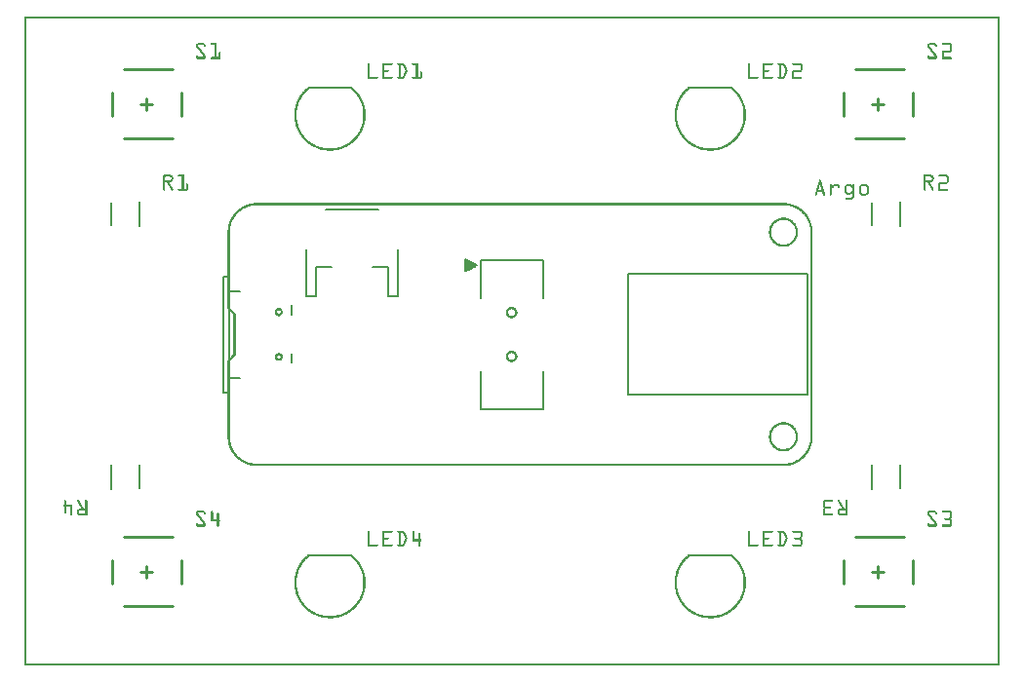
<source format=gto>
G04 MADE WITH FRITZING*
G04 WWW.FRITZING.ORG*
G04 DOUBLE SIDED*
G04 HOLES PLATED*
G04 CONTOUR ON CENTER OF CONTOUR VECTOR*
%ASAXBY*%
%FSLAX23Y23*%
%MOIN*%
%OFA0B0*%
%SFA1.0B1.0*%
%ADD10C,0.005000*%
%ADD11C,0.008000*%
%ADD12C,0.006000*%
%ADD13C,0.010000*%
%ADD14C,0.007874*%
%ADD15R,0.001000X0.001000*%
%LNSILK1*%
G90*
G70*
G54D10*
X2675Y1340D02*
X2675Y927D01*
D02*
X2675Y927D02*
X2064Y927D01*
D02*
X2064Y927D02*
X2064Y1340D01*
D02*
X2064Y1340D02*
X2675Y1340D01*
D02*
X736Y1283D02*
X700Y1283D01*
D02*
X700Y1283D02*
X700Y984D01*
D02*
X700Y984D02*
X736Y984D01*
D02*
X1772Y1259D02*
X1772Y1389D01*
D02*
X1772Y1389D02*
X1559Y1389D01*
D02*
X1559Y1389D02*
X1559Y1259D01*
D02*
X1772Y1007D02*
X1772Y877D01*
D02*
X1772Y877D02*
X1559Y877D01*
D02*
X1559Y877D02*
X1559Y1007D01*
G54D11*
D02*
X1031Y1561D02*
X1208Y1561D01*
D02*
X1277Y1424D02*
X1277Y1266D01*
D02*
X1277Y1266D02*
X1243Y1266D01*
D02*
X1243Y1266D02*
X1243Y1365D01*
D02*
X1243Y1365D02*
X1188Y1365D01*
D02*
X1051Y1365D02*
X995Y1365D01*
D02*
X995Y1365D02*
X995Y1266D01*
D02*
X995Y1266D02*
X962Y1266D01*
D02*
X962Y1266D02*
X962Y1424D01*
D02*
X681Y935D02*
X694Y935D01*
D02*
X681Y1332D02*
X694Y1332D01*
D02*
X681Y935D02*
X681Y1332D01*
G54D12*
D02*
X295Y606D02*
X295Y687D01*
D02*
X393Y607D02*
X393Y687D01*
D02*
X2895Y606D02*
X2895Y687D01*
D02*
X2993Y607D02*
X2993Y687D01*
D02*
X2993Y1587D02*
X2993Y1506D01*
D02*
X2895Y1586D02*
X2895Y1507D01*
D02*
X393Y1587D02*
X393Y1506D01*
D02*
X295Y1586D02*
X295Y1507D01*
G54D13*
D02*
X535Y361D02*
X535Y283D01*
D02*
X338Y440D02*
X505Y440D01*
D02*
X338Y204D02*
X505Y204D01*
D02*
X298Y361D02*
X298Y283D01*
D02*
X416Y342D02*
X416Y302D01*
D02*
X436Y322D02*
X397Y322D01*
D02*
X3035Y361D02*
X3035Y283D01*
D02*
X2838Y440D02*
X3005Y440D01*
D02*
X2838Y204D02*
X3005Y204D01*
D02*
X2798Y361D02*
X2798Y283D01*
D02*
X2916Y342D02*
X2916Y302D01*
D02*
X2936Y322D02*
X2897Y322D01*
D02*
X3035Y1961D02*
X3035Y1883D01*
D02*
X2838Y2040D02*
X3005Y2040D01*
D02*
X2838Y1804D02*
X3005Y1804D01*
D02*
X2798Y1961D02*
X2798Y1883D01*
D02*
X2916Y1942D02*
X2916Y1902D01*
D02*
X2936Y1922D02*
X2897Y1922D01*
D02*
X535Y1961D02*
X535Y1883D01*
D02*
X338Y2040D02*
X505Y2040D01*
D02*
X338Y1804D02*
X505Y1804D01*
D02*
X298Y1961D02*
X298Y1883D01*
D02*
X416Y1942D02*
X416Y1902D01*
D02*
X436Y1922D02*
X397Y1922D01*
G54D10*
X1507Y1390D02*
X1547Y1370D01*
X1507Y1350D01*
X1507Y1390D01*
X1510Y1388D02*
X1510Y1351D01*
X1510Y1388D01*
X1515Y1386D02*
X1515Y1354D01*
X1515Y1386D01*
X1520Y1383D02*
X1520Y1356D01*
X1520Y1383D01*
X1525Y1381D02*
X1525Y1359D01*
X1525Y1381D01*
X1530Y1378D02*
X1530Y1361D01*
X1530Y1378D01*
X1535Y1376D02*
X1535Y1364D01*
X1535Y1376D01*
X1540Y1373D02*
X1540Y1366D01*
X1540Y1373D01*
D02*
G54D14*
X1115Y1979D02*
X973Y1979D01*
D02*
X2415Y1979D02*
X2273Y1979D01*
D02*
X2415Y379D02*
X2273Y379D01*
D02*
X1115Y379D02*
X973Y379D01*
D02*
G54D15*
X0Y2222D02*
X3332Y2222D01*
X0Y2221D02*
X3332Y2221D01*
X0Y2220D02*
X3332Y2220D01*
X0Y2219D02*
X3332Y2219D01*
X0Y2218D02*
X3332Y2218D01*
X0Y2217D02*
X3332Y2217D01*
X0Y2216D02*
X3332Y2216D01*
X0Y2215D02*
X3332Y2215D01*
X0Y2214D02*
X7Y2214D01*
X3325Y2214D02*
X3332Y2214D01*
X0Y2213D02*
X7Y2213D01*
X3325Y2213D02*
X3332Y2213D01*
X0Y2212D02*
X7Y2212D01*
X3325Y2212D02*
X3332Y2212D01*
X0Y2211D02*
X7Y2211D01*
X3325Y2211D02*
X3332Y2211D01*
X0Y2210D02*
X7Y2210D01*
X3325Y2210D02*
X3332Y2210D01*
X0Y2209D02*
X7Y2209D01*
X3325Y2209D02*
X3332Y2209D01*
X0Y2208D02*
X7Y2208D01*
X3325Y2208D02*
X3332Y2208D01*
X0Y2207D02*
X7Y2207D01*
X3325Y2207D02*
X3332Y2207D01*
X0Y2206D02*
X7Y2206D01*
X3325Y2206D02*
X3332Y2206D01*
X0Y2205D02*
X7Y2205D01*
X3325Y2205D02*
X3332Y2205D01*
X0Y2204D02*
X7Y2204D01*
X3325Y2204D02*
X3332Y2204D01*
X0Y2203D02*
X7Y2203D01*
X3325Y2203D02*
X3332Y2203D01*
X0Y2202D02*
X7Y2202D01*
X3325Y2202D02*
X3332Y2202D01*
X0Y2201D02*
X7Y2201D01*
X3325Y2201D02*
X3332Y2201D01*
X0Y2200D02*
X7Y2200D01*
X3325Y2200D02*
X3332Y2200D01*
X0Y2199D02*
X7Y2199D01*
X3325Y2199D02*
X3332Y2199D01*
X0Y2198D02*
X7Y2198D01*
X3325Y2198D02*
X3332Y2198D01*
X0Y2197D02*
X7Y2197D01*
X3325Y2197D02*
X3332Y2197D01*
X0Y2196D02*
X7Y2196D01*
X3325Y2196D02*
X3332Y2196D01*
X0Y2195D02*
X7Y2195D01*
X3325Y2195D02*
X3332Y2195D01*
X0Y2194D02*
X7Y2194D01*
X3325Y2194D02*
X3332Y2194D01*
X0Y2193D02*
X7Y2193D01*
X3325Y2193D02*
X3332Y2193D01*
X0Y2192D02*
X7Y2192D01*
X3325Y2192D02*
X3332Y2192D01*
X0Y2191D02*
X7Y2191D01*
X3325Y2191D02*
X3332Y2191D01*
X0Y2190D02*
X7Y2190D01*
X3325Y2190D02*
X3332Y2190D01*
X0Y2189D02*
X7Y2189D01*
X3325Y2189D02*
X3332Y2189D01*
X0Y2188D02*
X7Y2188D01*
X3325Y2188D02*
X3332Y2188D01*
X0Y2187D02*
X7Y2187D01*
X3325Y2187D02*
X3332Y2187D01*
X0Y2186D02*
X7Y2186D01*
X3325Y2186D02*
X3332Y2186D01*
X0Y2185D02*
X7Y2185D01*
X3325Y2185D02*
X3332Y2185D01*
X0Y2184D02*
X7Y2184D01*
X3325Y2184D02*
X3332Y2184D01*
X0Y2183D02*
X7Y2183D01*
X3325Y2183D02*
X3332Y2183D01*
X0Y2182D02*
X7Y2182D01*
X3325Y2182D02*
X3332Y2182D01*
X0Y2181D02*
X7Y2181D01*
X3325Y2181D02*
X3332Y2181D01*
X0Y2180D02*
X7Y2180D01*
X3325Y2180D02*
X3332Y2180D01*
X0Y2179D02*
X7Y2179D01*
X3325Y2179D02*
X3332Y2179D01*
X0Y2178D02*
X7Y2178D01*
X3325Y2178D02*
X3332Y2178D01*
X0Y2177D02*
X7Y2177D01*
X3325Y2177D02*
X3332Y2177D01*
X0Y2176D02*
X7Y2176D01*
X3325Y2176D02*
X3332Y2176D01*
X0Y2175D02*
X7Y2175D01*
X3325Y2175D02*
X3332Y2175D01*
X0Y2174D02*
X7Y2174D01*
X3325Y2174D02*
X3332Y2174D01*
X0Y2173D02*
X7Y2173D01*
X3325Y2173D02*
X3332Y2173D01*
X0Y2172D02*
X7Y2172D01*
X3325Y2172D02*
X3332Y2172D01*
X0Y2171D02*
X7Y2171D01*
X3325Y2171D02*
X3332Y2171D01*
X0Y2170D02*
X7Y2170D01*
X3325Y2170D02*
X3332Y2170D01*
X0Y2169D02*
X7Y2169D01*
X3325Y2169D02*
X3332Y2169D01*
X0Y2168D02*
X7Y2168D01*
X3325Y2168D02*
X3332Y2168D01*
X0Y2167D02*
X7Y2167D01*
X3325Y2167D02*
X3332Y2167D01*
X0Y2166D02*
X7Y2166D01*
X3325Y2166D02*
X3332Y2166D01*
X0Y2165D02*
X7Y2165D01*
X3325Y2165D02*
X3332Y2165D01*
X0Y2164D02*
X7Y2164D01*
X3325Y2164D02*
X3332Y2164D01*
X0Y2163D02*
X7Y2163D01*
X3325Y2163D02*
X3332Y2163D01*
X0Y2162D02*
X7Y2162D01*
X3325Y2162D02*
X3332Y2162D01*
X0Y2161D02*
X7Y2161D01*
X3325Y2161D02*
X3332Y2161D01*
X0Y2160D02*
X7Y2160D01*
X3325Y2160D02*
X3332Y2160D01*
X0Y2159D02*
X7Y2159D01*
X3325Y2159D02*
X3332Y2159D01*
X0Y2158D02*
X7Y2158D01*
X3325Y2158D02*
X3332Y2158D01*
X0Y2157D02*
X7Y2157D01*
X3325Y2157D02*
X3332Y2157D01*
X0Y2156D02*
X7Y2156D01*
X3325Y2156D02*
X3332Y2156D01*
X0Y2155D02*
X7Y2155D01*
X3325Y2155D02*
X3332Y2155D01*
X0Y2154D02*
X7Y2154D01*
X3325Y2154D02*
X3332Y2154D01*
X0Y2153D02*
X7Y2153D01*
X3325Y2153D02*
X3332Y2153D01*
X0Y2152D02*
X7Y2152D01*
X3325Y2152D02*
X3332Y2152D01*
X0Y2151D02*
X7Y2151D01*
X3325Y2151D02*
X3332Y2151D01*
X0Y2150D02*
X7Y2150D01*
X3325Y2150D02*
X3332Y2150D01*
X0Y2149D02*
X7Y2149D01*
X3325Y2149D02*
X3332Y2149D01*
X0Y2148D02*
X7Y2148D01*
X3325Y2148D02*
X3332Y2148D01*
X0Y2147D02*
X7Y2147D01*
X3325Y2147D02*
X3332Y2147D01*
X0Y2146D02*
X7Y2146D01*
X3325Y2146D02*
X3332Y2146D01*
X0Y2145D02*
X7Y2145D01*
X3325Y2145D02*
X3332Y2145D01*
X0Y2144D02*
X7Y2144D01*
X3325Y2144D02*
X3332Y2144D01*
X0Y2143D02*
X7Y2143D01*
X3325Y2143D02*
X3332Y2143D01*
X0Y2142D02*
X7Y2142D01*
X3325Y2142D02*
X3332Y2142D01*
X0Y2141D02*
X7Y2141D01*
X3325Y2141D02*
X3332Y2141D01*
X0Y2140D02*
X7Y2140D01*
X3325Y2140D02*
X3332Y2140D01*
X0Y2139D02*
X7Y2139D01*
X3325Y2139D02*
X3332Y2139D01*
X0Y2138D02*
X7Y2138D01*
X3325Y2138D02*
X3332Y2138D01*
X0Y2137D02*
X7Y2137D01*
X3325Y2137D02*
X3332Y2137D01*
X0Y2136D02*
X7Y2136D01*
X3325Y2136D02*
X3332Y2136D01*
X0Y2135D02*
X7Y2135D01*
X3325Y2135D02*
X3332Y2135D01*
X0Y2134D02*
X7Y2134D01*
X3325Y2134D02*
X3332Y2134D01*
X0Y2133D02*
X7Y2133D01*
X3325Y2133D02*
X3332Y2133D01*
X0Y2132D02*
X7Y2132D01*
X3325Y2132D02*
X3332Y2132D01*
X0Y2131D02*
X7Y2131D01*
X3325Y2131D02*
X3332Y2131D01*
X0Y2130D02*
X7Y2130D01*
X592Y2130D02*
X612Y2130D01*
X638Y2130D02*
X655Y2130D01*
X3092Y2130D02*
X3111Y2130D01*
X3138Y2130D02*
X3164Y2130D01*
X3325Y2130D02*
X3332Y2130D01*
X0Y2129D02*
X7Y2129D01*
X590Y2129D02*
X614Y2129D01*
X637Y2129D02*
X656Y2129D01*
X3089Y2129D02*
X3114Y2129D01*
X3137Y2129D02*
X3166Y2129D01*
X3325Y2129D02*
X3332Y2129D01*
X0Y2128D02*
X7Y2128D01*
X588Y2128D02*
X616Y2128D01*
X636Y2128D02*
X656Y2128D01*
X3088Y2128D02*
X3116Y2128D01*
X3136Y2128D02*
X3167Y2128D01*
X3325Y2128D02*
X3332Y2128D01*
X0Y2127D02*
X7Y2127D01*
X587Y2127D02*
X617Y2127D01*
X636Y2127D02*
X656Y2127D01*
X3087Y2127D02*
X3117Y2127D01*
X3136Y2127D02*
X3168Y2127D01*
X3325Y2127D02*
X3332Y2127D01*
X0Y2126D02*
X7Y2126D01*
X587Y2126D02*
X618Y2126D01*
X636Y2126D02*
X656Y2126D01*
X3087Y2126D02*
X3118Y2126D01*
X3136Y2126D02*
X3169Y2126D01*
X3325Y2126D02*
X3332Y2126D01*
X0Y2125D02*
X7Y2125D01*
X586Y2125D02*
X618Y2125D01*
X636Y2125D02*
X656Y2125D01*
X3086Y2125D02*
X3118Y2125D01*
X3136Y2125D02*
X3169Y2125D01*
X3325Y2125D02*
X3332Y2125D01*
X0Y2124D02*
X7Y2124D01*
X586Y2124D02*
X619Y2124D01*
X637Y2124D02*
X656Y2124D01*
X3086Y2124D02*
X3119Y2124D01*
X3137Y2124D02*
X3169Y2124D01*
X3325Y2124D02*
X3332Y2124D01*
X0Y2123D02*
X7Y2123D01*
X586Y2123D02*
X592Y2123D01*
X612Y2123D02*
X619Y2123D01*
X649Y2123D02*
X656Y2123D01*
X3086Y2123D02*
X3092Y2123D01*
X3111Y2123D02*
X3119Y2123D01*
X3163Y2123D02*
X3169Y2123D01*
X3325Y2123D02*
X3332Y2123D01*
X0Y2122D02*
X7Y2122D01*
X586Y2122D02*
X592Y2122D01*
X613Y2122D02*
X619Y2122D01*
X650Y2122D02*
X656Y2122D01*
X3086Y2122D02*
X3092Y2122D01*
X3113Y2122D02*
X3119Y2122D01*
X3163Y2122D02*
X3169Y2122D01*
X3325Y2122D02*
X3332Y2122D01*
X0Y2121D02*
X7Y2121D01*
X586Y2121D02*
X593Y2121D01*
X613Y2121D02*
X619Y2121D01*
X650Y2121D02*
X656Y2121D01*
X3086Y2121D02*
X3092Y2121D01*
X3113Y2121D02*
X3119Y2121D01*
X3163Y2121D02*
X3169Y2121D01*
X3325Y2121D02*
X3332Y2121D01*
X0Y2120D02*
X7Y2120D01*
X586Y2120D02*
X593Y2120D01*
X614Y2120D02*
X619Y2120D01*
X650Y2120D02*
X656Y2120D01*
X3086Y2120D02*
X3093Y2120D01*
X3113Y2120D02*
X3119Y2120D01*
X3163Y2120D02*
X3169Y2120D01*
X3325Y2120D02*
X3332Y2120D01*
X0Y2119D02*
X7Y2119D01*
X587Y2119D02*
X594Y2119D01*
X614Y2119D02*
X619Y2119D01*
X650Y2119D02*
X656Y2119D01*
X3086Y2119D02*
X3094Y2119D01*
X3114Y2119D02*
X3119Y2119D01*
X3163Y2119D02*
X3169Y2119D01*
X3325Y2119D02*
X3332Y2119D01*
X0Y2118D02*
X7Y2118D01*
X587Y2118D02*
X595Y2118D01*
X615Y2118D02*
X618Y2118D01*
X650Y2118D02*
X656Y2118D01*
X3087Y2118D02*
X3095Y2118D01*
X3115Y2118D02*
X3118Y2118D01*
X3163Y2118D02*
X3169Y2118D01*
X3325Y2118D02*
X3332Y2118D01*
X0Y2117D02*
X7Y2117D01*
X588Y2117D02*
X596Y2117D01*
X650Y2117D02*
X656Y2117D01*
X3088Y2117D02*
X3096Y2117D01*
X3163Y2117D02*
X3169Y2117D01*
X3325Y2117D02*
X3332Y2117D01*
X0Y2116D02*
X7Y2116D01*
X589Y2116D02*
X597Y2116D01*
X650Y2116D02*
X656Y2116D01*
X3088Y2116D02*
X3096Y2116D01*
X3163Y2116D02*
X3169Y2116D01*
X3325Y2116D02*
X3332Y2116D01*
X0Y2115D02*
X7Y2115D01*
X589Y2115D02*
X597Y2115D01*
X650Y2115D02*
X656Y2115D01*
X3089Y2115D02*
X3097Y2115D01*
X3163Y2115D02*
X3169Y2115D01*
X3325Y2115D02*
X3332Y2115D01*
X0Y2114D02*
X7Y2114D01*
X590Y2114D02*
X598Y2114D01*
X650Y2114D02*
X656Y2114D01*
X3090Y2114D02*
X3098Y2114D01*
X3163Y2114D02*
X3169Y2114D01*
X3325Y2114D02*
X3332Y2114D01*
X0Y2113D02*
X7Y2113D01*
X591Y2113D02*
X599Y2113D01*
X650Y2113D02*
X656Y2113D01*
X3091Y2113D02*
X3099Y2113D01*
X3163Y2113D02*
X3169Y2113D01*
X3325Y2113D02*
X3332Y2113D01*
X0Y2112D02*
X7Y2112D01*
X592Y2112D02*
X600Y2112D01*
X650Y2112D02*
X656Y2112D01*
X3091Y2112D02*
X3099Y2112D01*
X3163Y2112D02*
X3169Y2112D01*
X3325Y2112D02*
X3332Y2112D01*
X0Y2111D02*
X7Y2111D01*
X592Y2111D02*
X600Y2111D01*
X650Y2111D02*
X656Y2111D01*
X3092Y2111D02*
X3100Y2111D01*
X3163Y2111D02*
X3169Y2111D01*
X3325Y2111D02*
X3332Y2111D01*
X0Y2110D02*
X7Y2110D01*
X593Y2110D02*
X601Y2110D01*
X650Y2110D02*
X656Y2110D01*
X3093Y2110D02*
X3101Y2110D01*
X3163Y2110D02*
X3169Y2110D01*
X3325Y2110D02*
X3332Y2110D01*
X0Y2109D02*
X7Y2109D01*
X594Y2109D02*
X602Y2109D01*
X650Y2109D02*
X656Y2109D01*
X3094Y2109D02*
X3102Y2109D01*
X3163Y2109D02*
X3169Y2109D01*
X3325Y2109D02*
X3332Y2109D01*
X0Y2108D02*
X7Y2108D01*
X595Y2108D02*
X603Y2108D01*
X650Y2108D02*
X656Y2108D01*
X3094Y2108D02*
X3103Y2108D01*
X3163Y2108D02*
X3169Y2108D01*
X3325Y2108D02*
X3332Y2108D01*
X0Y2107D02*
X7Y2107D01*
X596Y2107D02*
X604Y2107D01*
X650Y2107D02*
X656Y2107D01*
X3095Y2107D02*
X3103Y2107D01*
X3163Y2107D02*
X3169Y2107D01*
X3325Y2107D02*
X3332Y2107D01*
X0Y2106D02*
X7Y2106D01*
X596Y2106D02*
X604Y2106D01*
X650Y2106D02*
X656Y2106D01*
X3096Y2106D02*
X3104Y2106D01*
X3140Y2106D02*
X3169Y2106D01*
X3325Y2106D02*
X3332Y2106D01*
X0Y2105D02*
X7Y2105D01*
X597Y2105D02*
X605Y2105D01*
X650Y2105D02*
X656Y2105D01*
X3097Y2105D02*
X3105Y2105D01*
X3138Y2105D02*
X3169Y2105D01*
X3325Y2105D02*
X3332Y2105D01*
X0Y2104D02*
X7Y2104D01*
X598Y2104D02*
X606Y2104D01*
X650Y2104D02*
X656Y2104D01*
X3098Y2104D02*
X3106Y2104D01*
X3137Y2104D02*
X3169Y2104D01*
X3325Y2104D02*
X3332Y2104D01*
X0Y2103D02*
X7Y2103D01*
X599Y2103D02*
X607Y2103D01*
X650Y2103D02*
X656Y2103D01*
X3098Y2103D02*
X3106Y2103D01*
X3137Y2103D02*
X3168Y2103D01*
X3325Y2103D02*
X3332Y2103D01*
X0Y2102D02*
X7Y2102D01*
X599Y2102D02*
X607Y2102D01*
X650Y2102D02*
X656Y2102D01*
X3099Y2102D02*
X3107Y2102D01*
X3136Y2102D02*
X3167Y2102D01*
X3325Y2102D02*
X3332Y2102D01*
X0Y2101D02*
X7Y2101D01*
X600Y2101D02*
X608Y2101D01*
X650Y2101D02*
X656Y2101D01*
X3100Y2101D02*
X3108Y2101D01*
X3136Y2101D02*
X3166Y2101D01*
X3325Y2101D02*
X3332Y2101D01*
X0Y2100D02*
X7Y2100D01*
X601Y2100D02*
X609Y2100D01*
X650Y2100D02*
X656Y2100D01*
X665Y2100D02*
X668Y2100D01*
X3101Y2100D02*
X3109Y2100D01*
X3136Y2100D02*
X3164Y2100D01*
X3325Y2100D02*
X3332Y2100D01*
X0Y2099D02*
X7Y2099D01*
X602Y2099D02*
X610Y2099D01*
X650Y2099D02*
X656Y2099D01*
X664Y2099D02*
X669Y2099D01*
X3101Y2099D02*
X3110Y2099D01*
X3136Y2099D02*
X3142Y2099D01*
X3325Y2099D02*
X3332Y2099D01*
X0Y2098D02*
X7Y2098D01*
X603Y2098D02*
X611Y2098D01*
X650Y2098D02*
X656Y2098D01*
X664Y2098D02*
X669Y2098D01*
X3102Y2098D02*
X3110Y2098D01*
X3136Y2098D02*
X3142Y2098D01*
X3325Y2098D02*
X3332Y2098D01*
X0Y2097D02*
X7Y2097D01*
X603Y2097D02*
X611Y2097D01*
X650Y2097D02*
X656Y2097D01*
X663Y2097D02*
X669Y2097D01*
X3103Y2097D02*
X3111Y2097D01*
X3136Y2097D02*
X3142Y2097D01*
X3325Y2097D02*
X3332Y2097D01*
X0Y2096D02*
X7Y2096D01*
X604Y2096D02*
X612Y2096D01*
X650Y2096D02*
X656Y2096D01*
X663Y2096D02*
X669Y2096D01*
X3104Y2096D02*
X3112Y2096D01*
X3136Y2096D02*
X3142Y2096D01*
X3325Y2096D02*
X3332Y2096D01*
X0Y2095D02*
X7Y2095D01*
X605Y2095D02*
X613Y2095D01*
X650Y2095D02*
X656Y2095D01*
X663Y2095D02*
X669Y2095D01*
X3105Y2095D02*
X3113Y2095D01*
X3136Y2095D02*
X3142Y2095D01*
X3325Y2095D02*
X3332Y2095D01*
X0Y2094D02*
X7Y2094D01*
X606Y2094D02*
X614Y2094D01*
X650Y2094D02*
X656Y2094D01*
X663Y2094D02*
X669Y2094D01*
X3105Y2094D02*
X3113Y2094D01*
X3136Y2094D02*
X3142Y2094D01*
X3325Y2094D02*
X3332Y2094D01*
X0Y2093D02*
X7Y2093D01*
X606Y2093D02*
X614Y2093D01*
X650Y2093D02*
X656Y2093D01*
X663Y2093D02*
X669Y2093D01*
X3106Y2093D02*
X3114Y2093D01*
X3136Y2093D02*
X3142Y2093D01*
X3325Y2093D02*
X3332Y2093D01*
X0Y2092D02*
X7Y2092D01*
X607Y2092D02*
X615Y2092D01*
X650Y2092D02*
X656Y2092D01*
X663Y2092D02*
X669Y2092D01*
X3107Y2092D02*
X3115Y2092D01*
X3136Y2092D02*
X3142Y2092D01*
X3325Y2092D02*
X3332Y2092D01*
X0Y2091D02*
X7Y2091D01*
X608Y2091D02*
X616Y2091D01*
X650Y2091D02*
X656Y2091D01*
X663Y2091D02*
X669Y2091D01*
X3108Y2091D02*
X3116Y2091D01*
X3136Y2091D02*
X3142Y2091D01*
X3325Y2091D02*
X3332Y2091D01*
X0Y2090D02*
X7Y2090D01*
X609Y2090D02*
X617Y2090D01*
X650Y2090D02*
X656Y2090D01*
X663Y2090D02*
X669Y2090D01*
X3108Y2090D02*
X3117Y2090D01*
X3136Y2090D02*
X3142Y2090D01*
X3325Y2090D02*
X3332Y2090D01*
X0Y2089D02*
X7Y2089D01*
X609Y2089D02*
X618Y2089D01*
X650Y2089D02*
X656Y2089D01*
X663Y2089D02*
X669Y2089D01*
X3109Y2089D02*
X3117Y2089D01*
X3136Y2089D02*
X3142Y2089D01*
X3325Y2089D02*
X3332Y2089D01*
X0Y2088D02*
X7Y2088D01*
X587Y2088D02*
X591Y2088D01*
X610Y2088D02*
X618Y2088D01*
X650Y2088D02*
X656Y2088D01*
X663Y2088D02*
X669Y2088D01*
X3087Y2088D02*
X3090Y2088D01*
X3110Y2088D02*
X3118Y2088D01*
X3136Y2088D02*
X3142Y2088D01*
X3325Y2088D02*
X3332Y2088D01*
X0Y2087D02*
X7Y2087D01*
X586Y2087D02*
X591Y2087D01*
X611Y2087D02*
X619Y2087D01*
X650Y2087D02*
X656Y2087D01*
X663Y2087D02*
X669Y2087D01*
X3086Y2087D02*
X3091Y2087D01*
X3111Y2087D02*
X3118Y2087D01*
X3136Y2087D02*
X3142Y2087D01*
X3325Y2087D02*
X3332Y2087D01*
X0Y2086D02*
X7Y2086D01*
X586Y2086D02*
X592Y2086D01*
X612Y2086D02*
X619Y2086D01*
X650Y2086D02*
X656Y2086D01*
X663Y2086D02*
X669Y2086D01*
X3086Y2086D02*
X3092Y2086D01*
X3112Y2086D02*
X3119Y2086D01*
X3136Y2086D02*
X3142Y2086D01*
X3325Y2086D02*
X3332Y2086D01*
X0Y2085D02*
X7Y2085D01*
X586Y2085D02*
X592Y2085D01*
X613Y2085D02*
X619Y2085D01*
X650Y2085D02*
X656Y2085D01*
X663Y2085D02*
X669Y2085D01*
X3086Y2085D02*
X3092Y2085D01*
X3112Y2085D02*
X3119Y2085D01*
X3136Y2085D02*
X3142Y2085D01*
X3325Y2085D02*
X3332Y2085D01*
X0Y2084D02*
X7Y2084D01*
X586Y2084D02*
X592Y2084D01*
X613Y2084D02*
X619Y2084D01*
X650Y2084D02*
X656Y2084D01*
X663Y2084D02*
X669Y2084D01*
X3086Y2084D02*
X3092Y2084D01*
X3113Y2084D02*
X3119Y2084D01*
X3136Y2084D02*
X3142Y2084D01*
X3325Y2084D02*
X3332Y2084D01*
X0Y2083D02*
X7Y2083D01*
X586Y2083D02*
X619Y2083D01*
X639Y2083D02*
X669Y2083D01*
X3086Y2083D02*
X3119Y2083D01*
X3136Y2083D02*
X3166Y2083D01*
X3325Y2083D02*
X3332Y2083D01*
X0Y2082D02*
X7Y2082D01*
X587Y2082D02*
X619Y2082D01*
X637Y2082D02*
X669Y2082D01*
X3086Y2082D02*
X3119Y2082D01*
X3136Y2082D02*
X3168Y2082D01*
X3325Y2082D02*
X3332Y2082D01*
X0Y2081D02*
X7Y2081D01*
X587Y2081D02*
X619Y2081D01*
X636Y2081D02*
X669Y2081D01*
X3087Y2081D02*
X3119Y2081D01*
X3136Y2081D02*
X3169Y2081D01*
X3325Y2081D02*
X3332Y2081D01*
X0Y2080D02*
X7Y2080D01*
X588Y2080D02*
X618Y2080D01*
X636Y2080D02*
X669Y2080D01*
X3087Y2080D02*
X3118Y2080D01*
X3136Y2080D02*
X3169Y2080D01*
X3325Y2080D02*
X3332Y2080D01*
X0Y2079D02*
X7Y2079D01*
X588Y2079D02*
X618Y2079D01*
X636Y2079D02*
X669Y2079D01*
X3088Y2079D02*
X3117Y2079D01*
X3136Y2079D02*
X3169Y2079D01*
X3325Y2079D02*
X3332Y2079D01*
X0Y2078D02*
X7Y2078D01*
X590Y2078D02*
X617Y2078D01*
X636Y2078D02*
X669Y2078D01*
X3089Y2078D02*
X3116Y2078D01*
X3136Y2078D02*
X3169Y2078D01*
X3325Y2078D02*
X3332Y2078D01*
X0Y2077D02*
X7Y2077D01*
X591Y2077D02*
X615Y2077D01*
X637Y2077D02*
X668Y2077D01*
X3091Y2077D02*
X3115Y2077D01*
X3136Y2077D02*
X3168Y2077D01*
X3325Y2077D02*
X3332Y2077D01*
X0Y2076D02*
X7Y2076D01*
X3325Y2076D02*
X3332Y2076D01*
X0Y2075D02*
X7Y2075D01*
X3325Y2075D02*
X3332Y2075D01*
X0Y2074D02*
X7Y2074D01*
X3325Y2074D02*
X3332Y2074D01*
X0Y2073D02*
X7Y2073D01*
X3325Y2073D02*
X3332Y2073D01*
X0Y2072D02*
X7Y2072D01*
X3325Y2072D02*
X3332Y2072D01*
X0Y2071D02*
X7Y2071D01*
X3325Y2071D02*
X3332Y2071D01*
X0Y2070D02*
X7Y2070D01*
X3325Y2070D02*
X3332Y2070D01*
X0Y2069D02*
X7Y2069D01*
X3325Y2069D02*
X3332Y2069D01*
X0Y2068D02*
X7Y2068D01*
X3325Y2068D02*
X3332Y2068D01*
X0Y2067D02*
X7Y2067D01*
X3325Y2067D02*
X3332Y2067D01*
X0Y2066D02*
X7Y2066D01*
X3325Y2066D02*
X3332Y2066D01*
X0Y2065D02*
X7Y2065D01*
X3325Y2065D02*
X3332Y2065D01*
X0Y2064D02*
X7Y2064D01*
X3325Y2064D02*
X3332Y2064D01*
X0Y2063D02*
X7Y2063D01*
X3325Y2063D02*
X3332Y2063D01*
X0Y2062D02*
X7Y2062D01*
X1176Y2062D02*
X1179Y2062D01*
X1224Y2062D02*
X1256Y2062D01*
X1276Y2062D02*
X1293Y2062D01*
X1326Y2062D02*
X1344Y2062D01*
X2476Y2062D02*
X2479Y2062D01*
X2524Y2062D02*
X2556Y2062D01*
X2576Y2062D02*
X2593Y2062D01*
X2626Y2062D02*
X2654Y2062D01*
X3325Y2062D02*
X3332Y2062D01*
X0Y2061D02*
X7Y2061D01*
X1175Y2061D02*
X1180Y2061D01*
X1224Y2061D02*
X1257Y2061D01*
X1275Y2061D02*
X1295Y2061D01*
X1325Y2061D02*
X1344Y2061D01*
X2475Y2061D02*
X2480Y2061D01*
X2524Y2061D02*
X2557Y2061D01*
X2575Y2061D02*
X2595Y2061D01*
X2625Y2061D02*
X2655Y2061D01*
X3325Y2061D02*
X3332Y2061D01*
X0Y2060D02*
X7Y2060D01*
X1174Y2060D02*
X1180Y2060D01*
X1224Y2060D02*
X1258Y2060D01*
X1274Y2060D02*
X1296Y2060D01*
X1324Y2060D02*
X1344Y2060D01*
X2474Y2060D02*
X2480Y2060D01*
X2524Y2060D02*
X2558Y2060D01*
X2574Y2060D02*
X2596Y2060D01*
X2624Y2060D02*
X2656Y2060D01*
X3325Y2060D02*
X3332Y2060D01*
X0Y2059D02*
X7Y2059D01*
X1174Y2059D02*
X1180Y2059D01*
X1224Y2059D02*
X1258Y2059D01*
X1274Y2059D02*
X1298Y2059D01*
X1324Y2059D02*
X1344Y2059D01*
X2474Y2059D02*
X2480Y2059D01*
X2524Y2059D02*
X2558Y2059D01*
X2574Y2059D02*
X2597Y2059D01*
X2624Y2059D02*
X2657Y2059D01*
X3325Y2059D02*
X3332Y2059D01*
X0Y2058D02*
X7Y2058D01*
X1174Y2058D02*
X1180Y2058D01*
X1224Y2058D02*
X1258Y2058D01*
X1274Y2058D02*
X1298Y2058D01*
X1324Y2058D02*
X1344Y2058D01*
X2474Y2058D02*
X2480Y2058D01*
X2524Y2058D02*
X2557Y2058D01*
X2574Y2058D02*
X2598Y2058D01*
X2624Y2058D02*
X2657Y2058D01*
X3325Y2058D02*
X3332Y2058D01*
X0Y2057D02*
X7Y2057D01*
X1174Y2057D02*
X1180Y2057D01*
X1224Y2057D02*
X1257Y2057D01*
X1275Y2057D02*
X1299Y2057D01*
X1325Y2057D02*
X1344Y2057D01*
X2474Y2057D02*
X2480Y2057D01*
X2524Y2057D02*
X2557Y2057D01*
X2575Y2057D02*
X2599Y2057D01*
X2625Y2057D02*
X2658Y2057D01*
X3325Y2057D02*
X3332Y2057D01*
X0Y2056D02*
X7Y2056D01*
X1174Y2056D02*
X1180Y2056D01*
X1224Y2056D02*
X1256Y2056D01*
X1276Y2056D02*
X1299Y2056D01*
X1326Y2056D02*
X1344Y2056D01*
X2474Y2056D02*
X2480Y2056D01*
X2524Y2056D02*
X2555Y2056D01*
X2576Y2056D02*
X2599Y2056D01*
X2626Y2056D02*
X2658Y2056D01*
X3325Y2056D02*
X3332Y2056D01*
X0Y2055D02*
X7Y2055D01*
X1174Y2055D02*
X1180Y2055D01*
X1224Y2055D02*
X1230Y2055D01*
X1281Y2055D02*
X1287Y2055D01*
X1293Y2055D02*
X1300Y2055D01*
X1338Y2055D02*
X1344Y2055D01*
X2474Y2055D02*
X2480Y2055D01*
X2524Y2055D02*
X2530Y2055D01*
X2581Y2055D02*
X2587Y2055D01*
X2593Y2055D02*
X2600Y2055D01*
X2652Y2055D02*
X2658Y2055D01*
X3325Y2055D02*
X3332Y2055D01*
X0Y2054D02*
X7Y2054D01*
X1174Y2054D02*
X1180Y2054D01*
X1224Y2054D02*
X1230Y2054D01*
X1281Y2054D02*
X1287Y2054D01*
X1294Y2054D02*
X1300Y2054D01*
X1338Y2054D02*
X1344Y2054D01*
X2474Y2054D02*
X2480Y2054D01*
X2524Y2054D02*
X2530Y2054D01*
X2581Y2054D02*
X2587Y2054D01*
X2593Y2054D02*
X2600Y2054D01*
X2652Y2054D02*
X2658Y2054D01*
X3325Y2054D02*
X3332Y2054D01*
X0Y2053D02*
X7Y2053D01*
X1174Y2053D02*
X1180Y2053D01*
X1224Y2053D02*
X1230Y2053D01*
X1281Y2053D02*
X1287Y2053D01*
X1294Y2053D02*
X1301Y2053D01*
X1338Y2053D02*
X1344Y2053D01*
X2474Y2053D02*
X2480Y2053D01*
X2524Y2053D02*
X2530Y2053D01*
X2581Y2053D02*
X2587Y2053D01*
X2594Y2053D02*
X2601Y2053D01*
X2652Y2053D02*
X2658Y2053D01*
X3325Y2053D02*
X3332Y2053D01*
X0Y2052D02*
X7Y2052D01*
X1174Y2052D02*
X1180Y2052D01*
X1224Y2052D02*
X1230Y2052D01*
X1281Y2052D02*
X1287Y2052D01*
X1295Y2052D02*
X1301Y2052D01*
X1338Y2052D02*
X1344Y2052D01*
X2474Y2052D02*
X2480Y2052D01*
X2524Y2052D02*
X2530Y2052D01*
X2581Y2052D02*
X2587Y2052D01*
X2594Y2052D02*
X2601Y2052D01*
X2652Y2052D02*
X2658Y2052D01*
X3325Y2052D02*
X3332Y2052D01*
X0Y2051D02*
X7Y2051D01*
X1174Y2051D02*
X1180Y2051D01*
X1224Y2051D02*
X1230Y2051D01*
X1281Y2051D02*
X1287Y2051D01*
X1295Y2051D02*
X1302Y2051D01*
X1338Y2051D02*
X1344Y2051D01*
X2474Y2051D02*
X2480Y2051D01*
X2524Y2051D02*
X2530Y2051D01*
X2581Y2051D02*
X2587Y2051D01*
X2595Y2051D02*
X2602Y2051D01*
X2652Y2051D02*
X2658Y2051D01*
X3325Y2051D02*
X3332Y2051D01*
X0Y2050D02*
X7Y2050D01*
X1174Y2050D02*
X1180Y2050D01*
X1224Y2050D02*
X1230Y2050D01*
X1281Y2050D02*
X1287Y2050D01*
X1296Y2050D02*
X1302Y2050D01*
X1338Y2050D02*
X1344Y2050D01*
X2474Y2050D02*
X2480Y2050D01*
X2524Y2050D02*
X2530Y2050D01*
X2581Y2050D02*
X2587Y2050D01*
X2595Y2050D02*
X2602Y2050D01*
X2652Y2050D02*
X2658Y2050D01*
X3325Y2050D02*
X3332Y2050D01*
X0Y2049D02*
X7Y2049D01*
X1174Y2049D02*
X1180Y2049D01*
X1224Y2049D02*
X1230Y2049D01*
X1281Y2049D02*
X1287Y2049D01*
X1296Y2049D02*
X1303Y2049D01*
X1338Y2049D02*
X1344Y2049D01*
X2474Y2049D02*
X2480Y2049D01*
X2524Y2049D02*
X2530Y2049D01*
X2581Y2049D02*
X2587Y2049D01*
X2596Y2049D02*
X2603Y2049D01*
X2652Y2049D02*
X2658Y2049D01*
X3325Y2049D02*
X3332Y2049D01*
X0Y2048D02*
X7Y2048D01*
X1174Y2048D02*
X1180Y2048D01*
X1224Y2048D02*
X1230Y2048D01*
X1281Y2048D02*
X1287Y2048D01*
X1297Y2048D02*
X1303Y2048D01*
X1338Y2048D02*
X1344Y2048D01*
X2474Y2048D02*
X2480Y2048D01*
X2524Y2048D02*
X2530Y2048D01*
X2581Y2048D02*
X2587Y2048D01*
X2596Y2048D02*
X2603Y2048D01*
X2652Y2048D02*
X2658Y2048D01*
X3325Y2048D02*
X3332Y2048D01*
X0Y2047D02*
X7Y2047D01*
X1174Y2047D02*
X1180Y2047D01*
X1224Y2047D02*
X1230Y2047D01*
X1281Y2047D02*
X1287Y2047D01*
X1297Y2047D02*
X1304Y2047D01*
X1338Y2047D02*
X1344Y2047D01*
X2474Y2047D02*
X2480Y2047D01*
X2524Y2047D02*
X2530Y2047D01*
X2581Y2047D02*
X2587Y2047D01*
X2597Y2047D02*
X2604Y2047D01*
X2652Y2047D02*
X2658Y2047D01*
X3325Y2047D02*
X3332Y2047D01*
X0Y2046D02*
X7Y2046D01*
X1174Y2046D02*
X1180Y2046D01*
X1224Y2046D02*
X1230Y2046D01*
X1281Y2046D02*
X1287Y2046D01*
X1298Y2046D02*
X1304Y2046D01*
X1338Y2046D02*
X1344Y2046D01*
X2474Y2046D02*
X2480Y2046D01*
X2524Y2046D02*
X2530Y2046D01*
X2581Y2046D02*
X2587Y2046D01*
X2597Y2046D02*
X2604Y2046D01*
X2652Y2046D02*
X2658Y2046D01*
X3325Y2046D02*
X3332Y2046D01*
X0Y2045D02*
X7Y2045D01*
X1174Y2045D02*
X1180Y2045D01*
X1224Y2045D02*
X1230Y2045D01*
X1281Y2045D02*
X1287Y2045D01*
X1298Y2045D02*
X1305Y2045D01*
X1338Y2045D02*
X1344Y2045D01*
X2474Y2045D02*
X2480Y2045D01*
X2524Y2045D02*
X2530Y2045D01*
X2581Y2045D02*
X2587Y2045D01*
X2598Y2045D02*
X2605Y2045D01*
X2652Y2045D02*
X2658Y2045D01*
X3325Y2045D02*
X3332Y2045D01*
X0Y2044D02*
X7Y2044D01*
X1174Y2044D02*
X1180Y2044D01*
X1224Y2044D02*
X1230Y2044D01*
X1281Y2044D02*
X1287Y2044D01*
X1299Y2044D02*
X1305Y2044D01*
X1338Y2044D02*
X1344Y2044D01*
X2474Y2044D02*
X2480Y2044D01*
X2524Y2044D02*
X2530Y2044D01*
X2581Y2044D02*
X2587Y2044D01*
X2598Y2044D02*
X2605Y2044D01*
X2652Y2044D02*
X2658Y2044D01*
X3325Y2044D02*
X3332Y2044D01*
X0Y2043D02*
X7Y2043D01*
X1174Y2043D02*
X1180Y2043D01*
X1224Y2043D02*
X1230Y2043D01*
X1281Y2043D02*
X1287Y2043D01*
X1299Y2043D02*
X1306Y2043D01*
X1338Y2043D02*
X1344Y2043D01*
X2474Y2043D02*
X2480Y2043D01*
X2524Y2043D02*
X2530Y2043D01*
X2581Y2043D02*
X2587Y2043D01*
X2599Y2043D02*
X2606Y2043D01*
X2652Y2043D02*
X2658Y2043D01*
X3325Y2043D02*
X3332Y2043D01*
X0Y2042D02*
X7Y2042D01*
X1174Y2042D02*
X1180Y2042D01*
X1224Y2042D02*
X1230Y2042D01*
X1281Y2042D02*
X1287Y2042D01*
X1300Y2042D02*
X1306Y2042D01*
X1338Y2042D02*
X1344Y2042D01*
X2474Y2042D02*
X2480Y2042D01*
X2524Y2042D02*
X2530Y2042D01*
X2581Y2042D02*
X2587Y2042D01*
X2600Y2042D02*
X2606Y2042D01*
X2652Y2042D02*
X2658Y2042D01*
X3325Y2042D02*
X3332Y2042D01*
X0Y2041D02*
X7Y2041D01*
X1174Y2041D02*
X1180Y2041D01*
X1224Y2041D02*
X1230Y2041D01*
X1281Y2041D02*
X1287Y2041D01*
X1300Y2041D02*
X1307Y2041D01*
X1338Y2041D02*
X1344Y2041D01*
X2474Y2041D02*
X2480Y2041D01*
X2524Y2041D02*
X2530Y2041D01*
X2581Y2041D02*
X2587Y2041D01*
X2600Y2041D02*
X2607Y2041D01*
X2652Y2041D02*
X2658Y2041D01*
X3325Y2041D02*
X3332Y2041D01*
X0Y2040D02*
X7Y2040D01*
X1174Y2040D02*
X1180Y2040D01*
X1224Y2040D02*
X1230Y2040D01*
X1281Y2040D02*
X1287Y2040D01*
X1301Y2040D02*
X1307Y2040D01*
X1338Y2040D02*
X1344Y2040D01*
X2474Y2040D02*
X2480Y2040D01*
X2524Y2040D02*
X2530Y2040D01*
X2581Y2040D02*
X2587Y2040D01*
X2601Y2040D02*
X2607Y2040D01*
X2652Y2040D02*
X2658Y2040D01*
X3325Y2040D02*
X3332Y2040D01*
X0Y2039D02*
X7Y2039D01*
X1174Y2039D02*
X1180Y2039D01*
X1224Y2039D02*
X1241Y2039D01*
X1281Y2039D02*
X1287Y2039D01*
X1301Y2039D02*
X1307Y2039D01*
X1338Y2039D02*
X1344Y2039D01*
X2474Y2039D02*
X2480Y2039D01*
X2524Y2039D02*
X2541Y2039D01*
X2581Y2039D02*
X2587Y2039D01*
X2601Y2039D02*
X2607Y2039D01*
X2630Y2039D02*
X2658Y2039D01*
X3325Y2039D02*
X3332Y2039D01*
X0Y2038D02*
X7Y2038D01*
X1174Y2038D02*
X1180Y2038D01*
X1224Y2038D02*
X1243Y2038D01*
X1281Y2038D02*
X1287Y2038D01*
X1301Y2038D02*
X1308Y2038D01*
X1338Y2038D02*
X1344Y2038D01*
X2474Y2038D02*
X2480Y2038D01*
X2524Y2038D02*
X2543Y2038D01*
X2581Y2038D02*
X2587Y2038D01*
X2601Y2038D02*
X2607Y2038D01*
X2627Y2038D02*
X2658Y2038D01*
X3325Y2038D02*
X3332Y2038D01*
X0Y2037D02*
X7Y2037D01*
X1174Y2037D02*
X1180Y2037D01*
X1224Y2037D02*
X1244Y2037D01*
X1281Y2037D02*
X1287Y2037D01*
X1302Y2037D02*
X1308Y2037D01*
X1338Y2037D02*
X1344Y2037D01*
X2474Y2037D02*
X2480Y2037D01*
X2524Y2037D02*
X2544Y2037D01*
X2581Y2037D02*
X2587Y2037D01*
X2601Y2037D02*
X2608Y2037D01*
X2626Y2037D02*
X2657Y2037D01*
X3325Y2037D02*
X3332Y2037D01*
X0Y2036D02*
X7Y2036D01*
X1174Y2036D02*
X1180Y2036D01*
X1224Y2036D02*
X1244Y2036D01*
X1281Y2036D02*
X1287Y2036D01*
X1302Y2036D02*
X1308Y2036D01*
X1338Y2036D02*
X1344Y2036D01*
X2474Y2036D02*
X2480Y2036D01*
X2524Y2036D02*
X2544Y2036D01*
X2581Y2036D02*
X2587Y2036D01*
X2602Y2036D02*
X2608Y2036D01*
X2625Y2036D02*
X2657Y2036D01*
X3325Y2036D02*
X3332Y2036D01*
X0Y2035D02*
X7Y2035D01*
X1174Y2035D02*
X1180Y2035D01*
X1224Y2035D02*
X1244Y2035D01*
X1281Y2035D02*
X1287Y2035D01*
X1302Y2035D02*
X1308Y2035D01*
X1338Y2035D02*
X1344Y2035D01*
X2474Y2035D02*
X2480Y2035D01*
X2524Y2035D02*
X2544Y2035D01*
X2581Y2035D02*
X2587Y2035D01*
X2602Y2035D02*
X2608Y2035D01*
X2625Y2035D02*
X2656Y2035D01*
X3325Y2035D02*
X3332Y2035D01*
X0Y2034D02*
X7Y2034D01*
X1174Y2034D02*
X1180Y2034D01*
X1224Y2034D02*
X1243Y2034D01*
X1281Y2034D02*
X1287Y2034D01*
X1302Y2034D02*
X1308Y2034D01*
X1338Y2034D02*
X1344Y2034D01*
X2474Y2034D02*
X2480Y2034D01*
X2524Y2034D02*
X2543Y2034D01*
X2581Y2034D02*
X2587Y2034D01*
X2601Y2034D02*
X2608Y2034D01*
X2624Y2034D02*
X2655Y2034D01*
X3325Y2034D02*
X3332Y2034D01*
X0Y2033D02*
X7Y2033D01*
X1174Y2033D02*
X1180Y2033D01*
X1224Y2033D02*
X1243Y2033D01*
X1281Y2033D02*
X1287Y2033D01*
X1301Y2033D02*
X1308Y2033D01*
X1338Y2033D02*
X1344Y2033D01*
X1354Y2033D02*
X1356Y2033D01*
X2474Y2033D02*
X2480Y2033D01*
X2524Y2033D02*
X2542Y2033D01*
X2581Y2033D02*
X2587Y2033D01*
X2601Y2033D02*
X2607Y2033D01*
X2624Y2033D02*
X2654Y2033D01*
X3325Y2033D02*
X3332Y2033D01*
X0Y2032D02*
X7Y2032D01*
X1174Y2032D02*
X1180Y2032D01*
X1224Y2032D02*
X1230Y2032D01*
X1281Y2032D02*
X1287Y2032D01*
X1301Y2032D02*
X1307Y2032D01*
X1338Y2032D02*
X1344Y2032D01*
X1353Y2032D02*
X1357Y2032D01*
X2474Y2032D02*
X2480Y2032D01*
X2524Y2032D02*
X2530Y2032D01*
X2581Y2032D02*
X2587Y2032D01*
X2601Y2032D02*
X2607Y2032D01*
X2624Y2032D02*
X2630Y2032D01*
X3325Y2032D02*
X3332Y2032D01*
X0Y2031D02*
X7Y2031D01*
X1174Y2031D02*
X1180Y2031D01*
X1224Y2031D02*
X1230Y2031D01*
X1281Y2031D02*
X1287Y2031D01*
X1300Y2031D02*
X1307Y2031D01*
X1338Y2031D02*
X1344Y2031D01*
X1352Y2031D02*
X1358Y2031D01*
X2474Y2031D02*
X2480Y2031D01*
X2524Y2031D02*
X2530Y2031D01*
X2581Y2031D02*
X2587Y2031D01*
X2600Y2031D02*
X2607Y2031D01*
X2624Y2031D02*
X2630Y2031D01*
X3325Y2031D02*
X3332Y2031D01*
X0Y2030D02*
X7Y2030D01*
X1174Y2030D02*
X1180Y2030D01*
X1224Y2030D02*
X1230Y2030D01*
X1281Y2030D02*
X1287Y2030D01*
X1300Y2030D02*
X1307Y2030D01*
X1338Y2030D02*
X1344Y2030D01*
X1352Y2030D02*
X1358Y2030D01*
X2474Y2030D02*
X2480Y2030D01*
X2524Y2030D02*
X2530Y2030D01*
X2581Y2030D02*
X2587Y2030D01*
X2600Y2030D02*
X2606Y2030D01*
X2624Y2030D02*
X2630Y2030D01*
X3325Y2030D02*
X3332Y2030D01*
X0Y2029D02*
X7Y2029D01*
X1174Y2029D02*
X1180Y2029D01*
X1224Y2029D02*
X1230Y2029D01*
X1281Y2029D02*
X1287Y2029D01*
X1299Y2029D02*
X1306Y2029D01*
X1338Y2029D02*
X1344Y2029D01*
X1352Y2029D02*
X1358Y2029D01*
X2474Y2029D02*
X2480Y2029D01*
X2524Y2029D02*
X2530Y2029D01*
X2581Y2029D02*
X2587Y2029D01*
X2599Y2029D02*
X2606Y2029D01*
X2624Y2029D02*
X2630Y2029D01*
X3325Y2029D02*
X3332Y2029D01*
X0Y2028D02*
X7Y2028D01*
X1174Y2028D02*
X1180Y2028D01*
X1224Y2028D02*
X1230Y2028D01*
X1281Y2028D02*
X1287Y2028D01*
X1299Y2028D02*
X1306Y2028D01*
X1338Y2028D02*
X1344Y2028D01*
X1352Y2028D02*
X1358Y2028D01*
X2474Y2028D02*
X2480Y2028D01*
X2524Y2028D02*
X2530Y2028D01*
X2581Y2028D02*
X2587Y2028D01*
X2599Y2028D02*
X2606Y2028D01*
X2624Y2028D02*
X2630Y2028D01*
X3325Y2028D02*
X3332Y2028D01*
X0Y2027D02*
X7Y2027D01*
X1174Y2027D02*
X1180Y2027D01*
X1224Y2027D02*
X1230Y2027D01*
X1281Y2027D02*
X1287Y2027D01*
X1298Y2027D02*
X1305Y2027D01*
X1338Y2027D02*
X1344Y2027D01*
X1352Y2027D02*
X1358Y2027D01*
X2474Y2027D02*
X2480Y2027D01*
X2524Y2027D02*
X2530Y2027D01*
X2581Y2027D02*
X2587Y2027D01*
X2598Y2027D02*
X2605Y2027D01*
X2624Y2027D02*
X2630Y2027D01*
X3325Y2027D02*
X3332Y2027D01*
X0Y2026D02*
X7Y2026D01*
X1174Y2026D02*
X1180Y2026D01*
X1224Y2026D02*
X1230Y2026D01*
X1281Y2026D02*
X1287Y2026D01*
X1298Y2026D02*
X1305Y2026D01*
X1338Y2026D02*
X1344Y2026D01*
X1352Y2026D02*
X1358Y2026D01*
X2474Y2026D02*
X2480Y2026D01*
X2524Y2026D02*
X2530Y2026D01*
X2581Y2026D02*
X2587Y2026D01*
X2598Y2026D02*
X2605Y2026D01*
X2624Y2026D02*
X2630Y2026D01*
X3325Y2026D02*
X3332Y2026D01*
X0Y2025D02*
X7Y2025D01*
X1174Y2025D02*
X1180Y2025D01*
X1224Y2025D02*
X1230Y2025D01*
X1281Y2025D02*
X1287Y2025D01*
X1297Y2025D02*
X1304Y2025D01*
X1338Y2025D02*
X1344Y2025D01*
X1352Y2025D02*
X1358Y2025D01*
X2474Y2025D02*
X2480Y2025D01*
X2524Y2025D02*
X2530Y2025D01*
X2581Y2025D02*
X2587Y2025D01*
X2597Y2025D02*
X2604Y2025D01*
X2624Y2025D02*
X2630Y2025D01*
X3325Y2025D02*
X3332Y2025D01*
X0Y2024D02*
X7Y2024D01*
X1174Y2024D02*
X1180Y2024D01*
X1224Y2024D02*
X1230Y2024D01*
X1281Y2024D02*
X1287Y2024D01*
X1297Y2024D02*
X1304Y2024D01*
X1338Y2024D02*
X1344Y2024D01*
X1352Y2024D02*
X1358Y2024D01*
X2474Y2024D02*
X2480Y2024D01*
X2524Y2024D02*
X2530Y2024D01*
X2581Y2024D02*
X2587Y2024D01*
X2597Y2024D02*
X2604Y2024D01*
X2624Y2024D02*
X2630Y2024D01*
X3325Y2024D02*
X3332Y2024D01*
X0Y2023D02*
X7Y2023D01*
X1174Y2023D02*
X1180Y2023D01*
X1224Y2023D02*
X1230Y2023D01*
X1281Y2023D02*
X1287Y2023D01*
X1296Y2023D02*
X1303Y2023D01*
X1338Y2023D02*
X1344Y2023D01*
X1352Y2023D02*
X1358Y2023D01*
X2474Y2023D02*
X2480Y2023D01*
X2524Y2023D02*
X2530Y2023D01*
X2581Y2023D02*
X2587Y2023D01*
X2596Y2023D02*
X2603Y2023D01*
X2624Y2023D02*
X2630Y2023D01*
X3325Y2023D02*
X3332Y2023D01*
X0Y2022D02*
X7Y2022D01*
X1174Y2022D02*
X1180Y2022D01*
X1224Y2022D02*
X1230Y2022D01*
X1281Y2022D02*
X1287Y2022D01*
X1296Y2022D02*
X1303Y2022D01*
X1338Y2022D02*
X1344Y2022D01*
X1352Y2022D02*
X1358Y2022D01*
X2474Y2022D02*
X2480Y2022D01*
X2524Y2022D02*
X2530Y2022D01*
X2581Y2022D02*
X2587Y2022D01*
X2596Y2022D02*
X2603Y2022D01*
X2624Y2022D02*
X2630Y2022D01*
X3325Y2022D02*
X3332Y2022D01*
X0Y2021D02*
X7Y2021D01*
X1174Y2021D02*
X1180Y2021D01*
X1224Y2021D02*
X1230Y2021D01*
X1281Y2021D02*
X1287Y2021D01*
X1295Y2021D02*
X1302Y2021D01*
X1338Y2021D02*
X1344Y2021D01*
X1352Y2021D02*
X1358Y2021D01*
X2474Y2021D02*
X2480Y2021D01*
X2524Y2021D02*
X2530Y2021D01*
X2581Y2021D02*
X2587Y2021D01*
X2595Y2021D02*
X2602Y2021D01*
X2624Y2021D02*
X2630Y2021D01*
X3325Y2021D02*
X3332Y2021D01*
X0Y2020D02*
X7Y2020D01*
X1174Y2020D02*
X1180Y2020D01*
X1224Y2020D02*
X1230Y2020D01*
X1281Y2020D02*
X1287Y2020D01*
X1295Y2020D02*
X1302Y2020D01*
X1338Y2020D02*
X1344Y2020D01*
X1352Y2020D02*
X1358Y2020D01*
X2474Y2020D02*
X2480Y2020D01*
X2524Y2020D02*
X2530Y2020D01*
X2581Y2020D02*
X2587Y2020D01*
X2595Y2020D02*
X2602Y2020D01*
X2624Y2020D02*
X2630Y2020D01*
X3325Y2020D02*
X3332Y2020D01*
X0Y2019D02*
X7Y2019D01*
X1174Y2019D02*
X1180Y2019D01*
X1224Y2019D02*
X1230Y2019D01*
X1281Y2019D02*
X1287Y2019D01*
X1294Y2019D02*
X1301Y2019D01*
X1338Y2019D02*
X1344Y2019D01*
X1352Y2019D02*
X1358Y2019D01*
X2474Y2019D02*
X2480Y2019D01*
X2524Y2019D02*
X2530Y2019D01*
X2581Y2019D02*
X2587Y2019D01*
X2594Y2019D02*
X2601Y2019D01*
X2624Y2019D02*
X2630Y2019D01*
X3325Y2019D02*
X3332Y2019D01*
X0Y2018D02*
X7Y2018D01*
X1174Y2018D02*
X1180Y2018D01*
X1224Y2018D02*
X1230Y2018D01*
X1281Y2018D02*
X1287Y2018D01*
X1294Y2018D02*
X1301Y2018D01*
X1338Y2018D02*
X1344Y2018D01*
X1352Y2018D02*
X1358Y2018D01*
X2474Y2018D02*
X2480Y2018D01*
X2524Y2018D02*
X2530Y2018D01*
X2581Y2018D02*
X2587Y2018D01*
X2594Y2018D02*
X2601Y2018D01*
X2624Y2018D02*
X2630Y2018D01*
X3325Y2018D02*
X3332Y2018D01*
X0Y2017D02*
X7Y2017D01*
X1174Y2017D02*
X1180Y2017D01*
X1224Y2017D02*
X1230Y2017D01*
X1281Y2017D02*
X1287Y2017D01*
X1293Y2017D02*
X1300Y2017D01*
X1338Y2017D02*
X1344Y2017D01*
X1352Y2017D02*
X1358Y2017D01*
X2474Y2017D02*
X2480Y2017D01*
X2524Y2017D02*
X2530Y2017D01*
X2581Y2017D02*
X2587Y2017D01*
X2593Y2017D02*
X2600Y2017D01*
X2624Y2017D02*
X2630Y2017D01*
X3325Y2017D02*
X3332Y2017D01*
X0Y2016D02*
X7Y2016D01*
X1174Y2016D02*
X1180Y2016D01*
X1224Y2016D02*
X1230Y2016D01*
X1281Y2016D02*
X1287Y2016D01*
X1292Y2016D02*
X1300Y2016D01*
X1338Y2016D02*
X1344Y2016D01*
X1352Y2016D02*
X1358Y2016D01*
X2474Y2016D02*
X2480Y2016D01*
X2524Y2016D02*
X2530Y2016D01*
X2581Y2016D02*
X2587Y2016D01*
X2592Y2016D02*
X2600Y2016D01*
X2624Y2016D02*
X2630Y2016D01*
X3325Y2016D02*
X3332Y2016D01*
X0Y2015D02*
X7Y2015D01*
X1174Y2015D02*
X1206Y2015D01*
X1224Y2015D02*
X1256Y2015D01*
X1276Y2015D02*
X1299Y2015D01*
X1326Y2015D02*
X1358Y2015D01*
X2474Y2015D02*
X2506Y2015D01*
X2524Y2015D02*
X2556Y2015D01*
X2576Y2015D02*
X2599Y2015D01*
X2624Y2015D02*
X2656Y2015D01*
X3325Y2015D02*
X3332Y2015D01*
X0Y2014D02*
X7Y2014D01*
X1174Y2014D02*
X1207Y2014D01*
X1224Y2014D02*
X1257Y2014D01*
X1275Y2014D02*
X1299Y2014D01*
X1325Y2014D02*
X1358Y2014D01*
X2474Y2014D02*
X2507Y2014D01*
X2524Y2014D02*
X2557Y2014D01*
X2575Y2014D02*
X2599Y2014D01*
X2624Y2014D02*
X2657Y2014D01*
X3325Y2014D02*
X3332Y2014D01*
X0Y2013D02*
X7Y2013D01*
X1174Y2013D02*
X1208Y2013D01*
X1224Y2013D02*
X1258Y2013D01*
X1274Y2013D02*
X1298Y2013D01*
X1324Y2013D02*
X1358Y2013D01*
X2474Y2013D02*
X2508Y2013D01*
X2524Y2013D02*
X2558Y2013D01*
X2574Y2013D02*
X2598Y2013D01*
X2624Y2013D02*
X2657Y2013D01*
X3325Y2013D02*
X3332Y2013D01*
X0Y2012D02*
X7Y2012D01*
X1174Y2012D02*
X1208Y2012D01*
X1224Y2012D02*
X1258Y2012D01*
X1274Y2012D02*
X1297Y2012D01*
X1324Y2012D02*
X1358Y2012D01*
X2474Y2012D02*
X2508Y2012D01*
X2524Y2012D02*
X2558Y2012D01*
X2574Y2012D02*
X2597Y2012D01*
X2624Y2012D02*
X2658Y2012D01*
X3325Y2012D02*
X3332Y2012D01*
X0Y2011D02*
X7Y2011D01*
X1174Y2011D02*
X1208Y2011D01*
X1224Y2011D02*
X1258Y2011D01*
X1274Y2011D02*
X1296Y2011D01*
X1324Y2011D02*
X1358Y2011D01*
X2474Y2011D02*
X2507Y2011D01*
X2524Y2011D02*
X2557Y2011D01*
X2574Y2011D02*
X2596Y2011D01*
X2624Y2011D02*
X2657Y2011D01*
X3325Y2011D02*
X3332Y2011D01*
X0Y2010D02*
X7Y2010D01*
X1174Y2010D02*
X1207Y2010D01*
X1224Y2010D02*
X1257Y2010D01*
X1275Y2010D02*
X1295Y2010D01*
X1325Y2010D02*
X1357Y2010D01*
X2474Y2010D02*
X2507Y2010D01*
X2524Y2010D02*
X2557Y2010D01*
X2575Y2010D02*
X2595Y2010D01*
X2624Y2010D02*
X2657Y2010D01*
X3325Y2010D02*
X3332Y2010D01*
X0Y2009D02*
X7Y2009D01*
X1174Y2009D02*
X1206Y2009D01*
X1224Y2009D02*
X1256Y2009D01*
X1276Y2009D02*
X1293Y2009D01*
X1326Y2009D02*
X1356Y2009D01*
X2474Y2009D02*
X2506Y2009D01*
X2524Y2009D02*
X2556Y2009D01*
X2576Y2009D02*
X2592Y2009D01*
X2624Y2009D02*
X2656Y2009D01*
X3325Y2009D02*
X3332Y2009D01*
X0Y2008D02*
X7Y2008D01*
X3325Y2008D02*
X3332Y2008D01*
X0Y2007D02*
X7Y2007D01*
X3325Y2007D02*
X3332Y2007D01*
X0Y2006D02*
X7Y2006D01*
X3325Y2006D02*
X3332Y2006D01*
X0Y2005D02*
X7Y2005D01*
X3325Y2005D02*
X3332Y2005D01*
X0Y2004D02*
X7Y2004D01*
X3325Y2004D02*
X3332Y2004D01*
X0Y2003D02*
X7Y2003D01*
X3325Y2003D02*
X3332Y2003D01*
X0Y2002D02*
X7Y2002D01*
X3325Y2002D02*
X3332Y2002D01*
X0Y2001D02*
X7Y2001D01*
X3325Y2001D02*
X3332Y2001D01*
X0Y2000D02*
X7Y2000D01*
X3325Y2000D02*
X3332Y2000D01*
X0Y1999D02*
X7Y1999D01*
X3325Y1999D02*
X3332Y1999D01*
X0Y1998D02*
X7Y1998D01*
X3325Y1998D02*
X3332Y1998D01*
X0Y1997D02*
X7Y1997D01*
X3325Y1997D02*
X3332Y1997D01*
X0Y1996D02*
X7Y1996D01*
X3325Y1996D02*
X3332Y1996D01*
X0Y1995D02*
X7Y1995D01*
X3325Y1995D02*
X3332Y1995D01*
X0Y1994D02*
X7Y1994D01*
X3325Y1994D02*
X3332Y1994D01*
X0Y1993D02*
X7Y1993D01*
X3325Y1993D02*
X3332Y1993D01*
X0Y1992D02*
X7Y1992D01*
X3325Y1992D02*
X3332Y1992D01*
X0Y1991D02*
X7Y1991D01*
X3325Y1991D02*
X3332Y1991D01*
X0Y1990D02*
X7Y1990D01*
X3325Y1990D02*
X3332Y1990D01*
X0Y1989D02*
X7Y1989D01*
X3325Y1989D02*
X3332Y1989D01*
X0Y1988D02*
X7Y1988D01*
X3325Y1988D02*
X3332Y1988D01*
X0Y1987D02*
X7Y1987D01*
X3325Y1987D02*
X3332Y1987D01*
X0Y1986D02*
X7Y1986D01*
X3325Y1986D02*
X3332Y1986D01*
X0Y1985D02*
X7Y1985D01*
X3325Y1985D02*
X3332Y1985D01*
X0Y1984D02*
X7Y1984D01*
X3325Y1984D02*
X3332Y1984D01*
X0Y1983D02*
X7Y1983D01*
X3325Y1983D02*
X3332Y1983D01*
X0Y1982D02*
X7Y1982D01*
X971Y1982D02*
X975Y1982D01*
X1114Y1982D02*
X1116Y1982D01*
X2271Y1982D02*
X2275Y1982D01*
X2413Y1982D02*
X2416Y1982D01*
X3325Y1982D02*
X3332Y1982D01*
X0Y1981D02*
X7Y1981D01*
X970Y1981D02*
X976Y1981D01*
X1112Y1981D02*
X1118Y1981D01*
X2270Y1981D02*
X2276Y1981D01*
X2412Y1981D02*
X2418Y1981D01*
X3325Y1981D02*
X3332Y1981D01*
X0Y1980D02*
X7Y1980D01*
X969Y1980D02*
X976Y1980D01*
X1112Y1980D02*
X1119Y1980D01*
X2268Y1980D02*
X2276Y1980D01*
X2412Y1980D02*
X2419Y1980D01*
X3325Y1980D02*
X3332Y1980D01*
X0Y1979D02*
X7Y1979D01*
X967Y1979D02*
X976Y1979D01*
X1112Y1979D02*
X1120Y1979D01*
X2267Y1979D02*
X2276Y1979D01*
X2412Y1979D02*
X2420Y1979D01*
X3325Y1979D02*
X3332Y1979D01*
X0Y1978D02*
X7Y1978D01*
X966Y1978D02*
X976Y1978D01*
X1112Y1978D02*
X1122Y1978D01*
X2266Y1978D02*
X2276Y1978D01*
X2412Y1978D02*
X2422Y1978D01*
X3325Y1978D02*
X3332Y1978D01*
X0Y1977D02*
X7Y1977D01*
X965Y1977D02*
X976Y1977D01*
X1112Y1977D02*
X1123Y1977D01*
X2265Y1977D02*
X2276Y1977D01*
X2412Y1977D02*
X2423Y1977D01*
X3325Y1977D02*
X3332Y1977D01*
X0Y1976D02*
X7Y1976D01*
X964Y1976D02*
X975Y1976D01*
X1113Y1976D02*
X1124Y1976D01*
X2264Y1976D02*
X2275Y1976D01*
X2413Y1976D02*
X2424Y1976D01*
X3325Y1976D02*
X3332Y1976D01*
X0Y1975D02*
X7Y1975D01*
X963Y1975D02*
X974Y1975D01*
X1114Y1975D02*
X1125Y1975D01*
X2263Y1975D02*
X2274Y1975D01*
X2414Y1975D02*
X2425Y1975D01*
X3325Y1975D02*
X3332Y1975D01*
X0Y1974D02*
X7Y1974D01*
X962Y1974D02*
X973Y1974D01*
X1115Y1974D02*
X1126Y1974D01*
X2261Y1974D02*
X2273Y1974D01*
X2415Y1974D02*
X2426Y1974D01*
X3325Y1974D02*
X3332Y1974D01*
X0Y1973D02*
X7Y1973D01*
X960Y1973D02*
X971Y1973D01*
X1116Y1973D02*
X1127Y1973D01*
X2260Y1973D02*
X2271Y1973D01*
X2416Y1973D02*
X2427Y1973D01*
X3325Y1973D02*
X3332Y1973D01*
X0Y1972D02*
X7Y1972D01*
X959Y1972D02*
X970Y1972D01*
X1118Y1972D02*
X1128Y1972D01*
X2259Y1972D02*
X2270Y1972D01*
X2417Y1972D02*
X2428Y1972D01*
X3325Y1972D02*
X3332Y1972D01*
X0Y1971D02*
X7Y1971D01*
X958Y1971D02*
X969Y1971D01*
X1119Y1971D02*
X1129Y1971D01*
X2258Y1971D02*
X2269Y1971D01*
X2419Y1971D02*
X2429Y1971D01*
X3325Y1971D02*
X3332Y1971D01*
X0Y1970D02*
X7Y1970D01*
X957Y1970D02*
X968Y1970D01*
X1120Y1970D02*
X1130Y1970D01*
X2257Y1970D02*
X2268Y1970D01*
X2420Y1970D02*
X2430Y1970D01*
X3325Y1970D02*
X3332Y1970D01*
X0Y1969D02*
X7Y1969D01*
X956Y1969D02*
X967Y1969D01*
X1121Y1969D02*
X1131Y1969D01*
X2256Y1969D02*
X2267Y1969D01*
X2421Y1969D02*
X2431Y1969D01*
X3325Y1969D02*
X3332Y1969D01*
X0Y1968D02*
X7Y1968D01*
X956Y1968D02*
X966Y1968D01*
X1122Y1968D02*
X1132Y1968D01*
X2255Y1968D02*
X2266Y1968D01*
X2422Y1968D02*
X2432Y1968D01*
X3325Y1968D02*
X3332Y1968D01*
X0Y1967D02*
X7Y1967D01*
X955Y1967D02*
X965Y1967D01*
X1123Y1967D02*
X1133Y1967D01*
X2254Y1967D02*
X2264Y1967D01*
X2423Y1967D02*
X2433Y1967D01*
X3325Y1967D02*
X3332Y1967D01*
X0Y1966D02*
X7Y1966D01*
X954Y1966D02*
X963Y1966D01*
X1124Y1966D02*
X1134Y1966D01*
X2254Y1966D02*
X2263Y1966D01*
X2424Y1966D02*
X2434Y1966D01*
X3325Y1966D02*
X3332Y1966D01*
X0Y1965D02*
X7Y1965D01*
X953Y1965D02*
X962Y1965D01*
X1125Y1965D02*
X1135Y1965D01*
X2253Y1965D02*
X2262Y1965D01*
X2425Y1965D02*
X2435Y1965D01*
X3325Y1965D02*
X3332Y1965D01*
X0Y1964D02*
X7Y1964D01*
X952Y1964D02*
X962Y1964D01*
X1126Y1964D02*
X1136Y1964D01*
X2252Y1964D02*
X2261Y1964D01*
X2426Y1964D02*
X2436Y1964D01*
X3325Y1964D02*
X3332Y1964D01*
X0Y1963D02*
X7Y1963D01*
X951Y1963D02*
X961Y1963D01*
X1127Y1963D02*
X1137Y1963D01*
X2251Y1963D02*
X2260Y1963D01*
X2427Y1963D02*
X2437Y1963D01*
X3325Y1963D02*
X3332Y1963D01*
X0Y1962D02*
X7Y1962D01*
X950Y1962D02*
X960Y1962D01*
X1128Y1962D02*
X1137Y1962D01*
X2250Y1962D02*
X2260Y1962D01*
X2428Y1962D02*
X2437Y1962D01*
X3325Y1962D02*
X3332Y1962D01*
X0Y1961D02*
X7Y1961D01*
X949Y1961D02*
X959Y1961D01*
X1129Y1961D02*
X1138Y1961D01*
X2249Y1961D02*
X2259Y1961D01*
X2429Y1961D02*
X2438Y1961D01*
X3325Y1961D02*
X3332Y1961D01*
X0Y1960D02*
X7Y1960D01*
X949Y1960D02*
X958Y1960D01*
X1130Y1960D02*
X1139Y1960D01*
X2248Y1960D02*
X2258Y1960D01*
X2430Y1960D02*
X2439Y1960D01*
X3325Y1960D02*
X3332Y1960D01*
X0Y1959D02*
X7Y1959D01*
X948Y1959D02*
X957Y1959D01*
X1131Y1959D02*
X1140Y1959D01*
X2248Y1959D02*
X2257Y1959D01*
X2431Y1959D02*
X2440Y1959D01*
X3325Y1959D02*
X3332Y1959D01*
X0Y1958D02*
X7Y1958D01*
X947Y1958D02*
X956Y1958D01*
X1132Y1958D02*
X1141Y1958D01*
X2247Y1958D02*
X2256Y1958D01*
X2432Y1958D02*
X2440Y1958D01*
X3325Y1958D02*
X3332Y1958D01*
X0Y1957D02*
X7Y1957D01*
X946Y1957D02*
X955Y1957D01*
X1133Y1957D02*
X1141Y1957D01*
X2246Y1957D02*
X2255Y1957D01*
X2432Y1957D02*
X2441Y1957D01*
X3325Y1957D02*
X3332Y1957D01*
X0Y1956D02*
X7Y1956D01*
X946Y1956D02*
X954Y1956D01*
X1133Y1956D02*
X1142Y1956D01*
X2245Y1956D02*
X2254Y1956D01*
X2433Y1956D02*
X2442Y1956D01*
X3325Y1956D02*
X3332Y1956D01*
X0Y1955D02*
X7Y1955D01*
X945Y1955D02*
X954Y1955D01*
X1134Y1955D02*
X1143Y1955D01*
X2245Y1955D02*
X2254Y1955D01*
X2434Y1955D02*
X2443Y1955D01*
X3325Y1955D02*
X3332Y1955D01*
X0Y1954D02*
X7Y1954D01*
X944Y1954D02*
X953Y1954D01*
X1135Y1954D02*
X1144Y1954D01*
X2244Y1954D02*
X2253Y1954D01*
X2435Y1954D02*
X2443Y1954D01*
X3325Y1954D02*
X3332Y1954D01*
X0Y1953D02*
X7Y1953D01*
X943Y1953D02*
X952Y1953D01*
X1136Y1953D02*
X1144Y1953D01*
X2243Y1953D02*
X2252Y1953D01*
X2436Y1953D02*
X2444Y1953D01*
X3325Y1953D02*
X3332Y1953D01*
X0Y1952D02*
X7Y1952D01*
X943Y1952D02*
X951Y1952D01*
X1136Y1952D02*
X1145Y1952D01*
X2243Y1952D02*
X2251Y1952D01*
X2436Y1952D02*
X2445Y1952D01*
X3325Y1952D02*
X3332Y1952D01*
X0Y1951D02*
X7Y1951D01*
X942Y1951D02*
X951Y1951D01*
X1137Y1951D02*
X1146Y1951D01*
X2242Y1951D02*
X2251Y1951D01*
X2437Y1951D02*
X2445Y1951D01*
X3325Y1951D02*
X3332Y1951D01*
X0Y1950D02*
X7Y1950D01*
X941Y1950D02*
X950Y1950D01*
X1138Y1950D02*
X1146Y1950D01*
X2241Y1950D02*
X2250Y1950D01*
X2438Y1950D02*
X2446Y1950D01*
X3325Y1950D02*
X3332Y1950D01*
X0Y1949D02*
X7Y1949D01*
X941Y1949D02*
X949Y1949D01*
X1139Y1949D02*
X1147Y1949D01*
X2241Y1949D02*
X2249Y1949D01*
X2438Y1949D02*
X2447Y1949D01*
X3325Y1949D02*
X3332Y1949D01*
X0Y1948D02*
X7Y1948D01*
X940Y1948D02*
X949Y1948D01*
X1139Y1948D02*
X1147Y1948D01*
X2240Y1948D02*
X2248Y1948D01*
X2439Y1948D02*
X2447Y1948D01*
X3325Y1948D02*
X3332Y1948D01*
X0Y1947D02*
X7Y1947D01*
X940Y1947D02*
X948Y1947D01*
X1140Y1947D02*
X1148Y1947D01*
X2239Y1947D02*
X2248Y1947D01*
X2440Y1947D02*
X2448Y1947D01*
X3325Y1947D02*
X3332Y1947D01*
X0Y1946D02*
X7Y1946D01*
X939Y1946D02*
X947Y1946D01*
X1141Y1946D02*
X1149Y1946D01*
X2239Y1946D02*
X2247Y1946D01*
X2440Y1946D02*
X2449Y1946D01*
X3325Y1946D02*
X3332Y1946D01*
X0Y1945D02*
X7Y1945D01*
X938Y1945D02*
X947Y1945D01*
X1141Y1945D02*
X1149Y1945D01*
X2238Y1945D02*
X2246Y1945D01*
X2441Y1945D02*
X2449Y1945D01*
X3325Y1945D02*
X3332Y1945D01*
X0Y1944D02*
X7Y1944D01*
X938Y1944D02*
X946Y1944D01*
X1142Y1944D02*
X1150Y1944D01*
X2238Y1944D02*
X2246Y1944D01*
X2442Y1944D02*
X2450Y1944D01*
X3325Y1944D02*
X3332Y1944D01*
X0Y1943D02*
X7Y1943D01*
X937Y1943D02*
X945Y1943D01*
X1142Y1943D02*
X1150Y1943D01*
X2237Y1943D02*
X2245Y1943D01*
X2442Y1943D02*
X2450Y1943D01*
X3325Y1943D02*
X3332Y1943D01*
X0Y1942D02*
X7Y1942D01*
X937Y1942D02*
X945Y1942D01*
X1143Y1942D02*
X1151Y1942D01*
X2237Y1942D02*
X2245Y1942D01*
X2443Y1942D02*
X2451Y1942D01*
X3325Y1942D02*
X3332Y1942D01*
X0Y1941D02*
X7Y1941D01*
X936Y1941D02*
X944Y1941D01*
X1144Y1941D02*
X1151Y1941D01*
X2236Y1941D02*
X2244Y1941D01*
X2443Y1941D02*
X2451Y1941D01*
X3325Y1941D02*
X3332Y1941D01*
X0Y1940D02*
X7Y1940D01*
X936Y1940D02*
X944Y1940D01*
X1144Y1940D02*
X1152Y1940D01*
X2236Y1940D02*
X2243Y1940D01*
X2444Y1940D02*
X2452Y1940D01*
X3325Y1940D02*
X3332Y1940D01*
X0Y1939D02*
X7Y1939D01*
X935Y1939D02*
X943Y1939D01*
X1145Y1939D02*
X1152Y1939D01*
X2235Y1939D02*
X2243Y1939D01*
X2445Y1939D02*
X2452Y1939D01*
X3325Y1939D02*
X3332Y1939D01*
X0Y1938D02*
X7Y1938D01*
X935Y1938D02*
X942Y1938D01*
X1145Y1938D02*
X1153Y1938D01*
X2235Y1938D02*
X2242Y1938D01*
X2445Y1938D02*
X2453Y1938D01*
X3325Y1938D02*
X3332Y1938D01*
X0Y1937D02*
X7Y1937D01*
X934Y1937D02*
X942Y1937D01*
X1146Y1937D02*
X1153Y1937D01*
X2234Y1937D02*
X2242Y1937D01*
X2446Y1937D02*
X2453Y1937D01*
X3325Y1937D02*
X3332Y1937D01*
X0Y1936D02*
X7Y1936D01*
X934Y1936D02*
X941Y1936D01*
X1146Y1936D02*
X1154Y1936D01*
X2234Y1936D02*
X2241Y1936D01*
X2446Y1936D02*
X2454Y1936D01*
X3325Y1936D02*
X3332Y1936D01*
X0Y1935D02*
X7Y1935D01*
X933Y1935D02*
X941Y1935D01*
X1147Y1935D02*
X1154Y1935D01*
X2233Y1935D02*
X2241Y1935D01*
X2447Y1935D02*
X2454Y1935D01*
X3325Y1935D02*
X3332Y1935D01*
X0Y1934D02*
X7Y1934D01*
X933Y1934D02*
X940Y1934D01*
X1147Y1934D02*
X1155Y1934D01*
X2233Y1934D02*
X2240Y1934D01*
X2447Y1934D02*
X2455Y1934D01*
X3325Y1934D02*
X3332Y1934D01*
X0Y1933D02*
X7Y1933D01*
X932Y1933D02*
X940Y1933D01*
X1148Y1933D02*
X1155Y1933D01*
X2232Y1933D02*
X2240Y1933D01*
X2448Y1933D02*
X2455Y1933D01*
X3325Y1933D02*
X3332Y1933D01*
X0Y1932D02*
X7Y1932D01*
X932Y1932D02*
X940Y1932D01*
X1148Y1932D02*
X1156Y1932D01*
X2232Y1932D02*
X2239Y1932D01*
X2448Y1932D02*
X2456Y1932D01*
X3325Y1932D02*
X3332Y1932D01*
X0Y1931D02*
X7Y1931D01*
X932Y1931D02*
X939Y1931D01*
X1149Y1931D02*
X1156Y1931D01*
X2231Y1931D02*
X2239Y1931D01*
X2449Y1931D02*
X2456Y1931D01*
X3325Y1931D02*
X3332Y1931D01*
X0Y1930D02*
X7Y1930D01*
X931Y1930D02*
X939Y1930D01*
X1149Y1930D02*
X1156Y1930D01*
X2231Y1930D02*
X2238Y1930D01*
X2449Y1930D02*
X2456Y1930D01*
X3325Y1930D02*
X3332Y1930D01*
X0Y1929D02*
X7Y1929D01*
X931Y1929D02*
X938Y1929D01*
X1149Y1929D02*
X1157Y1929D01*
X2231Y1929D02*
X2238Y1929D01*
X2449Y1929D02*
X2457Y1929D01*
X3325Y1929D02*
X3332Y1929D01*
X0Y1928D02*
X7Y1928D01*
X930Y1928D02*
X938Y1928D01*
X1150Y1928D02*
X1157Y1928D01*
X2230Y1928D02*
X2238Y1928D01*
X2450Y1928D02*
X2457Y1928D01*
X3325Y1928D02*
X3332Y1928D01*
X0Y1927D02*
X7Y1927D01*
X930Y1927D02*
X937Y1927D01*
X1150Y1927D02*
X1158Y1927D01*
X2230Y1927D02*
X2237Y1927D01*
X2450Y1927D02*
X2457Y1927D01*
X3325Y1927D02*
X3332Y1927D01*
X0Y1926D02*
X7Y1926D01*
X930Y1926D02*
X937Y1926D01*
X1151Y1926D02*
X1158Y1926D01*
X2230Y1926D02*
X2237Y1926D01*
X2451Y1926D02*
X2458Y1926D01*
X3325Y1926D02*
X3332Y1926D01*
X0Y1925D02*
X7Y1925D01*
X929Y1925D02*
X937Y1925D01*
X1151Y1925D02*
X1158Y1925D01*
X2229Y1925D02*
X2236Y1925D01*
X2451Y1925D02*
X2458Y1925D01*
X3325Y1925D02*
X3332Y1925D01*
X0Y1924D02*
X7Y1924D01*
X929Y1924D02*
X936Y1924D01*
X1151Y1924D02*
X1159Y1924D01*
X2229Y1924D02*
X2236Y1924D01*
X2451Y1924D02*
X2459Y1924D01*
X3325Y1924D02*
X3332Y1924D01*
X0Y1923D02*
X7Y1923D01*
X929Y1923D02*
X936Y1923D01*
X1152Y1923D02*
X1159Y1923D01*
X2229Y1923D02*
X2236Y1923D01*
X2452Y1923D02*
X2459Y1923D01*
X3325Y1923D02*
X3332Y1923D01*
X0Y1922D02*
X7Y1922D01*
X928Y1922D02*
X935Y1922D01*
X1152Y1922D02*
X1159Y1922D01*
X2228Y1922D02*
X2235Y1922D01*
X2452Y1922D02*
X2459Y1922D01*
X3325Y1922D02*
X3332Y1922D01*
X0Y1921D02*
X7Y1921D01*
X928Y1921D02*
X935Y1921D01*
X1153Y1921D02*
X1160Y1921D01*
X2228Y1921D02*
X2235Y1921D01*
X2452Y1921D02*
X2460Y1921D01*
X3325Y1921D02*
X3332Y1921D01*
X0Y1920D02*
X7Y1920D01*
X928Y1920D02*
X935Y1920D01*
X1153Y1920D02*
X1160Y1920D01*
X2228Y1920D02*
X2235Y1920D01*
X2453Y1920D02*
X2460Y1920D01*
X3325Y1920D02*
X3332Y1920D01*
X0Y1919D02*
X7Y1919D01*
X927Y1919D02*
X934Y1919D01*
X1153Y1919D02*
X1160Y1919D01*
X2227Y1919D02*
X2234Y1919D01*
X2453Y1919D02*
X2460Y1919D01*
X3325Y1919D02*
X3332Y1919D01*
X0Y1918D02*
X7Y1918D01*
X927Y1918D02*
X934Y1918D01*
X1153Y1918D02*
X1161Y1918D01*
X2227Y1918D02*
X2234Y1918D01*
X2453Y1918D02*
X2461Y1918D01*
X3325Y1918D02*
X3332Y1918D01*
X0Y1917D02*
X7Y1917D01*
X927Y1917D02*
X934Y1917D01*
X1154Y1917D02*
X1161Y1917D01*
X2227Y1917D02*
X2234Y1917D01*
X2454Y1917D02*
X2461Y1917D01*
X3325Y1917D02*
X3332Y1917D01*
X0Y1916D02*
X7Y1916D01*
X927Y1916D02*
X934Y1916D01*
X1154Y1916D02*
X1161Y1916D01*
X2226Y1916D02*
X2233Y1916D01*
X2454Y1916D02*
X2461Y1916D01*
X3325Y1916D02*
X3332Y1916D01*
X0Y1915D02*
X7Y1915D01*
X926Y1915D02*
X933Y1915D01*
X1154Y1915D02*
X1161Y1915D01*
X2226Y1915D02*
X2233Y1915D01*
X2454Y1915D02*
X2461Y1915D01*
X3325Y1915D02*
X3332Y1915D01*
X0Y1914D02*
X7Y1914D01*
X926Y1914D02*
X933Y1914D01*
X1155Y1914D02*
X1162Y1914D01*
X2226Y1914D02*
X2233Y1914D01*
X2454Y1914D02*
X2462Y1914D01*
X3325Y1914D02*
X3332Y1914D01*
X0Y1913D02*
X7Y1913D01*
X926Y1913D02*
X933Y1913D01*
X1155Y1913D02*
X1162Y1913D01*
X2226Y1913D02*
X2233Y1913D01*
X2455Y1913D02*
X2462Y1913D01*
X3325Y1913D02*
X3332Y1913D01*
X0Y1912D02*
X7Y1912D01*
X926Y1912D02*
X932Y1912D01*
X1155Y1912D02*
X1162Y1912D01*
X2225Y1912D02*
X2232Y1912D01*
X2455Y1912D02*
X2462Y1912D01*
X3325Y1912D02*
X3332Y1912D01*
X0Y1911D02*
X7Y1911D01*
X925Y1911D02*
X932Y1911D01*
X1155Y1911D02*
X1162Y1911D01*
X2225Y1911D02*
X2232Y1911D01*
X2455Y1911D02*
X2462Y1911D01*
X3325Y1911D02*
X3332Y1911D01*
X0Y1910D02*
X7Y1910D01*
X925Y1910D02*
X932Y1910D01*
X1156Y1910D02*
X1163Y1910D01*
X2225Y1910D02*
X2232Y1910D01*
X2455Y1910D02*
X2462Y1910D01*
X3325Y1910D02*
X3332Y1910D01*
X0Y1909D02*
X7Y1909D01*
X925Y1909D02*
X932Y1909D01*
X1156Y1909D02*
X1163Y1909D01*
X2225Y1909D02*
X2232Y1909D01*
X2456Y1909D02*
X2463Y1909D01*
X3325Y1909D02*
X3332Y1909D01*
X0Y1908D02*
X7Y1908D01*
X925Y1908D02*
X932Y1908D01*
X1156Y1908D02*
X1163Y1908D01*
X2225Y1908D02*
X2231Y1908D01*
X2456Y1908D02*
X2463Y1908D01*
X3325Y1908D02*
X3332Y1908D01*
X0Y1907D02*
X7Y1907D01*
X924Y1907D02*
X931Y1907D01*
X1156Y1907D02*
X1163Y1907D01*
X2224Y1907D02*
X2231Y1907D01*
X2456Y1907D02*
X2463Y1907D01*
X3325Y1907D02*
X3332Y1907D01*
X0Y1906D02*
X7Y1906D01*
X924Y1906D02*
X931Y1906D01*
X1156Y1906D02*
X1163Y1906D01*
X2224Y1906D02*
X2231Y1906D01*
X2456Y1906D02*
X2463Y1906D01*
X3325Y1906D02*
X3332Y1906D01*
X0Y1905D02*
X7Y1905D01*
X924Y1905D02*
X931Y1905D01*
X1157Y1905D02*
X1164Y1905D01*
X2224Y1905D02*
X2231Y1905D01*
X2456Y1905D02*
X2463Y1905D01*
X3325Y1905D02*
X3332Y1905D01*
X0Y1904D02*
X7Y1904D01*
X924Y1904D02*
X931Y1904D01*
X1157Y1904D02*
X1164Y1904D01*
X2224Y1904D02*
X2231Y1904D01*
X2457Y1904D02*
X2464Y1904D01*
X3325Y1904D02*
X3332Y1904D01*
X0Y1903D02*
X7Y1903D01*
X924Y1903D02*
X931Y1903D01*
X1157Y1903D02*
X1164Y1903D01*
X2224Y1903D02*
X2231Y1903D01*
X2457Y1903D02*
X2464Y1903D01*
X3325Y1903D02*
X3332Y1903D01*
X0Y1902D02*
X7Y1902D01*
X924Y1902D02*
X930Y1902D01*
X1157Y1902D02*
X1164Y1902D01*
X2223Y1902D02*
X2230Y1902D01*
X2457Y1902D02*
X2464Y1902D01*
X3325Y1902D02*
X3332Y1902D01*
X0Y1901D02*
X7Y1901D01*
X923Y1901D02*
X930Y1901D01*
X1157Y1901D02*
X1164Y1901D01*
X2223Y1901D02*
X2230Y1901D01*
X2457Y1901D02*
X2464Y1901D01*
X3325Y1901D02*
X3332Y1901D01*
X0Y1900D02*
X7Y1900D01*
X923Y1900D02*
X930Y1900D01*
X1157Y1900D02*
X1164Y1900D01*
X2223Y1900D02*
X2230Y1900D01*
X2457Y1900D02*
X2464Y1900D01*
X3325Y1900D02*
X3332Y1900D01*
X0Y1899D02*
X7Y1899D01*
X923Y1899D02*
X930Y1899D01*
X1158Y1899D02*
X1164Y1899D01*
X2223Y1899D02*
X2230Y1899D01*
X2457Y1899D02*
X2464Y1899D01*
X3325Y1899D02*
X3332Y1899D01*
X0Y1898D02*
X7Y1898D01*
X923Y1898D02*
X930Y1898D01*
X1158Y1898D02*
X1165Y1898D01*
X2223Y1898D02*
X2230Y1898D01*
X2458Y1898D02*
X2464Y1898D01*
X3325Y1898D02*
X3332Y1898D01*
X0Y1897D02*
X7Y1897D01*
X923Y1897D02*
X930Y1897D01*
X1158Y1897D02*
X1165Y1897D01*
X2223Y1897D02*
X2230Y1897D01*
X2458Y1897D02*
X2465Y1897D01*
X3325Y1897D02*
X3332Y1897D01*
X0Y1896D02*
X7Y1896D01*
X923Y1896D02*
X930Y1896D01*
X1158Y1896D02*
X1165Y1896D01*
X2223Y1896D02*
X2230Y1896D01*
X2458Y1896D02*
X2465Y1896D01*
X3325Y1896D02*
X3332Y1896D01*
X0Y1895D02*
X7Y1895D01*
X923Y1895D02*
X930Y1895D01*
X1158Y1895D02*
X1165Y1895D01*
X2223Y1895D02*
X2229Y1895D01*
X2458Y1895D02*
X2465Y1895D01*
X3325Y1895D02*
X3332Y1895D01*
X0Y1894D02*
X7Y1894D01*
X923Y1894D02*
X930Y1894D01*
X1158Y1894D02*
X1165Y1894D01*
X2223Y1894D02*
X2229Y1894D01*
X2458Y1894D02*
X2465Y1894D01*
X3325Y1894D02*
X3332Y1894D01*
X0Y1893D02*
X7Y1893D01*
X923Y1893D02*
X929Y1893D01*
X1158Y1893D02*
X1165Y1893D01*
X2223Y1893D02*
X2229Y1893D01*
X2458Y1893D02*
X2465Y1893D01*
X3325Y1893D02*
X3332Y1893D01*
X0Y1892D02*
X7Y1892D01*
X923Y1892D02*
X929Y1892D01*
X1158Y1892D02*
X1165Y1892D01*
X2222Y1892D02*
X2229Y1892D01*
X2458Y1892D02*
X2465Y1892D01*
X3325Y1892D02*
X3332Y1892D01*
X0Y1891D02*
X7Y1891D01*
X923Y1891D02*
X929Y1891D01*
X1158Y1891D02*
X1165Y1891D01*
X2222Y1891D02*
X2229Y1891D01*
X2458Y1891D02*
X2465Y1891D01*
X3325Y1891D02*
X3332Y1891D01*
X0Y1890D02*
X7Y1890D01*
X922Y1890D02*
X929Y1890D01*
X1158Y1890D02*
X1165Y1890D01*
X2222Y1890D02*
X2229Y1890D01*
X2458Y1890D02*
X2465Y1890D01*
X3325Y1890D02*
X3332Y1890D01*
X0Y1889D02*
X7Y1889D01*
X922Y1889D02*
X929Y1889D01*
X1158Y1889D02*
X1165Y1889D01*
X2222Y1889D02*
X2229Y1889D01*
X2458Y1889D02*
X2465Y1889D01*
X3325Y1889D02*
X3332Y1889D01*
X0Y1888D02*
X7Y1888D01*
X922Y1888D02*
X929Y1888D01*
X1158Y1888D02*
X1165Y1888D01*
X2222Y1888D02*
X2229Y1888D01*
X2458Y1888D02*
X2465Y1888D01*
X3325Y1888D02*
X3332Y1888D01*
X0Y1887D02*
X7Y1887D01*
X922Y1887D02*
X929Y1887D01*
X1158Y1887D02*
X1165Y1887D01*
X2222Y1887D02*
X2229Y1887D01*
X2458Y1887D02*
X2465Y1887D01*
X3325Y1887D02*
X3332Y1887D01*
X0Y1886D02*
X7Y1886D01*
X922Y1886D02*
X929Y1886D01*
X1158Y1886D02*
X1165Y1886D01*
X2222Y1886D02*
X2229Y1886D01*
X2458Y1886D02*
X2465Y1886D01*
X3325Y1886D02*
X3332Y1886D01*
X0Y1885D02*
X7Y1885D01*
X922Y1885D02*
X929Y1885D01*
X1158Y1885D02*
X1165Y1885D01*
X2222Y1885D02*
X2229Y1885D01*
X2458Y1885D02*
X2465Y1885D01*
X3325Y1885D02*
X3332Y1885D01*
X0Y1884D02*
X7Y1884D01*
X922Y1884D02*
X929Y1884D01*
X1159Y1884D02*
X1165Y1884D01*
X2222Y1884D02*
X2229Y1884D01*
X2458Y1884D02*
X2465Y1884D01*
X3325Y1884D02*
X3332Y1884D01*
X0Y1883D02*
X7Y1883D01*
X922Y1883D02*
X929Y1883D01*
X1158Y1883D02*
X1165Y1883D01*
X2222Y1883D02*
X2229Y1883D01*
X2458Y1883D02*
X2465Y1883D01*
X3325Y1883D02*
X3332Y1883D01*
X0Y1882D02*
X7Y1882D01*
X922Y1882D02*
X929Y1882D01*
X1158Y1882D02*
X1165Y1882D01*
X2222Y1882D02*
X2229Y1882D01*
X2458Y1882D02*
X2465Y1882D01*
X3325Y1882D02*
X3332Y1882D01*
X0Y1881D02*
X7Y1881D01*
X922Y1881D02*
X929Y1881D01*
X1158Y1881D02*
X1165Y1881D01*
X2222Y1881D02*
X2229Y1881D01*
X2458Y1881D02*
X2465Y1881D01*
X3325Y1881D02*
X3332Y1881D01*
X0Y1880D02*
X7Y1880D01*
X922Y1880D02*
X929Y1880D01*
X1158Y1880D02*
X1165Y1880D01*
X2222Y1880D02*
X2229Y1880D01*
X2458Y1880D02*
X2465Y1880D01*
X3325Y1880D02*
X3332Y1880D01*
X0Y1879D02*
X7Y1879D01*
X922Y1879D02*
X929Y1879D01*
X1158Y1879D02*
X1165Y1879D01*
X2222Y1879D02*
X2229Y1879D01*
X2458Y1879D02*
X2465Y1879D01*
X3325Y1879D02*
X3332Y1879D01*
X0Y1878D02*
X7Y1878D01*
X922Y1878D02*
X929Y1878D01*
X1158Y1878D02*
X1165Y1878D01*
X2222Y1878D02*
X2229Y1878D01*
X2458Y1878D02*
X2465Y1878D01*
X3325Y1878D02*
X3332Y1878D01*
X0Y1877D02*
X7Y1877D01*
X923Y1877D02*
X929Y1877D01*
X1158Y1877D02*
X1165Y1877D01*
X2222Y1877D02*
X2229Y1877D01*
X2458Y1877D02*
X2465Y1877D01*
X3325Y1877D02*
X3332Y1877D01*
X0Y1876D02*
X7Y1876D01*
X923Y1876D02*
X929Y1876D01*
X1158Y1876D02*
X1165Y1876D01*
X2223Y1876D02*
X2229Y1876D01*
X2458Y1876D02*
X2465Y1876D01*
X3325Y1876D02*
X3332Y1876D01*
X0Y1875D02*
X7Y1875D01*
X923Y1875D02*
X930Y1875D01*
X1158Y1875D02*
X1165Y1875D01*
X2223Y1875D02*
X2229Y1875D01*
X2458Y1875D02*
X2465Y1875D01*
X3325Y1875D02*
X3332Y1875D01*
X0Y1874D02*
X7Y1874D01*
X923Y1874D02*
X930Y1874D01*
X1158Y1874D02*
X1165Y1874D01*
X2223Y1874D02*
X2230Y1874D01*
X2458Y1874D02*
X2465Y1874D01*
X3325Y1874D02*
X3332Y1874D01*
X0Y1873D02*
X7Y1873D01*
X923Y1873D02*
X930Y1873D01*
X1158Y1873D02*
X1165Y1873D01*
X2223Y1873D02*
X2230Y1873D01*
X2458Y1873D02*
X2465Y1873D01*
X3325Y1873D02*
X3332Y1873D01*
X0Y1872D02*
X7Y1872D01*
X923Y1872D02*
X930Y1872D01*
X1158Y1872D02*
X1165Y1872D01*
X2223Y1872D02*
X2230Y1872D01*
X2458Y1872D02*
X2465Y1872D01*
X3325Y1872D02*
X3332Y1872D01*
X0Y1871D02*
X7Y1871D01*
X923Y1871D02*
X930Y1871D01*
X1158Y1871D02*
X1165Y1871D01*
X2223Y1871D02*
X2230Y1871D01*
X2458Y1871D02*
X2464Y1871D01*
X3325Y1871D02*
X3332Y1871D01*
X0Y1870D02*
X7Y1870D01*
X923Y1870D02*
X930Y1870D01*
X1158Y1870D02*
X1164Y1870D01*
X2223Y1870D02*
X2230Y1870D01*
X2457Y1870D02*
X2464Y1870D01*
X3325Y1870D02*
X3332Y1870D01*
X0Y1869D02*
X7Y1869D01*
X923Y1869D02*
X930Y1869D01*
X1157Y1869D02*
X1164Y1869D01*
X2223Y1869D02*
X2230Y1869D01*
X2457Y1869D02*
X2464Y1869D01*
X3325Y1869D02*
X3332Y1869D01*
X0Y1868D02*
X7Y1868D01*
X923Y1868D02*
X930Y1868D01*
X1157Y1868D02*
X1164Y1868D01*
X2223Y1868D02*
X2230Y1868D01*
X2457Y1868D02*
X2464Y1868D01*
X3325Y1868D02*
X3332Y1868D01*
X0Y1867D02*
X7Y1867D01*
X924Y1867D02*
X931Y1867D01*
X1157Y1867D02*
X1164Y1867D01*
X2223Y1867D02*
X2230Y1867D01*
X2457Y1867D02*
X2464Y1867D01*
X3325Y1867D02*
X3332Y1867D01*
X0Y1866D02*
X7Y1866D01*
X924Y1866D02*
X931Y1866D01*
X1157Y1866D02*
X1164Y1866D01*
X2224Y1866D02*
X2231Y1866D01*
X2457Y1866D02*
X2464Y1866D01*
X3325Y1866D02*
X3332Y1866D01*
X0Y1865D02*
X7Y1865D01*
X924Y1865D02*
X931Y1865D01*
X1157Y1865D02*
X1164Y1865D01*
X2224Y1865D02*
X2231Y1865D01*
X2457Y1865D02*
X2464Y1865D01*
X3325Y1865D02*
X3332Y1865D01*
X0Y1864D02*
X7Y1864D01*
X924Y1864D02*
X931Y1864D01*
X1157Y1864D02*
X1164Y1864D01*
X2224Y1864D02*
X2231Y1864D01*
X2457Y1864D02*
X2463Y1864D01*
X3325Y1864D02*
X3332Y1864D01*
X0Y1863D02*
X7Y1863D01*
X924Y1863D02*
X931Y1863D01*
X1157Y1863D02*
X1163Y1863D01*
X2224Y1863D02*
X2231Y1863D01*
X2456Y1863D02*
X2463Y1863D01*
X3325Y1863D02*
X3332Y1863D01*
X0Y1862D02*
X7Y1862D01*
X924Y1862D02*
X931Y1862D01*
X1156Y1862D02*
X1163Y1862D01*
X2224Y1862D02*
X2231Y1862D01*
X2456Y1862D02*
X2463Y1862D01*
X3325Y1862D02*
X3332Y1862D01*
X0Y1861D02*
X7Y1861D01*
X925Y1861D02*
X932Y1861D01*
X1156Y1861D02*
X1163Y1861D01*
X2224Y1861D02*
X2231Y1861D01*
X2456Y1861D02*
X2463Y1861D01*
X3325Y1861D02*
X3332Y1861D01*
X0Y1860D02*
X7Y1860D01*
X925Y1860D02*
X932Y1860D01*
X1156Y1860D02*
X1163Y1860D01*
X2225Y1860D02*
X2232Y1860D01*
X2456Y1860D02*
X2463Y1860D01*
X3325Y1860D02*
X3332Y1860D01*
X0Y1859D02*
X7Y1859D01*
X925Y1859D02*
X932Y1859D01*
X1156Y1859D02*
X1163Y1859D01*
X2225Y1859D02*
X2232Y1859D01*
X2456Y1859D02*
X2462Y1859D01*
X3325Y1859D02*
X3332Y1859D01*
X0Y1858D02*
X7Y1858D01*
X925Y1858D02*
X932Y1858D01*
X1155Y1858D02*
X1162Y1858D01*
X2225Y1858D02*
X2232Y1858D01*
X2455Y1858D02*
X2462Y1858D01*
X3325Y1858D02*
X3332Y1858D01*
X0Y1857D02*
X7Y1857D01*
X925Y1857D02*
X933Y1857D01*
X1155Y1857D02*
X1162Y1857D01*
X2225Y1857D02*
X2232Y1857D01*
X2455Y1857D02*
X2462Y1857D01*
X3325Y1857D02*
X3332Y1857D01*
X0Y1856D02*
X7Y1856D01*
X926Y1856D02*
X933Y1856D01*
X1155Y1856D02*
X1162Y1856D01*
X2226Y1856D02*
X2233Y1856D01*
X2455Y1856D02*
X2462Y1856D01*
X3325Y1856D02*
X3332Y1856D01*
X0Y1855D02*
X7Y1855D01*
X926Y1855D02*
X933Y1855D01*
X1155Y1855D02*
X1162Y1855D01*
X2226Y1855D02*
X2233Y1855D01*
X2455Y1855D02*
X2462Y1855D01*
X3325Y1855D02*
X3332Y1855D01*
X0Y1854D02*
X7Y1854D01*
X926Y1854D02*
X933Y1854D01*
X1154Y1854D02*
X1161Y1854D01*
X2226Y1854D02*
X2233Y1854D01*
X2454Y1854D02*
X2461Y1854D01*
X3325Y1854D02*
X3332Y1854D01*
X0Y1853D02*
X7Y1853D01*
X926Y1853D02*
X934Y1853D01*
X1154Y1853D02*
X1161Y1853D01*
X2226Y1853D02*
X2233Y1853D01*
X2454Y1853D02*
X2461Y1853D01*
X3325Y1853D02*
X3332Y1853D01*
X0Y1852D02*
X7Y1852D01*
X927Y1852D02*
X934Y1852D01*
X1154Y1852D02*
X1161Y1852D01*
X2227Y1852D02*
X2234Y1852D01*
X2454Y1852D02*
X2461Y1852D01*
X3325Y1852D02*
X3332Y1852D01*
X0Y1851D02*
X7Y1851D01*
X927Y1851D02*
X934Y1851D01*
X1154Y1851D02*
X1161Y1851D01*
X2227Y1851D02*
X2234Y1851D01*
X2453Y1851D02*
X2460Y1851D01*
X3325Y1851D02*
X3332Y1851D01*
X0Y1850D02*
X7Y1850D01*
X927Y1850D02*
X934Y1850D01*
X1153Y1850D02*
X1160Y1850D01*
X2227Y1850D02*
X2234Y1850D01*
X2453Y1850D02*
X2460Y1850D01*
X3325Y1850D02*
X3332Y1850D01*
X0Y1849D02*
X7Y1849D01*
X928Y1849D02*
X935Y1849D01*
X1153Y1849D02*
X1160Y1849D01*
X2227Y1849D02*
X2235Y1849D01*
X2453Y1849D02*
X2460Y1849D01*
X3325Y1849D02*
X3332Y1849D01*
X0Y1848D02*
X7Y1848D01*
X928Y1848D02*
X935Y1848D01*
X1153Y1848D02*
X1160Y1848D01*
X2228Y1848D02*
X2235Y1848D01*
X2452Y1848D02*
X2460Y1848D01*
X3325Y1848D02*
X3332Y1848D01*
X0Y1847D02*
X7Y1847D01*
X928Y1847D02*
X935Y1847D01*
X1152Y1847D02*
X1159Y1847D01*
X2228Y1847D02*
X2235Y1847D01*
X2452Y1847D02*
X2459Y1847D01*
X3325Y1847D02*
X3332Y1847D01*
X0Y1846D02*
X7Y1846D01*
X929Y1846D02*
X936Y1846D01*
X1152Y1846D02*
X1159Y1846D01*
X2228Y1846D02*
X2236Y1846D01*
X2452Y1846D02*
X2459Y1846D01*
X3325Y1846D02*
X3332Y1846D01*
X0Y1845D02*
X7Y1845D01*
X929Y1845D02*
X936Y1845D01*
X1152Y1845D02*
X1159Y1845D01*
X2229Y1845D02*
X2236Y1845D01*
X2451Y1845D02*
X2459Y1845D01*
X3325Y1845D02*
X3332Y1845D01*
X0Y1844D02*
X7Y1844D01*
X929Y1844D02*
X937Y1844D01*
X1151Y1844D02*
X1158Y1844D01*
X2229Y1844D02*
X2236Y1844D01*
X2451Y1844D02*
X2458Y1844D01*
X3325Y1844D02*
X3332Y1844D01*
X0Y1843D02*
X7Y1843D01*
X930Y1843D02*
X937Y1843D01*
X1151Y1843D02*
X1158Y1843D01*
X2229Y1843D02*
X2237Y1843D01*
X2451Y1843D02*
X2458Y1843D01*
X3325Y1843D02*
X3332Y1843D01*
X0Y1842D02*
X7Y1842D01*
X930Y1842D02*
X937Y1842D01*
X1150Y1842D02*
X1158Y1842D01*
X2230Y1842D02*
X2237Y1842D01*
X2450Y1842D02*
X2458Y1842D01*
X3325Y1842D02*
X3332Y1842D01*
X0Y1841D02*
X7Y1841D01*
X930Y1841D02*
X938Y1841D01*
X1150Y1841D02*
X1157Y1841D01*
X2230Y1841D02*
X2238Y1841D01*
X2450Y1841D02*
X2457Y1841D01*
X3325Y1841D02*
X3332Y1841D01*
X0Y1840D02*
X7Y1840D01*
X931Y1840D02*
X938Y1840D01*
X1150Y1840D02*
X1157Y1840D01*
X2231Y1840D02*
X2238Y1840D01*
X2449Y1840D02*
X2457Y1840D01*
X3325Y1840D02*
X3332Y1840D01*
X0Y1839D02*
X7Y1839D01*
X931Y1839D02*
X939Y1839D01*
X1149Y1839D02*
X1157Y1839D01*
X2231Y1839D02*
X2238Y1839D01*
X2449Y1839D02*
X2456Y1839D01*
X3325Y1839D02*
X3332Y1839D01*
X0Y1838D02*
X7Y1838D01*
X932Y1838D02*
X939Y1838D01*
X1149Y1838D02*
X1156Y1838D01*
X2231Y1838D02*
X2239Y1838D01*
X2449Y1838D02*
X2456Y1838D01*
X3325Y1838D02*
X3332Y1838D01*
X0Y1837D02*
X7Y1837D01*
X932Y1837D02*
X939Y1837D01*
X1148Y1837D02*
X1156Y1837D01*
X2232Y1837D02*
X2239Y1837D01*
X2448Y1837D02*
X2456Y1837D01*
X3325Y1837D02*
X3332Y1837D01*
X0Y1836D02*
X7Y1836D01*
X932Y1836D02*
X940Y1836D01*
X1148Y1836D02*
X1155Y1836D01*
X2232Y1836D02*
X2240Y1836D01*
X2448Y1836D02*
X2455Y1836D01*
X3325Y1836D02*
X3332Y1836D01*
X0Y1835D02*
X7Y1835D01*
X933Y1835D02*
X940Y1835D01*
X1147Y1835D02*
X1155Y1835D01*
X2233Y1835D02*
X2240Y1835D01*
X2447Y1835D02*
X2455Y1835D01*
X3325Y1835D02*
X3332Y1835D01*
X0Y1834D02*
X7Y1834D01*
X933Y1834D02*
X941Y1834D01*
X1147Y1834D02*
X1154Y1834D01*
X2233Y1834D02*
X2241Y1834D01*
X2447Y1834D02*
X2454Y1834D01*
X3325Y1834D02*
X3332Y1834D01*
X0Y1833D02*
X7Y1833D01*
X934Y1833D02*
X941Y1833D01*
X1146Y1833D02*
X1154Y1833D01*
X2234Y1833D02*
X2241Y1833D01*
X2446Y1833D02*
X2454Y1833D01*
X3325Y1833D02*
X3332Y1833D01*
X0Y1832D02*
X7Y1832D01*
X934Y1832D02*
X942Y1832D01*
X1146Y1832D02*
X1154Y1832D01*
X2234Y1832D02*
X2242Y1832D01*
X2446Y1832D02*
X2453Y1832D01*
X3325Y1832D02*
X3332Y1832D01*
X0Y1831D02*
X7Y1831D01*
X935Y1831D02*
X942Y1831D01*
X1145Y1831D02*
X1153Y1831D01*
X2235Y1831D02*
X2242Y1831D01*
X2445Y1831D02*
X2453Y1831D01*
X3325Y1831D02*
X3332Y1831D01*
X0Y1830D02*
X7Y1830D01*
X935Y1830D02*
X943Y1830D01*
X1145Y1830D02*
X1152Y1830D01*
X2235Y1830D02*
X2243Y1830D01*
X2445Y1830D02*
X2452Y1830D01*
X3325Y1830D02*
X3332Y1830D01*
X0Y1829D02*
X7Y1829D01*
X936Y1829D02*
X943Y1829D01*
X1144Y1829D02*
X1152Y1829D01*
X2236Y1829D02*
X2243Y1829D01*
X2444Y1829D02*
X2452Y1829D01*
X3325Y1829D02*
X3332Y1829D01*
X0Y1828D02*
X7Y1828D01*
X936Y1828D02*
X944Y1828D01*
X1144Y1828D02*
X1151Y1828D01*
X2236Y1828D02*
X2244Y1828D01*
X2443Y1828D02*
X2451Y1828D01*
X3325Y1828D02*
X3332Y1828D01*
X0Y1827D02*
X7Y1827D01*
X937Y1827D02*
X945Y1827D01*
X1143Y1827D02*
X1151Y1827D01*
X2237Y1827D02*
X2244Y1827D01*
X2443Y1827D02*
X2451Y1827D01*
X3325Y1827D02*
X3332Y1827D01*
X0Y1826D02*
X7Y1826D01*
X937Y1826D02*
X945Y1826D01*
X1142Y1826D02*
X1150Y1826D01*
X2237Y1826D02*
X2245Y1826D01*
X2442Y1826D02*
X2450Y1826D01*
X3325Y1826D02*
X3332Y1826D01*
X0Y1825D02*
X7Y1825D01*
X938Y1825D02*
X946Y1825D01*
X1142Y1825D02*
X1150Y1825D01*
X2238Y1825D02*
X2246Y1825D01*
X2442Y1825D02*
X2450Y1825D01*
X3325Y1825D02*
X3332Y1825D01*
X0Y1824D02*
X7Y1824D01*
X938Y1824D02*
X946Y1824D01*
X1141Y1824D02*
X1149Y1824D01*
X2238Y1824D02*
X2246Y1824D01*
X2441Y1824D02*
X2449Y1824D01*
X3325Y1824D02*
X3332Y1824D01*
X0Y1823D02*
X7Y1823D01*
X939Y1823D02*
X947Y1823D01*
X1141Y1823D02*
X1149Y1823D01*
X2239Y1823D02*
X2247Y1823D01*
X2440Y1823D02*
X2449Y1823D01*
X3325Y1823D02*
X3332Y1823D01*
X0Y1822D02*
X7Y1822D01*
X940Y1822D02*
X948Y1822D01*
X1140Y1822D02*
X1148Y1822D01*
X2239Y1822D02*
X2248Y1822D01*
X2440Y1822D02*
X2448Y1822D01*
X3325Y1822D02*
X3332Y1822D01*
X0Y1821D02*
X7Y1821D01*
X940Y1821D02*
X948Y1821D01*
X1139Y1821D02*
X1148Y1821D01*
X2240Y1821D02*
X2248Y1821D01*
X2439Y1821D02*
X2447Y1821D01*
X3325Y1821D02*
X3332Y1821D01*
X0Y1820D02*
X7Y1820D01*
X941Y1820D02*
X949Y1820D01*
X1139Y1820D02*
X1147Y1820D01*
X2241Y1820D02*
X2249Y1820D01*
X2438Y1820D02*
X2447Y1820D01*
X3325Y1820D02*
X3332Y1820D01*
X0Y1819D02*
X7Y1819D01*
X941Y1819D02*
X950Y1819D01*
X1138Y1819D02*
X1146Y1819D01*
X2241Y1819D02*
X2250Y1819D01*
X2438Y1819D02*
X2446Y1819D01*
X3325Y1819D02*
X3332Y1819D01*
X0Y1818D02*
X7Y1818D01*
X942Y1818D02*
X950Y1818D01*
X1137Y1818D02*
X1146Y1818D01*
X2242Y1818D02*
X2250Y1818D01*
X2437Y1818D02*
X2446Y1818D01*
X3325Y1818D02*
X3332Y1818D01*
X0Y1817D02*
X7Y1817D01*
X943Y1817D02*
X951Y1817D01*
X1136Y1817D02*
X1145Y1817D01*
X2243Y1817D02*
X2251Y1817D01*
X2436Y1817D02*
X2445Y1817D01*
X3325Y1817D02*
X3332Y1817D01*
X0Y1816D02*
X7Y1816D01*
X943Y1816D02*
X952Y1816D01*
X1136Y1816D02*
X1144Y1816D01*
X2243Y1816D02*
X2252Y1816D01*
X2436Y1816D02*
X2444Y1816D01*
X3325Y1816D02*
X3332Y1816D01*
X0Y1815D02*
X7Y1815D01*
X944Y1815D02*
X953Y1815D01*
X1135Y1815D02*
X1144Y1815D01*
X2244Y1815D02*
X2252Y1815D01*
X2435Y1815D02*
X2444Y1815D01*
X3325Y1815D02*
X3332Y1815D01*
X0Y1814D02*
X7Y1814D01*
X945Y1814D02*
X953Y1814D01*
X1134Y1814D02*
X1143Y1814D01*
X2245Y1814D02*
X2253Y1814D01*
X2434Y1814D02*
X2443Y1814D01*
X3325Y1814D02*
X3332Y1814D01*
X0Y1813D02*
X7Y1813D01*
X945Y1813D02*
X954Y1813D01*
X1133Y1813D02*
X1142Y1813D01*
X2245Y1813D02*
X2254Y1813D01*
X2433Y1813D02*
X2442Y1813D01*
X3325Y1813D02*
X3332Y1813D01*
X0Y1812D02*
X7Y1812D01*
X946Y1812D02*
X955Y1812D01*
X1133Y1812D02*
X1142Y1812D01*
X2246Y1812D02*
X2255Y1812D01*
X2432Y1812D02*
X2441Y1812D01*
X3325Y1812D02*
X3332Y1812D01*
X0Y1811D02*
X7Y1811D01*
X947Y1811D02*
X956Y1811D01*
X1132Y1811D02*
X1141Y1811D01*
X2247Y1811D02*
X2256Y1811D01*
X2432Y1811D02*
X2441Y1811D01*
X3325Y1811D02*
X3332Y1811D01*
X0Y1810D02*
X7Y1810D01*
X948Y1810D02*
X957Y1810D01*
X1131Y1810D02*
X1140Y1810D01*
X2248Y1810D02*
X2257Y1810D01*
X2431Y1810D02*
X2440Y1810D01*
X3325Y1810D02*
X3332Y1810D01*
X0Y1809D02*
X7Y1809D01*
X948Y1809D02*
X958Y1809D01*
X1130Y1809D02*
X1139Y1809D01*
X2248Y1809D02*
X2257Y1809D01*
X2430Y1809D02*
X2439Y1809D01*
X3325Y1809D02*
X3332Y1809D01*
X0Y1808D02*
X7Y1808D01*
X949Y1808D02*
X958Y1808D01*
X1129Y1808D02*
X1138Y1808D01*
X2249Y1808D02*
X2258Y1808D01*
X2429Y1808D02*
X2438Y1808D01*
X3325Y1808D02*
X3332Y1808D01*
X0Y1807D02*
X7Y1807D01*
X950Y1807D02*
X959Y1807D01*
X1128Y1807D02*
X1138Y1807D01*
X2250Y1807D02*
X2259Y1807D01*
X2428Y1807D02*
X2438Y1807D01*
X3325Y1807D02*
X3332Y1807D01*
X0Y1806D02*
X7Y1806D01*
X951Y1806D02*
X960Y1806D01*
X1127Y1806D02*
X1137Y1806D01*
X2251Y1806D02*
X2260Y1806D01*
X2427Y1806D02*
X2437Y1806D01*
X3325Y1806D02*
X3332Y1806D01*
X0Y1805D02*
X7Y1805D01*
X952Y1805D02*
X961Y1805D01*
X1126Y1805D02*
X1136Y1805D01*
X2252Y1805D02*
X2261Y1805D01*
X2426Y1805D02*
X2436Y1805D01*
X3325Y1805D02*
X3332Y1805D01*
X0Y1804D02*
X7Y1804D01*
X953Y1804D02*
X962Y1804D01*
X1125Y1804D02*
X1135Y1804D01*
X2252Y1804D02*
X2262Y1804D01*
X2425Y1804D02*
X2435Y1804D01*
X3325Y1804D02*
X3332Y1804D01*
X0Y1803D02*
X7Y1803D01*
X953Y1803D02*
X963Y1803D01*
X1124Y1803D02*
X1134Y1803D01*
X2253Y1803D02*
X2263Y1803D01*
X2424Y1803D02*
X2434Y1803D01*
X3325Y1803D02*
X3332Y1803D01*
X0Y1802D02*
X7Y1802D01*
X954Y1802D02*
X964Y1802D01*
X1123Y1802D02*
X1133Y1802D01*
X2254Y1802D02*
X2264Y1802D01*
X2423Y1802D02*
X2433Y1802D01*
X3325Y1802D02*
X3332Y1802D01*
X0Y1801D02*
X7Y1801D01*
X955Y1801D02*
X965Y1801D01*
X1122Y1801D02*
X1132Y1801D01*
X2255Y1801D02*
X2265Y1801D01*
X2422Y1801D02*
X2432Y1801D01*
X3325Y1801D02*
X3332Y1801D01*
X0Y1800D02*
X7Y1800D01*
X956Y1800D02*
X966Y1800D01*
X1121Y1800D02*
X1131Y1800D01*
X2256Y1800D02*
X2266Y1800D01*
X2421Y1800D02*
X2431Y1800D01*
X3325Y1800D02*
X3332Y1800D01*
X0Y1799D02*
X7Y1799D01*
X957Y1799D02*
X968Y1799D01*
X1120Y1799D02*
X1130Y1799D01*
X2257Y1799D02*
X2268Y1799D01*
X2420Y1799D02*
X2430Y1799D01*
X3325Y1799D02*
X3332Y1799D01*
X0Y1798D02*
X7Y1798D01*
X958Y1798D02*
X969Y1798D01*
X1119Y1798D02*
X1129Y1798D01*
X2258Y1798D02*
X2269Y1798D01*
X2419Y1798D02*
X2429Y1798D01*
X3325Y1798D02*
X3332Y1798D01*
X0Y1797D02*
X7Y1797D01*
X959Y1797D02*
X970Y1797D01*
X1118Y1797D02*
X1128Y1797D01*
X2259Y1797D02*
X2270Y1797D01*
X2418Y1797D02*
X2428Y1797D01*
X3325Y1797D02*
X3332Y1797D01*
X0Y1796D02*
X7Y1796D01*
X960Y1796D02*
X971Y1796D01*
X1117Y1796D02*
X1127Y1796D01*
X2260Y1796D02*
X2271Y1796D01*
X2416Y1796D02*
X2427Y1796D01*
X3325Y1796D02*
X3332Y1796D01*
X0Y1795D02*
X7Y1795D01*
X961Y1795D02*
X972Y1795D01*
X1115Y1795D02*
X1126Y1795D01*
X2261Y1795D02*
X2272Y1795D01*
X2415Y1795D02*
X2426Y1795D01*
X3325Y1795D02*
X3332Y1795D01*
X0Y1794D02*
X7Y1794D01*
X962Y1794D02*
X974Y1794D01*
X1114Y1794D02*
X1125Y1794D01*
X2262Y1794D02*
X2274Y1794D01*
X2414Y1794D02*
X2425Y1794D01*
X3325Y1794D02*
X3332Y1794D01*
X0Y1793D02*
X7Y1793D01*
X964Y1793D02*
X975Y1793D01*
X1113Y1793D02*
X1124Y1793D01*
X2263Y1793D02*
X2275Y1793D01*
X2413Y1793D02*
X2424Y1793D01*
X3325Y1793D02*
X3332Y1793D01*
X0Y1792D02*
X7Y1792D01*
X965Y1792D02*
X976Y1792D01*
X1111Y1792D02*
X1123Y1792D01*
X2265Y1792D02*
X2276Y1792D01*
X2411Y1792D02*
X2423Y1792D01*
X3325Y1792D02*
X3332Y1792D01*
X0Y1791D02*
X7Y1791D01*
X966Y1791D02*
X978Y1791D01*
X1110Y1791D02*
X1122Y1791D01*
X2266Y1791D02*
X2278Y1791D01*
X2410Y1791D02*
X2422Y1791D01*
X3325Y1791D02*
X3332Y1791D01*
X0Y1790D02*
X7Y1790D01*
X967Y1790D02*
X979Y1790D01*
X1109Y1790D02*
X1121Y1790D01*
X2267Y1790D02*
X2279Y1790D01*
X2408Y1790D02*
X2420Y1790D01*
X3325Y1790D02*
X3332Y1790D01*
X0Y1789D02*
X7Y1789D01*
X968Y1789D02*
X981Y1789D01*
X1107Y1789D02*
X1119Y1789D01*
X2268Y1789D02*
X2281Y1789D01*
X2407Y1789D02*
X2419Y1789D01*
X3325Y1789D02*
X3332Y1789D01*
X0Y1788D02*
X7Y1788D01*
X970Y1788D02*
X982Y1788D01*
X1106Y1788D02*
X1118Y1788D01*
X2269Y1788D02*
X2282Y1788D01*
X2406Y1788D02*
X2418Y1788D01*
X3325Y1788D02*
X3332Y1788D01*
X0Y1787D02*
X7Y1787D01*
X971Y1787D02*
X984Y1787D01*
X1104Y1787D02*
X1117Y1787D01*
X2271Y1787D02*
X2284Y1787D01*
X2404Y1787D02*
X2417Y1787D01*
X3325Y1787D02*
X3332Y1787D01*
X0Y1786D02*
X7Y1786D01*
X972Y1786D02*
X985Y1786D01*
X1102Y1786D02*
X1115Y1786D01*
X2272Y1786D02*
X2285Y1786D01*
X2402Y1786D02*
X2415Y1786D01*
X3325Y1786D02*
X3332Y1786D01*
X0Y1785D02*
X7Y1785D01*
X974Y1785D02*
X987Y1785D01*
X1101Y1785D02*
X1114Y1785D01*
X2273Y1785D02*
X2287Y1785D01*
X2400Y1785D02*
X2414Y1785D01*
X3325Y1785D02*
X3332Y1785D01*
X0Y1784D02*
X7Y1784D01*
X975Y1784D02*
X989Y1784D01*
X1099Y1784D02*
X1113Y1784D01*
X2275Y1784D02*
X2289Y1784D01*
X2399Y1784D02*
X2412Y1784D01*
X3325Y1784D02*
X3332Y1784D01*
X0Y1783D02*
X7Y1783D01*
X976Y1783D02*
X991Y1783D01*
X1097Y1783D02*
X1111Y1783D01*
X2276Y1783D02*
X2291Y1783D01*
X2397Y1783D02*
X2411Y1783D01*
X3325Y1783D02*
X3332Y1783D01*
X0Y1782D02*
X7Y1782D01*
X978Y1782D02*
X993Y1782D01*
X1095Y1782D02*
X1110Y1782D01*
X2278Y1782D02*
X2293Y1782D01*
X2395Y1782D02*
X2409Y1782D01*
X3325Y1782D02*
X3332Y1782D01*
X0Y1781D02*
X7Y1781D01*
X980Y1781D02*
X995Y1781D01*
X1093Y1781D02*
X1108Y1781D01*
X2279Y1781D02*
X2295Y1781D01*
X2393Y1781D02*
X2408Y1781D01*
X3325Y1781D02*
X3332Y1781D01*
X0Y1780D02*
X7Y1780D01*
X981Y1780D02*
X997Y1780D01*
X1091Y1780D02*
X1106Y1780D01*
X2281Y1780D02*
X2297Y1780D01*
X2391Y1780D02*
X2406Y1780D01*
X3325Y1780D02*
X3332Y1780D01*
X0Y1779D02*
X7Y1779D01*
X983Y1779D02*
X999Y1779D01*
X1088Y1779D02*
X1105Y1779D01*
X2283Y1779D02*
X2299Y1779D01*
X2388Y1779D02*
X2405Y1779D01*
X3325Y1779D02*
X3332Y1779D01*
X0Y1778D02*
X7Y1778D01*
X985Y1778D02*
X1002Y1778D01*
X1086Y1778D02*
X1103Y1778D01*
X2285Y1778D02*
X2302Y1778D01*
X2386Y1778D02*
X2403Y1778D01*
X3325Y1778D02*
X3332Y1778D01*
X0Y1777D02*
X7Y1777D01*
X986Y1777D02*
X1004Y1777D01*
X1083Y1777D02*
X1101Y1777D01*
X2286Y1777D02*
X2304Y1777D01*
X2383Y1777D02*
X2401Y1777D01*
X3325Y1777D02*
X3332Y1777D01*
X0Y1776D02*
X7Y1776D01*
X988Y1776D02*
X1007Y1776D01*
X1080Y1776D02*
X1099Y1776D01*
X2288Y1776D02*
X2307Y1776D01*
X2380Y1776D02*
X2399Y1776D01*
X3325Y1776D02*
X3332Y1776D01*
X0Y1775D02*
X7Y1775D01*
X990Y1775D02*
X1010Y1775D01*
X1077Y1775D02*
X1097Y1775D01*
X2290Y1775D02*
X2310Y1775D01*
X2377Y1775D02*
X2397Y1775D01*
X3325Y1775D02*
X3332Y1775D01*
X0Y1774D02*
X7Y1774D01*
X992Y1774D02*
X1014Y1774D01*
X1073Y1774D02*
X1095Y1774D01*
X2292Y1774D02*
X2314Y1774D01*
X2373Y1774D02*
X2395Y1774D01*
X3325Y1774D02*
X3332Y1774D01*
X0Y1773D02*
X7Y1773D01*
X995Y1773D02*
X1018Y1773D01*
X1069Y1773D02*
X1093Y1773D01*
X2295Y1773D02*
X2318Y1773D01*
X2369Y1773D02*
X2393Y1773D01*
X3325Y1773D02*
X3332Y1773D01*
X0Y1772D02*
X7Y1772D01*
X997Y1772D02*
X1023Y1772D01*
X1064Y1772D02*
X1091Y1772D01*
X2297Y1772D02*
X2323Y1772D01*
X2364Y1772D02*
X2391Y1772D01*
X3325Y1772D02*
X3332Y1772D01*
X0Y1771D02*
X7Y1771D01*
X999Y1771D02*
X1030Y1771D01*
X1057Y1771D02*
X1088Y1771D01*
X2299Y1771D02*
X2330Y1771D01*
X2357Y1771D02*
X2388Y1771D01*
X3325Y1771D02*
X3332Y1771D01*
X0Y1770D02*
X7Y1770D01*
X1002Y1770D02*
X1086Y1770D01*
X2302Y1770D02*
X2385Y1770D01*
X3325Y1770D02*
X3332Y1770D01*
X0Y1769D02*
X7Y1769D01*
X1005Y1769D02*
X1083Y1769D01*
X2305Y1769D02*
X2383Y1769D01*
X3325Y1769D02*
X3332Y1769D01*
X0Y1768D02*
X7Y1768D01*
X1008Y1768D02*
X1080Y1768D01*
X2308Y1768D02*
X2380Y1768D01*
X3325Y1768D02*
X3332Y1768D01*
X0Y1767D02*
X7Y1767D01*
X1011Y1767D02*
X1076Y1767D01*
X2311Y1767D02*
X2376Y1767D01*
X3325Y1767D02*
X3332Y1767D01*
X0Y1766D02*
X7Y1766D01*
X1015Y1766D02*
X1073Y1766D01*
X2315Y1766D02*
X2373Y1766D01*
X3325Y1766D02*
X3332Y1766D01*
X0Y1765D02*
X7Y1765D01*
X1019Y1765D02*
X1068Y1765D01*
X2319Y1765D02*
X2368Y1765D01*
X3325Y1765D02*
X3332Y1765D01*
X0Y1764D02*
X7Y1764D01*
X1025Y1764D02*
X1063Y1764D01*
X2325Y1764D02*
X2363Y1764D01*
X3325Y1764D02*
X3332Y1764D01*
X0Y1763D02*
X7Y1763D01*
X1033Y1763D02*
X1055Y1763D01*
X2332Y1763D02*
X2355Y1763D01*
X3325Y1763D02*
X3332Y1763D01*
X0Y1762D02*
X7Y1762D01*
X3325Y1762D02*
X3332Y1762D01*
X0Y1761D02*
X7Y1761D01*
X3325Y1761D02*
X3332Y1761D01*
X0Y1760D02*
X7Y1760D01*
X3325Y1760D02*
X3332Y1760D01*
X0Y1759D02*
X7Y1759D01*
X3325Y1759D02*
X3332Y1759D01*
X0Y1758D02*
X7Y1758D01*
X3325Y1758D02*
X3332Y1758D01*
X0Y1757D02*
X7Y1757D01*
X3325Y1757D02*
X3332Y1757D01*
X0Y1756D02*
X7Y1756D01*
X3325Y1756D02*
X3332Y1756D01*
X0Y1755D02*
X7Y1755D01*
X3325Y1755D02*
X3332Y1755D01*
X0Y1754D02*
X7Y1754D01*
X3325Y1754D02*
X3332Y1754D01*
X0Y1753D02*
X7Y1753D01*
X3325Y1753D02*
X3332Y1753D01*
X0Y1752D02*
X7Y1752D01*
X3325Y1752D02*
X3332Y1752D01*
X0Y1751D02*
X7Y1751D01*
X3325Y1751D02*
X3332Y1751D01*
X0Y1750D02*
X7Y1750D01*
X3325Y1750D02*
X3332Y1750D01*
X0Y1749D02*
X7Y1749D01*
X3325Y1749D02*
X3332Y1749D01*
X0Y1748D02*
X7Y1748D01*
X3325Y1748D02*
X3332Y1748D01*
X0Y1747D02*
X7Y1747D01*
X3325Y1747D02*
X3332Y1747D01*
X0Y1746D02*
X7Y1746D01*
X3325Y1746D02*
X3332Y1746D01*
X0Y1745D02*
X7Y1745D01*
X3325Y1745D02*
X3332Y1745D01*
X0Y1744D02*
X7Y1744D01*
X3325Y1744D02*
X3332Y1744D01*
X0Y1743D02*
X7Y1743D01*
X3325Y1743D02*
X3332Y1743D01*
X0Y1742D02*
X7Y1742D01*
X3325Y1742D02*
X3332Y1742D01*
X0Y1741D02*
X7Y1741D01*
X3325Y1741D02*
X3332Y1741D01*
X0Y1740D02*
X7Y1740D01*
X3325Y1740D02*
X3332Y1740D01*
X0Y1739D02*
X7Y1739D01*
X3325Y1739D02*
X3332Y1739D01*
X0Y1738D02*
X7Y1738D01*
X3325Y1738D02*
X3332Y1738D01*
X0Y1737D02*
X7Y1737D01*
X3325Y1737D02*
X3332Y1737D01*
X0Y1736D02*
X7Y1736D01*
X3325Y1736D02*
X3332Y1736D01*
X0Y1735D02*
X7Y1735D01*
X3325Y1735D02*
X3332Y1735D01*
X0Y1734D02*
X7Y1734D01*
X3325Y1734D02*
X3332Y1734D01*
X0Y1733D02*
X7Y1733D01*
X3325Y1733D02*
X3332Y1733D01*
X0Y1732D02*
X7Y1732D01*
X3325Y1732D02*
X3332Y1732D01*
X0Y1731D02*
X7Y1731D01*
X3325Y1731D02*
X3332Y1731D01*
X0Y1730D02*
X7Y1730D01*
X3325Y1730D02*
X3332Y1730D01*
X0Y1729D02*
X7Y1729D01*
X3325Y1729D02*
X3332Y1729D01*
X0Y1728D02*
X7Y1728D01*
X3325Y1728D02*
X3332Y1728D01*
X0Y1727D02*
X7Y1727D01*
X3325Y1727D02*
X3332Y1727D01*
X0Y1726D02*
X7Y1726D01*
X3325Y1726D02*
X3332Y1726D01*
X0Y1725D02*
X7Y1725D01*
X3325Y1725D02*
X3332Y1725D01*
X0Y1724D02*
X7Y1724D01*
X3325Y1724D02*
X3332Y1724D01*
X0Y1723D02*
X7Y1723D01*
X3325Y1723D02*
X3332Y1723D01*
X0Y1722D02*
X7Y1722D01*
X3325Y1722D02*
X3332Y1722D01*
X0Y1721D02*
X7Y1721D01*
X3325Y1721D02*
X3332Y1721D01*
X0Y1720D02*
X7Y1720D01*
X3325Y1720D02*
X3332Y1720D01*
X0Y1719D02*
X7Y1719D01*
X3325Y1719D02*
X3332Y1719D01*
X0Y1718D02*
X7Y1718D01*
X3325Y1718D02*
X3332Y1718D01*
X0Y1717D02*
X7Y1717D01*
X3325Y1717D02*
X3332Y1717D01*
X0Y1716D02*
X7Y1716D01*
X3325Y1716D02*
X3332Y1716D01*
X0Y1715D02*
X7Y1715D01*
X3325Y1715D02*
X3332Y1715D01*
X0Y1714D02*
X7Y1714D01*
X3325Y1714D02*
X3332Y1714D01*
X0Y1713D02*
X7Y1713D01*
X3325Y1713D02*
X3332Y1713D01*
X0Y1712D02*
X7Y1712D01*
X3325Y1712D02*
X3332Y1712D01*
X0Y1711D02*
X7Y1711D01*
X3325Y1711D02*
X3332Y1711D01*
X0Y1710D02*
X7Y1710D01*
X3325Y1710D02*
X3332Y1710D01*
X0Y1709D02*
X7Y1709D01*
X3325Y1709D02*
X3332Y1709D01*
X0Y1708D02*
X7Y1708D01*
X3325Y1708D02*
X3332Y1708D01*
X0Y1707D02*
X7Y1707D01*
X3325Y1707D02*
X3332Y1707D01*
X0Y1706D02*
X7Y1706D01*
X3325Y1706D02*
X3332Y1706D01*
X0Y1705D02*
X7Y1705D01*
X3325Y1705D02*
X3332Y1705D01*
X0Y1704D02*
X7Y1704D01*
X3325Y1704D02*
X3332Y1704D01*
X0Y1703D02*
X7Y1703D01*
X3325Y1703D02*
X3332Y1703D01*
X0Y1702D02*
X7Y1702D01*
X3325Y1702D02*
X3332Y1702D01*
X0Y1701D02*
X7Y1701D01*
X3325Y1701D02*
X3332Y1701D01*
X0Y1700D02*
X7Y1700D01*
X3325Y1700D02*
X3332Y1700D01*
X0Y1699D02*
X7Y1699D01*
X3325Y1699D02*
X3332Y1699D01*
X0Y1698D02*
X7Y1698D01*
X3325Y1698D02*
X3332Y1698D01*
X0Y1697D02*
X7Y1697D01*
X3325Y1697D02*
X3332Y1697D01*
X0Y1696D02*
X7Y1696D01*
X3325Y1696D02*
X3332Y1696D01*
X0Y1695D02*
X7Y1695D01*
X3325Y1695D02*
X3332Y1695D01*
X0Y1694D02*
X7Y1694D01*
X3325Y1694D02*
X3332Y1694D01*
X0Y1693D02*
X7Y1693D01*
X3325Y1693D02*
X3332Y1693D01*
X0Y1692D02*
X7Y1692D01*
X3325Y1692D02*
X3332Y1692D01*
X0Y1691D02*
X7Y1691D01*
X3325Y1691D02*
X3332Y1691D01*
X0Y1690D02*
X7Y1690D01*
X3325Y1690D02*
X3332Y1690D01*
X0Y1689D02*
X7Y1689D01*
X3325Y1689D02*
X3332Y1689D01*
X0Y1688D02*
X7Y1688D01*
X3325Y1688D02*
X3332Y1688D01*
X0Y1687D02*
X7Y1687D01*
X3325Y1687D02*
X3332Y1687D01*
X0Y1686D02*
X7Y1686D01*
X3325Y1686D02*
X3332Y1686D01*
X0Y1685D02*
X7Y1685D01*
X3325Y1685D02*
X3332Y1685D01*
X0Y1684D02*
X7Y1684D01*
X3325Y1684D02*
X3332Y1684D01*
X0Y1683D02*
X7Y1683D01*
X3325Y1683D02*
X3332Y1683D01*
X0Y1682D02*
X7Y1682D01*
X3325Y1682D02*
X3332Y1682D01*
X0Y1681D02*
X7Y1681D01*
X3325Y1681D02*
X3332Y1681D01*
X0Y1680D02*
X7Y1680D01*
X475Y1680D02*
X498Y1680D01*
X527Y1680D02*
X544Y1680D01*
X3074Y1680D02*
X3098Y1680D01*
X3127Y1680D02*
X3151Y1680D01*
X3325Y1680D02*
X3332Y1680D01*
X0Y1679D02*
X7Y1679D01*
X474Y1679D02*
X502Y1679D01*
X525Y1679D02*
X544Y1679D01*
X3074Y1679D02*
X3102Y1679D01*
X3125Y1679D02*
X3154Y1679D01*
X3325Y1679D02*
X3332Y1679D01*
X0Y1678D02*
X7Y1678D01*
X474Y1678D02*
X503Y1678D01*
X525Y1678D02*
X544Y1678D01*
X3074Y1678D02*
X3103Y1678D01*
X3124Y1678D02*
X3155Y1678D01*
X3325Y1678D02*
X3332Y1678D01*
X0Y1677D02*
X7Y1677D01*
X474Y1677D02*
X505Y1677D01*
X524Y1677D02*
X544Y1677D01*
X3074Y1677D02*
X3104Y1677D01*
X3124Y1677D02*
X3156Y1677D01*
X3325Y1677D02*
X3332Y1677D01*
X0Y1676D02*
X7Y1676D01*
X474Y1676D02*
X506Y1676D01*
X524Y1676D02*
X544Y1676D01*
X3074Y1676D02*
X3105Y1676D01*
X3124Y1676D02*
X3157Y1676D01*
X3325Y1676D02*
X3332Y1676D01*
X0Y1675D02*
X7Y1675D01*
X474Y1675D02*
X506Y1675D01*
X525Y1675D02*
X544Y1675D01*
X3074Y1675D02*
X3106Y1675D01*
X3124Y1675D02*
X3157Y1675D01*
X3325Y1675D02*
X3332Y1675D01*
X0Y1674D02*
X7Y1674D01*
X474Y1674D02*
X507Y1674D01*
X525Y1674D02*
X544Y1674D01*
X3074Y1674D02*
X3107Y1674D01*
X3125Y1674D02*
X3158Y1674D01*
X3325Y1674D02*
X3332Y1674D01*
X0Y1673D02*
X7Y1673D01*
X474Y1673D02*
X481Y1673D01*
X498Y1673D02*
X507Y1673D01*
X538Y1673D02*
X544Y1673D01*
X3074Y1673D02*
X3080Y1673D01*
X3098Y1673D02*
X3107Y1673D01*
X3151Y1673D02*
X3158Y1673D01*
X3325Y1673D02*
X3332Y1673D01*
X0Y1672D02*
X7Y1672D01*
X474Y1672D02*
X480Y1672D01*
X501Y1672D02*
X508Y1672D01*
X538Y1672D02*
X544Y1672D01*
X3074Y1672D02*
X3080Y1672D01*
X3100Y1672D02*
X3107Y1672D01*
X3152Y1672D02*
X3158Y1672D01*
X3325Y1672D02*
X3332Y1672D01*
X0Y1671D02*
X7Y1671D01*
X474Y1671D02*
X480Y1671D01*
X501Y1671D02*
X508Y1671D01*
X538Y1671D02*
X544Y1671D01*
X3074Y1671D02*
X3080Y1671D01*
X3101Y1671D02*
X3107Y1671D01*
X3152Y1671D02*
X3158Y1671D01*
X3325Y1671D02*
X3332Y1671D01*
X0Y1670D02*
X7Y1670D01*
X474Y1670D02*
X480Y1670D01*
X502Y1670D02*
X508Y1670D01*
X538Y1670D02*
X544Y1670D01*
X3074Y1670D02*
X3080Y1670D01*
X3101Y1670D02*
X3108Y1670D01*
X3152Y1670D02*
X3158Y1670D01*
X3325Y1670D02*
X3332Y1670D01*
X0Y1669D02*
X7Y1669D01*
X474Y1669D02*
X480Y1669D01*
X502Y1669D02*
X508Y1669D01*
X538Y1669D02*
X544Y1669D01*
X3074Y1669D02*
X3080Y1669D01*
X3102Y1669D02*
X3108Y1669D01*
X3152Y1669D02*
X3158Y1669D01*
X3325Y1669D02*
X3332Y1669D01*
X0Y1668D02*
X7Y1668D01*
X474Y1668D02*
X480Y1668D01*
X502Y1668D02*
X508Y1668D01*
X538Y1668D02*
X544Y1668D01*
X3074Y1668D02*
X3080Y1668D01*
X3102Y1668D02*
X3108Y1668D01*
X3152Y1668D02*
X3158Y1668D01*
X3325Y1668D02*
X3332Y1668D01*
X0Y1667D02*
X7Y1667D01*
X474Y1667D02*
X480Y1667D01*
X502Y1667D02*
X508Y1667D01*
X538Y1667D02*
X544Y1667D01*
X3074Y1667D02*
X3080Y1667D01*
X3102Y1667D02*
X3108Y1667D01*
X3152Y1667D02*
X3158Y1667D01*
X3325Y1667D02*
X3332Y1667D01*
X0Y1666D02*
X7Y1666D01*
X474Y1666D02*
X480Y1666D01*
X502Y1666D02*
X508Y1666D01*
X538Y1666D02*
X544Y1666D01*
X3074Y1666D02*
X3080Y1666D01*
X3102Y1666D02*
X3108Y1666D01*
X3152Y1666D02*
X3158Y1666D01*
X3325Y1666D02*
X3332Y1666D01*
X0Y1665D02*
X7Y1665D01*
X474Y1665D02*
X480Y1665D01*
X502Y1665D02*
X508Y1665D01*
X538Y1665D02*
X544Y1665D01*
X3074Y1665D02*
X3080Y1665D01*
X3101Y1665D02*
X3108Y1665D01*
X3152Y1665D02*
X3158Y1665D01*
X3325Y1665D02*
X3332Y1665D01*
X0Y1664D02*
X7Y1664D01*
X474Y1664D02*
X480Y1664D01*
X501Y1664D02*
X508Y1664D01*
X538Y1664D02*
X544Y1664D01*
X3074Y1664D02*
X3080Y1664D01*
X3101Y1664D02*
X3107Y1664D01*
X3152Y1664D02*
X3158Y1664D01*
X3325Y1664D02*
X3332Y1664D01*
X0Y1663D02*
X7Y1663D01*
X474Y1663D02*
X480Y1663D01*
X500Y1663D02*
X507Y1663D01*
X538Y1663D02*
X544Y1663D01*
X2717Y1663D02*
X2720Y1663D01*
X3074Y1663D02*
X3080Y1663D01*
X3100Y1663D02*
X3107Y1663D01*
X3152Y1663D02*
X3158Y1663D01*
X3325Y1663D02*
X3332Y1663D01*
X0Y1662D02*
X7Y1662D01*
X474Y1662D02*
X507Y1662D01*
X538Y1662D02*
X544Y1662D01*
X2716Y1662D02*
X2721Y1662D01*
X3074Y1662D02*
X3107Y1662D01*
X3152Y1662D02*
X3158Y1662D01*
X3325Y1662D02*
X3332Y1662D01*
X0Y1661D02*
X7Y1661D01*
X474Y1661D02*
X507Y1661D01*
X538Y1661D02*
X544Y1661D01*
X2716Y1661D02*
X2722Y1661D01*
X3074Y1661D02*
X3106Y1661D01*
X3152Y1661D02*
X3158Y1661D01*
X3325Y1661D02*
X3332Y1661D01*
X0Y1660D02*
X7Y1660D01*
X474Y1660D02*
X506Y1660D01*
X538Y1660D02*
X544Y1660D01*
X2716Y1660D02*
X2722Y1660D01*
X3074Y1660D02*
X3106Y1660D01*
X3152Y1660D02*
X3158Y1660D01*
X3325Y1660D02*
X3332Y1660D01*
X0Y1659D02*
X7Y1659D01*
X474Y1659D02*
X505Y1659D01*
X538Y1659D02*
X544Y1659D01*
X2715Y1659D02*
X2722Y1659D01*
X3074Y1659D02*
X3105Y1659D01*
X3152Y1659D02*
X3158Y1659D01*
X3325Y1659D02*
X3332Y1659D01*
X0Y1658D02*
X7Y1658D01*
X474Y1658D02*
X504Y1658D01*
X538Y1658D02*
X544Y1658D01*
X2715Y1658D02*
X2723Y1658D01*
X3074Y1658D02*
X3104Y1658D01*
X3152Y1658D02*
X3158Y1658D01*
X3325Y1658D02*
X3332Y1658D01*
X0Y1657D02*
X7Y1657D01*
X474Y1657D02*
X503Y1657D01*
X538Y1657D02*
X544Y1657D01*
X2715Y1657D02*
X2723Y1657D01*
X3074Y1657D02*
X3103Y1657D01*
X3152Y1657D02*
X3158Y1657D01*
X3325Y1657D02*
X3332Y1657D01*
X0Y1656D02*
X7Y1656D01*
X474Y1656D02*
X501Y1656D01*
X538Y1656D02*
X544Y1656D01*
X2714Y1656D02*
X2723Y1656D01*
X3074Y1656D02*
X3101Y1656D01*
X3129Y1656D02*
X3158Y1656D01*
X3325Y1656D02*
X3332Y1656D01*
X0Y1655D02*
X7Y1655D01*
X474Y1655D02*
X480Y1655D01*
X486Y1655D02*
X494Y1655D01*
X538Y1655D02*
X544Y1655D01*
X2714Y1655D02*
X2723Y1655D01*
X3074Y1655D02*
X3080Y1655D01*
X3086Y1655D02*
X3093Y1655D01*
X3127Y1655D02*
X3157Y1655D01*
X3325Y1655D02*
X3332Y1655D01*
X0Y1654D02*
X7Y1654D01*
X474Y1654D02*
X480Y1654D01*
X487Y1654D02*
X494Y1654D01*
X538Y1654D02*
X544Y1654D01*
X2714Y1654D02*
X2724Y1654D01*
X3074Y1654D02*
X3080Y1654D01*
X3087Y1654D02*
X3094Y1654D01*
X3126Y1654D02*
X3157Y1654D01*
X3325Y1654D02*
X3332Y1654D01*
X0Y1653D02*
X7Y1653D01*
X474Y1653D02*
X480Y1653D01*
X487Y1653D02*
X495Y1653D01*
X538Y1653D02*
X544Y1653D01*
X2714Y1653D02*
X2724Y1653D01*
X3074Y1653D02*
X3080Y1653D01*
X3087Y1653D02*
X3094Y1653D01*
X3125Y1653D02*
X3157Y1653D01*
X3325Y1653D02*
X3332Y1653D01*
X0Y1652D02*
X7Y1652D01*
X474Y1652D02*
X480Y1652D01*
X488Y1652D02*
X495Y1652D01*
X538Y1652D02*
X544Y1652D01*
X2713Y1652D02*
X2724Y1652D01*
X3074Y1652D02*
X3080Y1652D01*
X3088Y1652D02*
X3095Y1652D01*
X3125Y1652D02*
X3156Y1652D01*
X3325Y1652D02*
X3332Y1652D01*
X0Y1651D02*
X7Y1651D01*
X474Y1651D02*
X480Y1651D01*
X489Y1651D02*
X496Y1651D01*
X538Y1651D02*
X544Y1651D01*
X2713Y1651D02*
X2725Y1651D01*
X3074Y1651D02*
X3080Y1651D01*
X3088Y1651D02*
X3096Y1651D01*
X3124Y1651D02*
X3155Y1651D01*
X3325Y1651D02*
X3332Y1651D01*
X0Y1650D02*
X7Y1650D01*
X474Y1650D02*
X480Y1650D01*
X489Y1650D02*
X496Y1650D01*
X538Y1650D02*
X544Y1650D01*
X553Y1650D02*
X556Y1650D01*
X2713Y1650D02*
X2725Y1650D01*
X3074Y1650D02*
X3080Y1650D01*
X3089Y1650D02*
X3096Y1650D01*
X3124Y1650D02*
X3153Y1650D01*
X3325Y1650D02*
X3332Y1650D01*
X0Y1649D02*
X7Y1649D01*
X474Y1649D02*
X480Y1649D01*
X490Y1649D02*
X497Y1649D01*
X538Y1649D02*
X544Y1649D01*
X552Y1649D02*
X557Y1649D01*
X2712Y1649D02*
X2725Y1649D01*
X3074Y1649D02*
X3080Y1649D01*
X3090Y1649D02*
X3097Y1649D01*
X3124Y1649D02*
X3130Y1649D01*
X3325Y1649D02*
X3332Y1649D01*
X0Y1648D02*
X7Y1648D01*
X474Y1648D02*
X480Y1648D01*
X490Y1648D02*
X498Y1648D01*
X538Y1648D02*
X544Y1648D01*
X552Y1648D02*
X558Y1648D01*
X2712Y1648D02*
X2725Y1648D01*
X2753Y1648D02*
X2757Y1648D01*
X2767Y1648D02*
X2779Y1648D01*
X2811Y1648D02*
X2823Y1648D01*
X2831Y1648D02*
X2834Y1648D01*
X2861Y1648D02*
X2877Y1648D01*
X3074Y1648D02*
X3080Y1648D01*
X3090Y1648D02*
X3097Y1648D01*
X3124Y1648D02*
X3130Y1648D01*
X3325Y1648D02*
X3332Y1648D01*
X0Y1647D02*
X7Y1647D01*
X474Y1647D02*
X480Y1647D01*
X491Y1647D02*
X498Y1647D01*
X538Y1647D02*
X544Y1647D01*
X552Y1647D02*
X558Y1647D01*
X2712Y1647D02*
X2726Y1647D01*
X2753Y1647D02*
X2758Y1647D01*
X2766Y1647D02*
X2781Y1647D01*
X2809Y1647D02*
X2825Y1647D01*
X2830Y1647D02*
X2835Y1647D01*
X2859Y1647D02*
X2878Y1647D01*
X3074Y1647D02*
X3080Y1647D01*
X3091Y1647D02*
X3098Y1647D01*
X3124Y1647D02*
X3130Y1647D01*
X3325Y1647D02*
X3332Y1647D01*
X0Y1646D02*
X7Y1646D01*
X474Y1646D02*
X480Y1646D01*
X492Y1646D02*
X499Y1646D01*
X538Y1646D02*
X544Y1646D01*
X552Y1646D02*
X558Y1646D01*
X2711Y1646D02*
X2718Y1646D01*
X2720Y1646D02*
X2726Y1646D01*
X2752Y1646D02*
X2758Y1646D01*
X2765Y1646D02*
X2782Y1646D01*
X2808Y1646D02*
X2826Y1646D01*
X2830Y1646D02*
X2835Y1646D01*
X2858Y1646D02*
X2880Y1646D01*
X3074Y1646D02*
X3080Y1646D01*
X3091Y1646D02*
X3098Y1646D01*
X3124Y1646D02*
X3130Y1646D01*
X3325Y1646D02*
X3332Y1646D01*
X0Y1645D02*
X7Y1645D01*
X474Y1645D02*
X480Y1645D01*
X492Y1645D02*
X499Y1645D01*
X538Y1645D02*
X544Y1645D01*
X552Y1645D02*
X558Y1645D01*
X2711Y1645D02*
X2718Y1645D01*
X2720Y1645D02*
X2726Y1645D01*
X2752Y1645D02*
X2758Y1645D01*
X2763Y1645D02*
X2783Y1645D01*
X2807Y1645D02*
X2827Y1645D01*
X2830Y1645D02*
X2836Y1645D01*
X2857Y1645D02*
X2881Y1645D01*
X3074Y1645D02*
X3080Y1645D01*
X3092Y1645D02*
X3099Y1645D01*
X3124Y1645D02*
X3130Y1645D01*
X3325Y1645D02*
X3332Y1645D01*
X0Y1644D02*
X7Y1644D01*
X474Y1644D02*
X480Y1644D01*
X493Y1644D02*
X500Y1644D01*
X538Y1644D02*
X544Y1644D01*
X552Y1644D02*
X558Y1644D01*
X2711Y1644D02*
X2717Y1644D01*
X2720Y1644D02*
X2727Y1644D01*
X2752Y1644D02*
X2758Y1644D01*
X2762Y1644D02*
X2784Y1644D01*
X2806Y1644D02*
X2836Y1644D01*
X2856Y1644D02*
X2882Y1644D01*
X3074Y1644D02*
X3080Y1644D01*
X3092Y1644D02*
X3100Y1644D01*
X3124Y1644D02*
X3130Y1644D01*
X3325Y1644D02*
X3332Y1644D01*
X0Y1643D02*
X7Y1643D01*
X474Y1643D02*
X480Y1643D01*
X493Y1643D02*
X500Y1643D01*
X538Y1643D02*
X544Y1643D01*
X552Y1643D02*
X558Y1643D01*
X2711Y1643D02*
X2717Y1643D01*
X2721Y1643D02*
X2727Y1643D01*
X2752Y1643D02*
X2758Y1643D01*
X2761Y1643D02*
X2784Y1643D01*
X2805Y1643D02*
X2836Y1643D01*
X2855Y1643D02*
X2883Y1643D01*
X3074Y1643D02*
X3080Y1643D01*
X3093Y1643D02*
X3100Y1643D01*
X3124Y1643D02*
X3130Y1643D01*
X3325Y1643D02*
X3332Y1643D01*
X0Y1642D02*
X7Y1642D01*
X474Y1642D02*
X480Y1642D01*
X494Y1642D02*
X501Y1642D01*
X538Y1642D02*
X544Y1642D01*
X552Y1642D02*
X558Y1642D01*
X2710Y1642D02*
X2717Y1642D01*
X2721Y1642D02*
X2727Y1642D01*
X2752Y1642D02*
X2758Y1642D01*
X2760Y1642D02*
X2785Y1642D01*
X2804Y1642D02*
X2836Y1642D01*
X2854Y1642D02*
X2884Y1642D01*
X3074Y1642D02*
X3080Y1642D01*
X3094Y1642D02*
X3101Y1642D01*
X3124Y1642D02*
X3130Y1642D01*
X3325Y1642D02*
X3332Y1642D01*
X0Y1641D02*
X7Y1641D01*
X474Y1641D02*
X480Y1641D01*
X494Y1641D02*
X502Y1641D01*
X538Y1641D02*
X544Y1641D01*
X552Y1641D02*
X558Y1641D01*
X2710Y1641D02*
X2716Y1641D01*
X2721Y1641D02*
X2727Y1641D01*
X2752Y1641D02*
X2769Y1641D01*
X2778Y1641D02*
X2785Y1641D01*
X2803Y1641D02*
X2812Y1641D01*
X2822Y1641D02*
X2836Y1641D01*
X2853Y1641D02*
X2862Y1641D01*
X2876Y1641D02*
X2884Y1641D01*
X3074Y1641D02*
X3080Y1641D01*
X3094Y1641D02*
X3101Y1641D01*
X3124Y1641D02*
X3130Y1641D01*
X3325Y1641D02*
X3332Y1641D01*
X0Y1640D02*
X7Y1640D01*
X474Y1640D02*
X480Y1640D01*
X495Y1640D02*
X502Y1640D01*
X538Y1640D02*
X544Y1640D01*
X552Y1640D02*
X558Y1640D01*
X2710Y1640D02*
X2716Y1640D01*
X2721Y1640D02*
X2728Y1640D01*
X2752Y1640D02*
X2767Y1640D01*
X2779Y1640D02*
X2785Y1640D01*
X2803Y1640D02*
X2810Y1640D01*
X2823Y1640D02*
X2836Y1640D01*
X2853Y1640D02*
X2860Y1640D01*
X2877Y1640D02*
X2885Y1640D01*
X3074Y1640D02*
X3080Y1640D01*
X3095Y1640D02*
X3102Y1640D01*
X3124Y1640D02*
X3130Y1640D01*
X3325Y1640D02*
X3332Y1640D01*
X0Y1639D02*
X7Y1639D01*
X474Y1639D02*
X480Y1639D01*
X496Y1639D02*
X503Y1639D01*
X538Y1639D02*
X544Y1639D01*
X552Y1639D02*
X558Y1639D01*
X2709Y1639D02*
X2716Y1639D01*
X2722Y1639D02*
X2728Y1639D01*
X2752Y1639D02*
X2766Y1639D01*
X2779Y1639D02*
X2786Y1639D01*
X2802Y1639D02*
X2809Y1639D01*
X2825Y1639D02*
X2836Y1639D01*
X2852Y1639D02*
X2859Y1639D01*
X2878Y1639D02*
X2885Y1639D01*
X3074Y1639D02*
X3080Y1639D01*
X3095Y1639D02*
X3103Y1639D01*
X3124Y1639D02*
X3130Y1639D01*
X3325Y1639D02*
X3332Y1639D01*
X0Y1638D02*
X7Y1638D01*
X474Y1638D02*
X480Y1638D01*
X496Y1638D02*
X503Y1638D01*
X538Y1638D02*
X544Y1638D01*
X552Y1638D02*
X558Y1638D01*
X2709Y1638D02*
X2715Y1638D01*
X2722Y1638D02*
X2728Y1638D01*
X2752Y1638D02*
X2765Y1638D01*
X2780Y1638D02*
X2786Y1638D01*
X2802Y1638D02*
X2809Y1638D01*
X2826Y1638D02*
X2836Y1638D01*
X2852Y1638D02*
X2859Y1638D01*
X2879Y1638D02*
X2885Y1638D01*
X3074Y1638D02*
X3080Y1638D01*
X3096Y1638D02*
X3103Y1638D01*
X3124Y1638D02*
X3130Y1638D01*
X3325Y1638D02*
X3332Y1638D01*
X0Y1637D02*
X7Y1637D01*
X474Y1637D02*
X480Y1637D01*
X497Y1637D02*
X504Y1637D01*
X538Y1637D02*
X544Y1637D01*
X552Y1637D02*
X558Y1637D01*
X2709Y1637D02*
X2715Y1637D01*
X2722Y1637D02*
X2729Y1637D01*
X2752Y1637D02*
X2764Y1637D01*
X2780Y1637D02*
X2786Y1637D01*
X2802Y1637D02*
X2808Y1637D01*
X2827Y1637D02*
X2836Y1637D01*
X2852Y1637D02*
X2858Y1637D01*
X2879Y1637D02*
X2885Y1637D01*
X3074Y1637D02*
X3080Y1637D01*
X3097Y1637D02*
X3104Y1637D01*
X3124Y1637D02*
X3130Y1637D01*
X3325Y1637D02*
X3332Y1637D01*
X0Y1636D02*
X7Y1636D01*
X474Y1636D02*
X480Y1636D01*
X497Y1636D02*
X505Y1636D01*
X538Y1636D02*
X544Y1636D01*
X552Y1636D02*
X558Y1636D01*
X2709Y1636D02*
X2715Y1636D01*
X2723Y1636D02*
X2729Y1636D01*
X2752Y1636D02*
X2763Y1636D01*
X2780Y1636D02*
X2786Y1636D01*
X2802Y1636D02*
X2808Y1636D01*
X2828Y1636D02*
X2836Y1636D01*
X2852Y1636D02*
X2858Y1636D01*
X2880Y1636D02*
X2885Y1636D01*
X3074Y1636D02*
X3080Y1636D01*
X3097Y1636D02*
X3104Y1636D01*
X3124Y1636D02*
X3130Y1636D01*
X3325Y1636D02*
X3332Y1636D01*
X0Y1635D02*
X7Y1635D01*
X474Y1635D02*
X480Y1635D01*
X498Y1635D02*
X505Y1635D01*
X538Y1635D02*
X544Y1635D01*
X552Y1635D02*
X558Y1635D01*
X2708Y1635D02*
X2715Y1635D01*
X2723Y1635D02*
X2729Y1635D01*
X2752Y1635D02*
X2762Y1635D01*
X2780Y1635D02*
X2785Y1635D01*
X2802Y1635D02*
X2808Y1635D01*
X2829Y1635D02*
X2836Y1635D01*
X2852Y1635D02*
X2858Y1635D01*
X2880Y1635D02*
X2885Y1635D01*
X3074Y1635D02*
X3080Y1635D01*
X3098Y1635D02*
X3105Y1635D01*
X3124Y1635D02*
X3130Y1635D01*
X3325Y1635D02*
X3332Y1635D01*
X0Y1634D02*
X7Y1634D01*
X474Y1634D02*
X480Y1634D01*
X499Y1634D02*
X506Y1634D01*
X538Y1634D02*
X544Y1634D01*
X552Y1634D02*
X558Y1634D01*
X2708Y1634D02*
X2714Y1634D01*
X2723Y1634D02*
X2730Y1634D01*
X2752Y1634D02*
X2761Y1634D01*
X2781Y1634D02*
X2784Y1634D01*
X2802Y1634D02*
X2808Y1634D01*
X2829Y1634D02*
X2836Y1634D01*
X2852Y1634D02*
X2858Y1634D01*
X2880Y1634D02*
X2885Y1634D01*
X3074Y1634D02*
X3080Y1634D01*
X3098Y1634D02*
X3105Y1634D01*
X3124Y1634D02*
X3130Y1634D01*
X3325Y1634D02*
X3332Y1634D01*
X0Y1633D02*
X7Y1633D01*
X474Y1633D02*
X480Y1633D01*
X499Y1633D02*
X506Y1633D01*
X538Y1633D02*
X544Y1633D01*
X552Y1633D02*
X558Y1633D01*
X2708Y1633D02*
X2714Y1633D01*
X2724Y1633D02*
X2730Y1633D01*
X2752Y1633D02*
X2759Y1633D01*
X2802Y1633D02*
X2808Y1633D01*
X2830Y1633D02*
X2836Y1633D01*
X2852Y1633D02*
X2858Y1633D01*
X2880Y1633D02*
X2885Y1633D01*
X3074Y1633D02*
X3080Y1633D01*
X3099Y1633D02*
X3106Y1633D01*
X3124Y1633D02*
X3130Y1633D01*
X3325Y1633D02*
X3332Y1633D01*
X0Y1632D02*
X7Y1632D01*
X474Y1632D02*
X480Y1632D01*
X500Y1632D02*
X507Y1632D01*
X526Y1632D02*
X558Y1632D01*
X2707Y1632D02*
X2714Y1632D01*
X2724Y1632D02*
X2730Y1632D01*
X2752Y1632D02*
X2758Y1632D01*
X2802Y1632D02*
X2808Y1632D01*
X2830Y1632D02*
X2836Y1632D01*
X2852Y1632D02*
X2858Y1632D01*
X2880Y1632D02*
X2885Y1632D01*
X3074Y1632D02*
X3080Y1632D01*
X3099Y1632D02*
X3107Y1632D01*
X3124Y1632D02*
X3156Y1632D01*
X3325Y1632D02*
X3332Y1632D01*
X0Y1631D02*
X7Y1631D01*
X474Y1631D02*
X480Y1631D01*
X500Y1631D02*
X507Y1631D01*
X525Y1631D02*
X558Y1631D01*
X2707Y1631D02*
X2713Y1631D01*
X2724Y1631D02*
X2730Y1631D01*
X2752Y1631D02*
X2758Y1631D01*
X2802Y1631D02*
X2808Y1631D01*
X2830Y1631D02*
X2836Y1631D01*
X2852Y1631D02*
X2858Y1631D01*
X2880Y1631D02*
X2885Y1631D01*
X3074Y1631D02*
X3080Y1631D01*
X3100Y1631D02*
X3107Y1631D01*
X3124Y1631D02*
X3157Y1631D01*
X3325Y1631D02*
X3332Y1631D01*
X0Y1630D02*
X7Y1630D01*
X474Y1630D02*
X480Y1630D01*
X501Y1630D02*
X508Y1630D01*
X524Y1630D02*
X558Y1630D01*
X2707Y1630D02*
X2713Y1630D01*
X2724Y1630D02*
X2731Y1630D01*
X2752Y1630D02*
X2758Y1630D01*
X2802Y1630D02*
X2808Y1630D01*
X2830Y1630D02*
X2836Y1630D01*
X2852Y1630D02*
X2858Y1630D01*
X2880Y1630D02*
X2885Y1630D01*
X3074Y1630D02*
X3080Y1630D01*
X3101Y1630D02*
X3107Y1630D01*
X3124Y1630D02*
X3157Y1630D01*
X3325Y1630D02*
X3332Y1630D01*
X0Y1629D02*
X7Y1629D01*
X474Y1629D02*
X480Y1629D01*
X501Y1629D02*
X508Y1629D01*
X524Y1629D02*
X558Y1629D01*
X2707Y1629D02*
X2713Y1629D01*
X2725Y1629D02*
X2731Y1629D01*
X2752Y1629D02*
X2758Y1629D01*
X2802Y1629D02*
X2808Y1629D01*
X2830Y1629D02*
X2836Y1629D01*
X2852Y1629D02*
X2858Y1629D01*
X2880Y1629D02*
X2885Y1629D01*
X3074Y1629D02*
X3080Y1629D01*
X3101Y1629D02*
X3108Y1629D01*
X3124Y1629D02*
X3158Y1629D01*
X3325Y1629D02*
X3332Y1629D01*
X0Y1628D02*
X7Y1628D01*
X475Y1628D02*
X480Y1628D01*
X502Y1628D02*
X508Y1628D01*
X525Y1628D02*
X558Y1628D01*
X2706Y1628D02*
X2731Y1628D01*
X2752Y1628D02*
X2758Y1628D01*
X2802Y1628D02*
X2808Y1628D01*
X2830Y1628D02*
X2836Y1628D01*
X2852Y1628D02*
X2858Y1628D01*
X2880Y1628D02*
X2885Y1628D01*
X3074Y1628D02*
X3080Y1628D01*
X3102Y1628D02*
X3107Y1628D01*
X3124Y1628D02*
X3157Y1628D01*
X3325Y1628D02*
X3332Y1628D01*
X0Y1627D02*
X7Y1627D01*
X475Y1627D02*
X479Y1627D01*
X503Y1627D02*
X507Y1627D01*
X525Y1627D02*
X557Y1627D01*
X2706Y1627D02*
X2732Y1627D01*
X2752Y1627D02*
X2758Y1627D01*
X2802Y1627D02*
X2808Y1627D01*
X2829Y1627D02*
X2836Y1627D01*
X2852Y1627D02*
X2858Y1627D01*
X2880Y1627D02*
X2885Y1627D01*
X3075Y1627D02*
X3079Y1627D01*
X3103Y1627D02*
X3107Y1627D01*
X3124Y1627D02*
X3157Y1627D01*
X3325Y1627D02*
X3332Y1627D01*
X0Y1626D02*
X7Y1626D01*
X477Y1626D02*
X477Y1626D01*
X505Y1626D02*
X505Y1626D01*
X527Y1626D02*
X555Y1626D01*
X2706Y1626D02*
X2732Y1626D01*
X2752Y1626D02*
X2758Y1626D01*
X2802Y1626D02*
X2808Y1626D01*
X2829Y1626D02*
X2836Y1626D01*
X2852Y1626D02*
X2858Y1626D01*
X2880Y1626D02*
X2885Y1626D01*
X3077Y1626D02*
X3077Y1626D01*
X3104Y1626D02*
X3105Y1626D01*
X3124Y1626D02*
X3155Y1626D01*
X3325Y1626D02*
X3332Y1626D01*
X0Y1625D02*
X7Y1625D01*
X2705Y1625D02*
X2732Y1625D01*
X2752Y1625D02*
X2758Y1625D01*
X2802Y1625D02*
X2808Y1625D01*
X2828Y1625D02*
X2836Y1625D01*
X2852Y1625D02*
X2858Y1625D01*
X2880Y1625D02*
X2885Y1625D01*
X3325Y1625D02*
X3332Y1625D01*
X0Y1624D02*
X7Y1624D01*
X2705Y1624D02*
X2732Y1624D01*
X2752Y1624D02*
X2758Y1624D01*
X2802Y1624D02*
X2808Y1624D01*
X2827Y1624D02*
X2836Y1624D01*
X2852Y1624D02*
X2858Y1624D01*
X2880Y1624D02*
X2885Y1624D01*
X3325Y1624D02*
X3332Y1624D01*
X0Y1623D02*
X7Y1623D01*
X2705Y1623D02*
X2733Y1623D01*
X2752Y1623D02*
X2758Y1623D01*
X2802Y1623D02*
X2809Y1623D01*
X2826Y1623D02*
X2836Y1623D01*
X2852Y1623D02*
X2858Y1623D01*
X2880Y1623D02*
X2885Y1623D01*
X3325Y1623D02*
X3332Y1623D01*
X0Y1622D02*
X7Y1622D01*
X2704Y1622D02*
X2733Y1622D01*
X2752Y1622D02*
X2758Y1622D01*
X2802Y1622D02*
X2809Y1622D01*
X2825Y1622D02*
X2836Y1622D01*
X2852Y1622D02*
X2858Y1622D01*
X2880Y1622D02*
X2885Y1622D01*
X3325Y1622D02*
X3332Y1622D01*
X0Y1621D02*
X7Y1621D01*
X2704Y1621D02*
X2711Y1621D01*
X2727Y1621D02*
X2733Y1621D01*
X2752Y1621D02*
X2758Y1621D01*
X2803Y1621D02*
X2810Y1621D01*
X2823Y1621D02*
X2836Y1621D01*
X2852Y1621D02*
X2858Y1621D01*
X2879Y1621D02*
X2885Y1621D01*
X3325Y1621D02*
X3332Y1621D01*
X0Y1620D02*
X7Y1620D01*
X2704Y1620D02*
X2710Y1620D01*
X2727Y1620D02*
X2734Y1620D01*
X2752Y1620D02*
X2758Y1620D01*
X2803Y1620D02*
X2812Y1620D01*
X2822Y1620D02*
X2836Y1620D01*
X2852Y1620D02*
X2859Y1620D01*
X2879Y1620D02*
X2885Y1620D01*
X3325Y1620D02*
X3332Y1620D01*
X0Y1619D02*
X7Y1619D01*
X2704Y1619D02*
X2710Y1619D01*
X2728Y1619D02*
X2734Y1619D01*
X2752Y1619D02*
X2758Y1619D01*
X2804Y1619D02*
X2836Y1619D01*
X2852Y1619D02*
X2860Y1619D01*
X2878Y1619D02*
X2885Y1619D01*
X3325Y1619D02*
X3332Y1619D01*
X0Y1618D02*
X7Y1618D01*
X2703Y1618D02*
X2710Y1618D01*
X2728Y1618D02*
X2734Y1618D01*
X2752Y1618D02*
X2758Y1618D01*
X2805Y1618D02*
X2836Y1618D01*
X2853Y1618D02*
X2861Y1618D01*
X2877Y1618D02*
X2885Y1618D01*
X3325Y1618D02*
X3332Y1618D01*
X0Y1617D02*
X7Y1617D01*
X2703Y1617D02*
X2709Y1617D01*
X2728Y1617D02*
X2734Y1617D01*
X2752Y1617D02*
X2758Y1617D01*
X2806Y1617D02*
X2836Y1617D01*
X2853Y1617D02*
X2862Y1617D01*
X2876Y1617D02*
X2884Y1617D01*
X3325Y1617D02*
X3332Y1617D01*
X0Y1616D02*
X7Y1616D01*
X2703Y1616D02*
X2709Y1616D01*
X2729Y1616D02*
X2735Y1616D01*
X2752Y1616D02*
X2758Y1616D01*
X2807Y1616D02*
X2827Y1616D01*
X2830Y1616D02*
X2836Y1616D01*
X2854Y1616D02*
X2884Y1616D01*
X3325Y1616D02*
X3332Y1616D01*
X0Y1615D02*
X7Y1615D01*
X2702Y1615D02*
X2709Y1615D01*
X2729Y1615D02*
X2735Y1615D01*
X2752Y1615D02*
X2758Y1615D01*
X2808Y1615D02*
X2826Y1615D01*
X2830Y1615D02*
X2836Y1615D01*
X2855Y1615D02*
X2883Y1615D01*
X3325Y1615D02*
X3332Y1615D01*
X0Y1614D02*
X7Y1614D01*
X2702Y1614D02*
X2708Y1614D01*
X2729Y1614D02*
X2735Y1614D01*
X2752Y1614D02*
X2758Y1614D01*
X2809Y1614D02*
X2825Y1614D01*
X2830Y1614D02*
X2836Y1614D01*
X2856Y1614D02*
X2882Y1614D01*
X3325Y1614D02*
X3332Y1614D01*
X0Y1613D02*
X7Y1613D01*
X2702Y1613D02*
X2708Y1613D01*
X2729Y1613D02*
X2736Y1613D01*
X2752Y1613D02*
X2758Y1613D01*
X2811Y1613D02*
X2823Y1613D01*
X2830Y1613D02*
X2836Y1613D01*
X2857Y1613D02*
X2881Y1613D01*
X3325Y1613D02*
X3332Y1613D01*
X0Y1612D02*
X7Y1612D01*
X2702Y1612D02*
X2708Y1612D01*
X2730Y1612D02*
X2735Y1612D01*
X2752Y1612D02*
X2758Y1612D01*
X2830Y1612D02*
X2836Y1612D01*
X2858Y1612D02*
X2879Y1612D01*
X3325Y1612D02*
X3332Y1612D01*
X0Y1611D02*
X7Y1611D01*
X2702Y1611D02*
X2707Y1611D01*
X2730Y1611D02*
X2735Y1611D01*
X2753Y1611D02*
X2757Y1611D01*
X2830Y1611D02*
X2836Y1611D01*
X2859Y1611D02*
X2878Y1611D01*
X3325Y1611D02*
X3332Y1611D01*
X0Y1610D02*
X7Y1610D01*
X2703Y1610D02*
X2706Y1610D01*
X2731Y1610D02*
X2734Y1610D01*
X2754Y1610D02*
X2756Y1610D01*
X2830Y1610D02*
X2836Y1610D01*
X2861Y1610D02*
X2876Y1610D01*
X3325Y1610D02*
X3332Y1610D01*
X0Y1609D02*
X7Y1609D01*
X2830Y1609D02*
X2836Y1609D01*
X3325Y1609D02*
X3332Y1609D01*
X0Y1608D02*
X7Y1608D01*
X2830Y1608D02*
X2836Y1608D01*
X3325Y1608D02*
X3332Y1608D01*
X0Y1607D02*
X7Y1607D01*
X2830Y1607D02*
X2836Y1607D01*
X3325Y1607D02*
X3332Y1607D01*
X0Y1606D02*
X7Y1606D01*
X2829Y1606D02*
X2836Y1606D01*
X3325Y1606D02*
X3332Y1606D01*
X0Y1605D02*
X7Y1605D01*
X2829Y1605D02*
X2835Y1605D01*
X3325Y1605D02*
X3332Y1605D01*
X0Y1604D02*
X7Y1604D01*
X2828Y1604D02*
X2835Y1604D01*
X3325Y1604D02*
X3332Y1604D01*
X0Y1603D02*
X7Y1603D01*
X2826Y1603D02*
X2835Y1603D01*
X3325Y1603D02*
X3332Y1603D01*
X0Y1602D02*
X7Y1602D01*
X2825Y1602D02*
X2834Y1602D01*
X3325Y1602D02*
X3332Y1602D01*
X0Y1601D02*
X7Y1601D01*
X2807Y1601D02*
X2833Y1601D01*
X3325Y1601D02*
X3332Y1601D01*
X0Y1600D02*
X7Y1600D01*
X2806Y1600D02*
X2832Y1600D01*
X3325Y1600D02*
X3332Y1600D01*
X0Y1599D02*
X7Y1599D01*
X2806Y1599D02*
X2831Y1599D01*
X3325Y1599D02*
X3332Y1599D01*
X0Y1598D02*
X7Y1598D01*
X2805Y1598D02*
X2830Y1598D01*
X3325Y1598D02*
X3332Y1598D01*
X0Y1597D02*
X7Y1597D01*
X2806Y1597D02*
X2829Y1597D01*
X3325Y1597D02*
X3332Y1597D01*
X0Y1596D02*
X7Y1596D01*
X2806Y1596D02*
X2828Y1596D01*
X3325Y1596D02*
X3332Y1596D01*
X0Y1595D02*
X7Y1595D01*
X2807Y1595D02*
X2825Y1595D01*
X3325Y1595D02*
X3332Y1595D01*
X0Y1594D02*
X7Y1594D01*
X3325Y1594D02*
X3332Y1594D01*
X0Y1593D02*
X7Y1593D01*
X3325Y1593D02*
X3332Y1593D01*
X0Y1592D02*
X7Y1592D01*
X3325Y1592D02*
X3332Y1592D01*
X0Y1591D02*
X7Y1591D01*
X3325Y1591D02*
X3332Y1591D01*
X0Y1590D02*
X7Y1590D01*
X3325Y1590D02*
X3332Y1590D01*
X0Y1589D02*
X7Y1589D01*
X3325Y1589D02*
X3332Y1589D01*
X0Y1588D02*
X7Y1588D01*
X3325Y1588D02*
X3332Y1588D01*
X0Y1587D02*
X7Y1587D01*
X3325Y1587D02*
X3332Y1587D01*
X0Y1586D02*
X7Y1586D01*
X3325Y1586D02*
X3332Y1586D01*
X0Y1585D02*
X7Y1585D01*
X3325Y1585D02*
X3332Y1585D01*
X0Y1584D02*
X7Y1584D01*
X3325Y1584D02*
X3332Y1584D01*
X0Y1583D02*
X7Y1583D01*
X782Y1583D02*
X2605Y1583D01*
X3325Y1583D02*
X3332Y1583D01*
X0Y1582D02*
X7Y1582D01*
X776Y1582D02*
X2611Y1582D01*
X3325Y1582D02*
X3332Y1582D01*
X0Y1581D02*
X7Y1581D01*
X771Y1581D02*
X2616Y1581D01*
X3325Y1581D02*
X3332Y1581D01*
X0Y1580D02*
X7Y1580D01*
X767Y1580D02*
X2620Y1580D01*
X3325Y1580D02*
X3332Y1580D01*
X0Y1579D02*
X7Y1579D01*
X764Y1579D02*
X2623Y1579D01*
X3325Y1579D02*
X3332Y1579D01*
X0Y1578D02*
X7Y1578D01*
X761Y1578D02*
X2626Y1578D01*
X3325Y1578D02*
X3332Y1578D01*
X0Y1577D02*
X7Y1577D01*
X758Y1577D02*
X2629Y1577D01*
X3325Y1577D02*
X3332Y1577D01*
X0Y1576D02*
X7Y1576D01*
X756Y1576D02*
X2632Y1576D01*
X3325Y1576D02*
X3332Y1576D01*
X0Y1575D02*
X7Y1575D01*
X754Y1575D02*
X781Y1575D01*
X2606Y1575D02*
X2634Y1575D01*
X3325Y1575D02*
X3332Y1575D01*
X0Y1574D02*
X7Y1574D01*
X751Y1574D02*
X775Y1574D01*
X2612Y1574D02*
X2636Y1574D01*
X3325Y1574D02*
X3332Y1574D01*
X0Y1573D02*
X7Y1573D01*
X749Y1573D02*
X771Y1573D01*
X2617Y1573D02*
X2638Y1573D01*
X3325Y1573D02*
X3332Y1573D01*
X0Y1572D02*
X7Y1572D01*
X747Y1572D02*
X767Y1572D01*
X2620Y1572D02*
X2640Y1572D01*
X3325Y1572D02*
X3332Y1572D01*
X0Y1571D02*
X7Y1571D01*
X746Y1571D02*
X764Y1571D01*
X2624Y1571D02*
X2642Y1571D01*
X3325Y1571D02*
X3332Y1571D01*
X0Y1570D02*
X7Y1570D01*
X744Y1570D02*
X761Y1570D01*
X2626Y1570D02*
X2644Y1570D01*
X3325Y1570D02*
X3332Y1570D01*
X0Y1569D02*
X7Y1569D01*
X742Y1569D02*
X759Y1569D01*
X2629Y1569D02*
X2645Y1569D01*
X3325Y1569D02*
X3332Y1569D01*
X0Y1568D02*
X7Y1568D01*
X740Y1568D02*
X756Y1568D01*
X2631Y1568D02*
X2647Y1568D01*
X3325Y1568D02*
X3332Y1568D01*
X0Y1567D02*
X7Y1567D01*
X739Y1567D02*
X754Y1567D01*
X2633Y1567D02*
X2649Y1567D01*
X3325Y1567D02*
X3332Y1567D01*
X0Y1566D02*
X7Y1566D01*
X737Y1566D02*
X752Y1566D01*
X2636Y1566D02*
X2650Y1566D01*
X3325Y1566D02*
X3332Y1566D01*
X0Y1565D02*
X7Y1565D01*
X736Y1565D02*
X750Y1565D01*
X2637Y1565D02*
X2651Y1565D01*
X3325Y1565D02*
X3332Y1565D01*
X0Y1564D02*
X7Y1564D01*
X735Y1564D02*
X748Y1564D01*
X2639Y1564D02*
X2653Y1564D01*
X3325Y1564D02*
X3332Y1564D01*
X0Y1563D02*
X7Y1563D01*
X733Y1563D02*
X747Y1563D01*
X2641Y1563D02*
X2654Y1563D01*
X3325Y1563D02*
X3332Y1563D01*
X0Y1562D02*
X7Y1562D01*
X732Y1562D02*
X745Y1562D01*
X2643Y1562D02*
X2655Y1562D01*
X3325Y1562D02*
X3332Y1562D01*
X0Y1561D02*
X7Y1561D01*
X731Y1561D02*
X743Y1561D01*
X2644Y1561D02*
X2657Y1561D01*
X3325Y1561D02*
X3332Y1561D01*
X0Y1560D02*
X7Y1560D01*
X730Y1560D02*
X742Y1560D01*
X2646Y1560D02*
X2658Y1560D01*
X3325Y1560D02*
X3332Y1560D01*
X0Y1559D02*
X7Y1559D01*
X728Y1559D02*
X740Y1559D01*
X2647Y1559D02*
X2659Y1559D01*
X3325Y1559D02*
X3332Y1559D01*
X0Y1558D02*
X7Y1558D01*
X727Y1558D02*
X739Y1558D01*
X2648Y1558D02*
X2660Y1558D01*
X3325Y1558D02*
X3332Y1558D01*
X0Y1557D02*
X7Y1557D01*
X726Y1557D02*
X738Y1557D01*
X2650Y1557D02*
X2661Y1557D01*
X3325Y1557D02*
X3332Y1557D01*
X0Y1556D02*
X7Y1556D01*
X725Y1556D02*
X736Y1556D01*
X2651Y1556D02*
X2662Y1556D01*
X3325Y1556D02*
X3332Y1556D01*
X0Y1555D02*
X7Y1555D01*
X724Y1555D02*
X735Y1555D01*
X2652Y1555D02*
X2663Y1555D01*
X3325Y1555D02*
X3332Y1555D01*
X0Y1554D02*
X7Y1554D01*
X723Y1554D02*
X734Y1554D01*
X2654Y1554D02*
X2664Y1554D01*
X3325Y1554D02*
X3332Y1554D01*
X0Y1553D02*
X7Y1553D01*
X722Y1553D02*
X733Y1553D01*
X2655Y1553D02*
X2665Y1553D01*
X3325Y1553D02*
X3332Y1553D01*
X0Y1552D02*
X7Y1552D01*
X721Y1552D02*
X732Y1552D01*
X2656Y1552D02*
X2666Y1552D01*
X3325Y1552D02*
X3332Y1552D01*
X0Y1551D02*
X7Y1551D01*
X720Y1551D02*
X731Y1551D01*
X2657Y1551D02*
X2667Y1551D01*
X3325Y1551D02*
X3332Y1551D01*
X0Y1550D02*
X7Y1550D01*
X719Y1550D02*
X730Y1550D01*
X2658Y1550D02*
X2668Y1550D01*
X3325Y1550D02*
X3332Y1550D01*
X0Y1549D02*
X7Y1549D01*
X719Y1549D02*
X728Y1549D01*
X2659Y1549D02*
X2669Y1549D01*
X3325Y1549D02*
X3332Y1549D01*
X0Y1548D02*
X7Y1548D01*
X718Y1548D02*
X727Y1548D01*
X2660Y1548D02*
X2670Y1548D01*
X3325Y1548D02*
X3332Y1548D01*
X0Y1547D02*
X7Y1547D01*
X717Y1547D02*
X727Y1547D01*
X2661Y1547D02*
X2671Y1547D01*
X3325Y1547D02*
X3332Y1547D01*
X0Y1546D02*
X7Y1546D01*
X716Y1546D02*
X726Y1546D01*
X2662Y1546D02*
X2671Y1546D01*
X3325Y1546D02*
X3332Y1546D01*
X0Y1545D02*
X7Y1545D01*
X715Y1545D02*
X725Y1545D01*
X2663Y1545D02*
X2672Y1545D01*
X3325Y1545D02*
X3332Y1545D01*
X0Y1544D02*
X7Y1544D01*
X715Y1544D02*
X724Y1544D01*
X2664Y1544D02*
X2673Y1544D01*
X3325Y1544D02*
X3332Y1544D01*
X0Y1543D02*
X7Y1543D01*
X714Y1543D02*
X723Y1543D01*
X2665Y1543D02*
X2674Y1543D01*
X3325Y1543D02*
X3332Y1543D01*
X0Y1542D02*
X7Y1542D01*
X713Y1542D02*
X722Y1542D01*
X2665Y1542D02*
X2674Y1542D01*
X3325Y1542D02*
X3332Y1542D01*
X0Y1541D02*
X7Y1541D01*
X712Y1541D02*
X721Y1541D01*
X2666Y1541D02*
X2675Y1541D01*
X3325Y1541D02*
X3332Y1541D01*
X0Y1540D02*
X7Y1540D01*
X712Y1540D02*
X721Y1540D01*
X2667Y1540D02*
X2676Y1540D01*
X3325Y1540D02*
X3332Y1540D01*
X0Y1539D02*
X7Y1539D01*
X711Y1539D02*
X720Y1539D01*
X2668Y1539D02*
X2677Y1539D01*
X3325Y1539D02*
X3332Y1539D01*
X0Y1538D02*
X7Y1538D01*
X710Y1538D02*
X719Y1538D01*
X2668Y1538D02*
X2677Y1538D01*
X3325Y1538D02*
X3332Y1538D01*
X0Y1537D02*
X7Y1537D01*
X710Y1537D02*
X718Y1537D01*
X2669Y1537D02*
X2678Y1537D01*
X3325Y1537D02*
X3332Y1537D01*
X0Y1536D02*
X7Y1536D01*
X709Y1536D02*
X718Y1536D01*
X2670Y1536D02*
X2678Y1536D01*
X3325Y1536D02*
X3332Y1536D01*
X0Y1535D02*
X7Y1535D01*
X708Y1535D02*
X717Y1535D01*
X2671Y1535D02*
X2679Y1535D01*
X3325Y1535D02*
X3332Y1535D01*
X0Y1534D02*
X7Y1534D01*
X708Y1534D02*
X716Y1534D01*
X2671Y1534D02*
X2680Y1534D01*
X3325Y1534D02*
X3332Y1534D01*
X0Y1533D02*
X7Y1533D01*
X707Y1533D02*
X716Y1533D01*
X2586Y1533D02*
X2601Y1533D01*
X2672Y1533D02*
X2680Y1533D01*
X3325Y1533D02*
X3332Y1533D01*
X0Y1532D02*
X7Y1532D01*
X707Y1532D02*
X715Y1532D01*
X2582Y1532D02*
X2606Y1532D01*
X2673Y1532D02*
X2681Y1532D01*
X3325Y1532D02*
X3332Y1532D01*
X0Y1531D02*
X7Y1531D01*
X706Y1531D02*
X714Y1531D01*
X2578Y1531D02*
X2609Y1531D01*
X2673Y1531D02*
X2681Y1531D01*
X3325Y1531D02*
X3332Y1531D01*
X0Y1530D02*
X7Y1530D01*
X706Y1530D02*
X714Y1530D01*
X2576Y1530D02*
X2612Y1530D01*
X2674Y1530D02*
X2682Y1530D01*
X3325Y1530D02*
X3332Y1530D01*
X0Y1529D02*
X7Y1529D01*
X705Y1529D02*
X713Y1529D01*
X2573Y1529D02*
X2614Y1529D01*
X2674Y1529D02*
X2682Y1529D01*
X3325Y1529D02*
X3332Y1529D01*
X0Y1528D02*
X7Y1528D01*
X705Y1528D02*
X713Y1528D01*
X2571Y1528D02*
X2616Y1528D01*
X2675Y1528D02*
X2683Y1528D01*
X3325Y1528D02*
X3332Y1528D01*
X0Y1527D02*
X7Y1527D01*
X704Y1527D02*
X712Y1527D01*
X2569Y1527D02*
X2618Y1527D01*
X2675Y1527D02*
X2683Y1527D01*
X3325Y1527D02*
X3332Y1527D01*
X0Y1526D02*
X7Y1526D01*
X704Y1526D02*
X711Y1526D01*
X2568Y1526D02*
X2620Y1526D01*
X2676Y1526D02*
X2684Y1526D01*
X3325Y1526D02*
X3332Y1526D01*
X0Y1525D02*
X7Y1525D01*
X703Y1525D02*
X711Y1525D01*
X2566Y1525D02*
X2586Y1525D01*
X2602Y1525D02*
X2621Y1525D01*
X2676Y1525D02*
X2684Y1525D01*
X3325Y1525D02*
X3332Y1525D01*
X0Y1524D02*
X7Y1524D01*
X703Y1524D02*
X711Y1524D01*
X2565Y1524D02*
X2581Y1524D01*
X2606Y1524D02*
X2623Y1524D01*
X2677Y1524D02*
X2685Y1524D01*
X3325Y1524D02*
X3332Y1524D01*
X0Y1523D02*
X7Y1523D01*
X702Y1523D02*
X710Y1523D01*
X2563Y1523D02*
X2578Y1523D01*
X2609Y1523D02*
X2624Y1523D01*
X2677Y1523D02*
X2685Y1523D01*
X3325Y1523D02*
X3332Y1523D01*
X0Y1522D02*
X7Y1522D01*
X702Y1522D02*
X710Y1522D01*
X2562Y1522D02*
X2576Y1522D01*
X2611Y1522D02*
X2625Y1522D01*
X2678Y1522D02*
X2686Y1522D01*
X3325Y1522D02*
X3332Y1522D01*
X0Y1521D02*
X7Y1521D01*
X702Y1521D02*
X709Y1521D01*
X2561Y1521D02*
X2574Y1521D01*
X2614Y1521D02*
X2626Y1521D01*
X2678Y1521D02*
X2686Y1521D01*
X3325Y1521D02*
X3332Y1521D01*
X0Y1520D02*
X7Y1520D01*
X701Y1520D02*
X709Y1520D01*
X2560Y1520D02*
X2572Y1520D01*
X2615Y1520D02*
X2627Y1520D01*
X2679Y1520D02*
X2686Y1520D01*
X3325Y1520D02*
X3332Y1520D01*
X0Y1519D02*
X7Y1519D01*
X701Y1519D02*
X708Y1519D01*
X2559Y1519D02*
X2570Y1519D01*
X2617Y1519D02*
X2629Y1519D01*
X2679Y1519D02*
X2687Y1519D01*
X3325Y1519D02*
X3332Y1519D01*
X0Y1518D02*
X7Y1518D01*
X700Y1518D02*
X708Y1518D01*
X2558Y1518D02*
X2569Y1518D01*
X2618Y1518D02*
X2629Y1518D01*
X2680Y1518D02*
X2687Y1518D01*
X3325Y1518D02*
X3332Y1518D01*
X0Y1517D02*
X7Y1517D01*
X700Y1517D02*
X707Y1517D01*
X2557Y1517D02*
X2568Y1517D01*
X2620Y1517D02*
X2630Y1517D01*
X2680Y1517D02*
X2687Y1517D01*
X3325Y1517D02*
X3332Y1517D01*
X0Y1516D02*
X7Y1516D01*
X700Y1516D02*
X707Y1516D01*
X2556Y1516D02*
X2566Y1516D01*
X2621Y1516D02*
X2631Y1516D01*
X2680Y1516D02*
X2688Y1516D01*
X3325Y1516D02*
X3332Y1516D01*
X0Y1515D02*
X7Y1515D01*
X699Y1515D02*
X707Y1515D01*
X2555Y1515D02*
X2565Y1515D01*
X2622Y1515D02*
X2632Y1515D01*
X2681Y1515D02*
X2688Y1515D01*
X3325Y1515D02*
X3332Y1515D01*
X0Y1514D02*
X7Y1514D01*
X699Y1514D02*
X706Y1514D01*
X2555Y1514D02*
X2564Y1514D01*
X2623Y1514D02*
X2633Y1514D01*
X2681Y1514D02*
X2688Y1514D01*
X3325Y1514D02*
X3332Y1514D01*
X0Y1513D02*
X7Y1513D01*
X699Y1513D02*
X706Y1513D01*
X2554Y1513D02*
X2563Y1513D01*
X2624Y1513D02*
X2634Y1513D01*
X2682Y1513D02*
X2689Y1513D01*
X3325Y1513D02*
X3332Y1513D01*
X0Y1512D02*
X7Y1512D01*
X698Y1512D02*
X706Y1512D01*
X2553Y1512D02*
X2562Y1512D01*
X2625Y1512D02*
X2634Y1512D01*
X2682Y1512D02*
X2689Y1512D01*
X3325Y1512D02*
X3332Y1512D01*
X0Y1511D02*
X7Y1511D01*
X698Y1511D02*
X705Y1511D01*
X2552Y1511D02*
X2561Y1511D01*
X2626Y1511D02*
X2635Y1511D01*
X2682Y1511D02*
X2689Y1511D01*
X3325Y1511D02*
X3332Y1511D01*
X0Y1510D02*
X7Y1510D01*
X698Y1510D02*
X705Y1510D01*
X2552Y1510D02*
X2560Y1510D01*
X2627Y1510D02*
X2636Y1510D01*
X2682Y1510D02*
X2690Y1510D01*
X3325Y1510D02*
X3332Y1510D01*
X0Y1509D02*
X7Y1509D01*
X698Y1509D02*
X705Y1509D01*
X2551Y1509D02*
X2560Y1509D01*
X2628Y1509D02*
X2636Y1509D01*
X2683Y1509D02*
X2690Y1509D01*
X3325Y1509D02*
X3332Y1509D01*
X0Y1508D02*
X7Y1508D01*
X697Y1508D02*
X704Y1508D01*
X2551Y1508D02*
X2559Y1508D01*
X2628Y1508D02*
X2637Y1508D01*
X2683Y1508D02*
X2690Y1508D01*
X3325Y1508D02*
X3332Y1508D01*
X0Y1507D02*
X7Y1507D01*
X697Y1507D02*
X704Y1507D01*
X2550Y1507D02*
X2558Y1507D01*
X2629Y1507D02*
X2637Y1507D01*
X2683Y1507D02*
X2690Y1507D01*
X3325Y1507D02*
X3332Y1507D01*
X0Y1506D02*
X7Y1506D01*
X697Y1506D02*
X704Y1506D01*
X2550Y1506D02*
X2558Y1506D01*
X2630Y1506D02*
X2638Y1506D01*
X2684Y1506D02*
X2691Y1506D01*
X3325Y1506D02*
X3332Y1506D01*
X0Y1505D02*
X7Y1505D01*
X697Y1505D02*
X704Y1505D01*
X2549Y1505D02*
X2557Y1505D01*
X2630Y1505D02*
X2638Y1505D01*
X2684Y1505D02*
X2691Y1505D01*
X3325Y1505D02*
X3332Y1505D01*
X0Y1504D02*
X7Y1504D01*
X696Y1504D02*
X703Y1504D01*
X2549Y1504D02*
X2556Y1504D01*
X2631Y1504D02*
X2639Y1504D01*
X2684Y1504D02*
X2691Y1504D01*
X3325Y1504D02*
X3332Y1504D01*
X0Y1503D02*
X7Y1503D01*
X696Y1503D02*
X703Y1503D01*
X2548Y1503D02*
X2556Y1503D01*
X2632Y1503D02*
X2639Y1503D01*
X2684Y1503D02*
X2691Y1503D01*
X3325Y1503D02*
X3332Y1503D01*
X0Y1502D02*
X7Y1502D01*
X696Y1502D02*
X703Y1502D01*
X2548Y1502D02*
X2555Y1502D01*
X2632Y1502D02*
X2640Y1502D01*
X2684Y1502D02*
X2691Y1502D01*
X3325Y1502D02*
X3332Y1502D01*
X0Y1501D02*
X7Y1501D01*
X696Y1501D02*
X703Y1501D01*
X2547Y1501D02*
X2555Y1501D01*
X2632Y1501D02*
X2640Y1501D01*
X2685Y1501D02*
X2692Y1501D01*
X3325Y1501D02*
X3332Y1501D01*
X0Y1500D02*
X7Y1500D01*
X696Y1500D02*
X703Y1500D01*
X2547Y1500D02*
X2554Y1500D01*
X2633Y1500D02*
X2640Y1500D01*
X2685Y1500D02*
X2692Y1500D01*
X3325Y1500D02*
X3332Y1500D01*
X0Y1499D02*
X7Y1499D01*
X695Y1499D02*
X702Y1499D01*
X2547Y1499D02*
X2554Y1499D01*
X2633Y1499D02*
X2641Y1499D01*
X2685Y1499D02*
X2692Y1499D01*
X3325Y1499D02*
X3332Y1499D01*
X0Y1498D02*
X7Y1498D01*
X695Y1498D02*
X702Y1498D01*
X2546Y1498D02*
X2554Y1498D01*
X2634Y1498D02*
X2641Y1498D01*
X2685Y1498D02*
X2692Y1498D01*
X3325Y1498D02*
X3332Y1498D01*
X0Y1497D02*
X7Y1497D01*
X695Y1497D02*
X702Y1497D01*
X2546Y1497D02*
X2553Y1497D01*
X2634Y1497D02*
X2641Y1497D01*
X2685Y1497D02*
X2692Y1497D01*
X3325Y1497D02*
X3332Y1497D01*
X0Y1496D02*
X7Y1496D01*
X695Y1496D02*
X702Y1496D01*
X2546Y1496D02*
X2553Y1496D01*
X2634Y1496D02*
X2642Y1496D01*
X2685Y1496D02*
X2692Y1496D01*
X3325Y1496D02*
X3332Y1496D01*
X0Y1495D02*
X7Y1495D01*
X695Y1495D02*
X702Y1495D01*
X2546Y1495D02*
X2553Y1495D01*
X2635Y1495D02*
X2642Y1495D01*
X2686Y1495D02*
X2693Y1495D01*
X3325Y1495D02*
X3332Y1495D01*
X0Y1494D02*
X7Y1494D01*
X695Y1494D02*
X702Y1494D01*
X2545Y1494D02*
X2552Y1494D01*
X2635Y1494D02*
X2642Y1494D01*
X2686Y1494D02*
X2693Y1494D01*
X3325Y1494D02*
X3332Y1494D01*
X0Y1493D02*
X7Y1493D01*
X695Y1493D02*
X702Y1493D01*
X2545Y1493D02*
X2552Y1493D01*
X2635Y1493D02*
X2642Y1493D01*
X2686Y1493D02*
X2693Y1493D01*
X3325Y1493D02*
X3332Y1493D01*
X0Y1492D02*
X7Y1492D01*
X695Y1492D02*
X702Y1492D01*
X2545Y1492D02*
X2552Y1492D01*
X2635Y1492D02*
X2642Y1492D01*
X2686Y1492D02*
X2693Y1492D01*
X3325Y1492D02*
X3332Y1492D01*
X0Y1491D02*
X7Y1491D01*
X695Y1491D02*
X702Y1491D01*
X2545Y1491D02*
X2552Y1491D01*
X2636Y1491D02*
X2643Y1491D01*
X2686Y1491D02*
X2693Y1491D01*
X3325Y1491D02*
X3332Y1491D01*
X0Y1490D02*
X7Y1490D01*
X694Y1490D02*
X701Y1490D01*
X2545Y1490D02*
X2552Y1490D01*
X2636Y1490D02*
X2643Y1490D01*
X2686Y1490D02*
X2693Y1490D01*
X3325Y1490D02*
X3332Y1490D01*
X0Y1489D02*
X7Y1489D01*
X694Y1489D02*
X701Y1489D01*
X2544Y1489D02*
X2552Y1489D01*
X2636Y1489D02*
X2643Y1489D01*
X2686Y1489D02*
X2693Y1489D01*
X3325Y1489D02*
X3332Y1489D01*
X0Y1488D02*
X7Y1488D01*
X694Y1488D02*
X701Y1488D01*
X2544Y1488D02*
X2551Y1488D01*
X2636Y1488D02*
X2643Y1488D01*
X2686Y1488D02*
X2693Y1488D01*
X3325Y1488D02*
X3332Y1488D01*
X0Y1487D02*
X7Y1487D01*
X694Y1487D02*
X701Y1487D01*
X2544Y1487D02*
X2551Y1487D01*
X2636Y1487D02*
X2643Y1487D01*
X2686Y1487D02*
X2693Y1487D01*
X3325Y1487D02*
X3332Y1487D01*
X0Y1486D02*
X7Y1486D01*
X694Y1486D02*
X701Y1486D01*
X2544Y1486D02*
X2551Y1486D01*
X2636Y1486D02*
X2643Y1486D01*
X2686Y1486D02*
X2693Y1486D01*
X3325Y1486D02*
X3332Y1486D01*
X0Y1485D02*
X7Y1485D01*
X694Y1485D02*
X701Y1485D01*
X2544Y1485D02*
X2551Y1485D01*
X2636Y1485D02*
X2643Y1485D01*
X2686Y1485D02*
X2693Y1485D01*
X3325Y1485D02*
X3332Y1485D01*
X0Y1484D02*
X7Y1484D01*
X694Y1484D02*
X701Y1484D01*
X2544Y1484D02*
X2551Y1484D01*
X2636Y1484D02*
X2643Y1484D01*
X2686Y1484D02*
X2693Y1484D01*
X3325Y1484D02*
X3332Y1484D01*
X0Y1483D02*
X7Y1483D01*
X694Y1483D02*
X701Y1483D01*
X2544Y1483D02*
X2551Y1483D01*
X2636Y1483D02*
X2643Y1483D01*
X2686Y1483D02*
X2693Y1483D01*
X3325Y1483D02*
X3332Y1483D01*
X0Y1482D02*
X7Y1482D01*
X694Y1482D02*
X701Y1482D01*
X2544Y1482D02*
X2551Y1482D01*
X2636Y1482D02*
X2643Y1482D01*
X2686Y1482D02*
X2693Y1482D01*
X3325Y1482D02*
X3332Y1482D01*
X0Y1481D02*
X7Y1481D01*
X694Y1481D02*
X701Y1481D01*
X2544Y1481D02*
X2551Y1481D01*
X2636Y1481D02*
X2643Y1481D01*
X2686Y1481D02*
X2693Y1481D01*
X3325Y1481D02*
X3332Y1481D01*
X0Y1480D02*
X7Y1480D01*
X694Y1480D02*
X701Y1480D01*
X2544Y1480D02*
X2551Y1480D01*
X2636Y1480D02*
X2643Y1480D01*
X2686Y1480D02*
X2693Y1480D01*
X3325Y1480D02*
X3332Y1480D01*
X0Y1479D02*
X7Y1479D01*
X694Y1479D02*
X701Y1479D01*
X2544Y1479D02*
X2551Y1479D01*
X2636Y1479D02*
X2643Y1479D01*
X2686Y1479D02*
X2693Y1479D01*
X3325Y1479D02*
X3332Y1479D01*
X0Y1478D02*
X7Y1478D01*
X694Y1478D02*
X701Y1478D01*
X2545Y1478D02*
X2552Y1478D01*
X2636Y1478D02*
X2643Y1478D01*
X2686Y1478D02*
X2693Y1478D01*
X3325Y1478D02*
X3332Y1478D01*
X0Y1477D02*
X7Y1477D01*
X694Y1477D02*
X701Y1477D01*
X2545Y1477D02*
X2552Y1477D01*
X2636Y1477D02*
X2643Y1477D01*
X2686Y1477D02*
X2693Y1477D01*
X3325Y1477D02*
X3332Y1477D01*
X0Y1476D02*
X7Y1476D01*
X694Y1476D02*
X701Y1476D01*
X2545Y1476D02*
X2552Y1476D01*
X2635Y1476D02*
X2643Y1476D01*
X2686Y1476D02*
X2693Y1476D01*
X3325Y1476D02*
X3332Y1476D01*
X0Y1475D02*
X7Y1475D01*
X694Y1475D02*
X701Y1475D01*
X2545Y1475D02*
X2552Y1475D01*
X2635Y1475D02*
X2642Y1475D01*
X2686Y1475D02*
X2693Y1475D01*
X3325Y1475D02*
X3332Y1475D01*
X0Y1474D02*
X7Y1474D01*
X694Y1474D02*
X701Y1474D01*
X2545Y1474D02*
X2552Y1474D01*
X2635Y1474D02*
X2642Y1474D01*
X2686Y1474D02*
X2693Y1474D01*
X3325Y1474D02*
X3332Y1474D01*
X0Y1473D02*
X7Y1473D01*
X694Y1473D02*
X701Y1473D01*
X2545Y1473D02*
X2553Y1473D01*
X2635Y1473D02*
X2642Y1473D01*
X2686Y1473D02*
X2693Y1473D01*
X3325Y1473D02*
X3332Y1473D01*
X0Y1472D02*
X7Y1472D01*
X694Y1472D02*
X701Y1472D01*
X2546Y1472D02*
X2553Y1472D01*
X2635Y1472D02*
X2642Y1472D01*
X2686Y1472D02*
X2693Y1472D01*
X3325Y1472D02*
X3332Y1472D01*
X0Y1471D02*
X7Y1471D01*
X694Y1471D02*
X701Y1471D01*
X2546Y1471D02*
X2553Y1471D01*
X2634Y1471D02*
X2641Y1471D01*
X2686Y1471D02*
X2693Y1471D01*
X3325Y1471D02*
X3332Y1471D01*
X0Y1470D02*
X7Y1470D01*
X694Y1470D02*
X701Y1470D01*
X2546Y1470D02*
X2553Y1470D01*
X2634Y1470D02*
X2641Y1470D01*
X2686Y1470D02*
X2693Y1470D01*
X3325Y1470D02*
X3332Y1470D01*
X0Y1469D02*
X7Y1469D01*
X694Y1469D02*
X701Y1469D01*
X2546Y1469D02*
X2554Y1469D01*
X2634Y1469D02*
X2641Y1469D01*
X2686Y1469D02*
X2693Y1469D01*
X3325Y1469D02*
X3332Y1469D01*
X0Y1468D02*
X7Y1468D01*
X694Y1468D02*
X701Y1468D01*
X2547Y1468D02*
X2554Y1468D01*
X2633Y1468D02*
X2641Y1468D01*
X2686Y1468D02*
X2693Y1468D01*
X3325Y1468D02*
X3332Y1468D01*
X0Y1467D02*
X7Y1467D01*
X694Y1467D02*
X701Y1467D01*
X2547Y1467D02*
X2555Y1467D01*
X2633Y1467D02*
X2640Y1467D01*
X2686Y1467D02*
X2693Y1467D01*
X3325Y1467D02*
X3332Y1467D01*
X0Y1466D02*
X7Y1466D01*
X694Y1466D02*
X701Y1466D01*
X2548Y1466D02*
X2555Y1466D01*
X2632Y1466D02*
X2640Y1466D01*
X2686Y1466D02*
X2693Y1466D01*
X3325Y1466D02*
X3332Y1466D01*
X0Y1465D02*
X7Y1465D01*
X694Y1465D02*
X701Y1465D01*
X2548Y1465D02*
X2556Y1465D01*
X2632Y1465D02*
X2639Y1465D01*
X2686Y1465D02*
X2693Y1465D01*
X3325Y1465D02*
X3332Y1465D01*
X0Y1464D02*
X7Y1464D01*
X694Y1464D02*
X701Y1464D01*
X2548Y1464D02*
X2556Y1464D01*
X2631Y1464D02*
X2639Y1464D01*
X2686Y1464D02*
X2693Y1464D01*
X3325Y1464D02*
X3332Y1464D01*
X0Y1463D02*
X7Y1463D01*
X694Y1463D02*
X701Y1463D01*
X2549Y1463D02*
X2557Y1463D01*
X2631Y1463D02*
X2639Y1463D01*
X2686Y1463D02*
X2693Y1463D01*
X3325Y1463D02*
X3332Y1463D01*
X0Y1462D02*
X7Y1462D01*
X694Y1462D02*
X701Y1462D01*
X2549Y1462D02*
X2557Y1462D01*
X2630Y1462D02*
X2638Y1462D01*
X2686Y1462D02*
X2693Y1462D01*
X3325Y1462D02*
X3332Y1462D01*
X0Y1461D02*
X7Y1461D01*
X694Y1461D02*
X701Y1461D01*
X2550Y1461D02*
X2558Y1461D01*
X2630Y1461D02*
X2638Y1461D01*
X2686Y1461D02*
X2693Y1461D01*
X3325Y1461D02*
X3332Y1461D01*
X0Y1460D02*
X7Y1460D01*
X694Y1460D02*
X701Y1460D01*
X2550Y1460D02*
X2558Y1460D01*
X2629Y1460D02*
X2637Y1460D01*
X2686Y1460D02*
X2693Y1460D01*
X3325Y1460D02*
X3332Y1460D01*
X0Y1459D02*
X7Y1459D01*
X694Y1459D02*
X701Y1459D01*
X2551Y1459D02*
X2559Y1459D01*
X2628Y1459D02*
X2637Y1459D01*
X2686Y1459D02*
X2693Y1459D01*
X3325Y1459D02*
X3332Y1459D01*
X0Y1458D02*
X7Y1458D01*
X694Y1458D02*
X701Y1458D01*
X2551Y1458D02*
X2560Y1458D01*
X2627Y1458D02*
X2636Y1458D01*
X2686Y1458D02*
X2693Y1458D01*
X3325Y1458D02*
X3332Y1458D01*
X0Y1457D02*
X7Y1457D01*
X694Y1457D02*
X701Y1457D01*
X2552Y1457D02*
X2561Y1457D01*
X2627Y1457D02*
X2635Y1457D01*
X2686Y1457D02*
X2693Y1457D01*
X3325Y1457D02*
X3332Y1457D01*
X0Y1456D02*
X7Y1456D01*
X694Y1456D02*
X701Y1456D01*
X2553Y1456D02*
X2562Y1456D01*
X2626Y1456D02*
X2635Y1456D01*
X2686Y1456D02*
X2693Y1456D01*
X3325Y1456D02*
X3332Y1456D01*
X0Y1455D02*
X7Y1455D01*
X694Y1455D02*
X701Y1455D01*
X2553Y1455D02*
X2563Y1455D01*
X2625Y1455D02*
X2634Y1455D01*
X2686Y1455D02*
X2693Y1455D01*
X3325Y1455D02*
X3332Y1455D01*
X0Y1454D02*
X7Y1454D01*
X694Y1454D02*
X701Y1454D01*
X2554Y1454D02*
X2563Y1454D01*
X2624Y1454D02*
X2633Y1454D01*
X2686Y1454D02*
X2693Y1454D01*
X3325Y1454D02*
X3332Y1454D01*
X0Y1453D02*
X7Y1453D01*
X694Y1453D02*
X701Y1453D01*
X2555Y1453D02*
X2565Y1453D01*
X2623Y1453D02*
X2633Y1453D01*
X2686Y1453D02*
X2693Y1453D01*
X3325Y1453D02*
X3332Y1453D01*
X0Y1452D02*
X7Y1452D01*
X694Y1452D02*
X701Y1452D01*
X2556Y1452D02*
X2566Y1452D01*
X2622Y1452D02*
X2632Y1452D01*
X2686Y1452D02*
X2693Y1452D01*
X3325Y1452D02*
X3332Y1452D01*
X0Y1451D02*
X7Y1451D01*
X694Y1451D02*
X701Y1451D01*
X2556Y1451D02*
X2567Y1451D01*
X2621Y1451D02*
X2631Y1451D01*
X2686Y1451D02*
X2693Y1451D01*
X3325Y1451D02*
X3332Y1451D01*
X0Y1450D02*
X7Y1450D01*
X694Y1450D02*
X701Y1450D01*
X2557Y1450D02*
X2568Y1450D01*
X2619Y1450D02*
X2630Y1450D01*
X2686Y1450D02*
X2693Y1450D01*
X3325Y1450D02*
X3332Y1450D01*
X0Y1449D02*
X7Y1449D01*
X694Y1449D02*
X701Y1449D01*
X2558Y1449D02*
X2569Y1449D01*
X2618Y1449D02*
X2629Y1449D01*
X2686Y1449D02*
X2693Y1449D01*
X3325Y1449D02*
X3332Y1449D01*
X0Y1448D02*
X7Y1448D01*
X694Y1448D02*
X701Y1448D01*
X2559Y1448D02*
X2571Y1448D01*
X2616Y1448D02*
X2628Y1448D01*
X2686Y1448D02*
X2693Y1448D01*
X3325Y1448D02*
X3332Y1448D01*
X0Y1447D02*
X7Y1447D01*
X694Y1447D02*
X701Y1447D01*
X2560Y1447D02*
X2573Y1447D01*
X2615Y1447D02*
X2627Y1447D01*
X2686Y1447D02*
X2693Y1447D01*
X3325Y1447D02*
X3332Y1447D01*
X0Y1446D02*
X7Y1446D01*
X694Y1446D02*
X701Y1446D01*
X2561Y1446D02*
X2575Y1446D01*
X2613Y1446D02*
X2626Y1446D01*
X2686Y1446D02*
X2693Y1446D01*
X3325Y1446D02*
X3332Y1446D01*
X0Y1445D02*
X7Y1445D01*
X694Y1445D02*
X701Y1445D01*
X2563Y1445D02*
X2577Y1445D01*
X2611Y1445D02*
X2625Y1445D01*
X2686Y1445D02*
X2693Y1445D01*
X3325Y1445D02*
X3332Y1445D01*
X0Y1444D02*
X7Y1444D01*
X694Y1444D02*
X701Y1444D01*
X2564Y1444D02*
X2579Y1444D01*
X2608Y1444D02*
X2623Y1444D01*
X2686Y1444D02*
X2693Y1444D01*
X3325Y1444D02*
X3332Y1444D01*
X0Y1443D02*
X7Y1443D01*
X694Y1443D02*
X701Y1443D01*
X2565Y1443D02*
X2583Y1443D01*
X2605Y1443D02*
X2622Y1443D01*
X2686Y1443D02*
X2693Y1443D01*
X3325Y1443D02*
X3332Y1443D01*
X0Y1442D02*
X7Y1442D01*
X694Y1442D02*
X701Y1442D01*
X2567Y1442D02*
X2588Y1442D01*
X2599Y1442D02*
X2621Y1442D01*
X2686Y1442D02*
X2693Y1442D01*
X3325Y1442D02*
X3332Y1442D01*
X0Y1441D02*
X7Y1441D01*
X694Y1441D02*
X701Y1441D01*
X2568Y1441D02*
X2619Y1441D01*
X2686Y1441D02*
X2693Y1441D01*
X3325Y1441D02*
X3332Y1441D01*
X0Y1440D02*
X7Y1440D01*
X694Y1440D02*
X701Y1440D01*
X2570Y1440D02*
X2617Y1440D01*
X2686Y1440D02*
X2693Y1440D01*
X3325Y1440D02*
X3332Y1440D01*
X0Y1439D02*
X7Y1439D01*
X694Y1439D02*
X701Y1439D01*
X2572Y1439D02*
X2615Y1439D01*
X2686Y1439D02*
X2693Y1439D01*
X3325Y1439D02*
X3332Y1439D01*
X0Y1438D02*
X7Y1438D01*
X694Y1438D02*
X701Y1438D01*
X2574Y1438D02*
X2613Y1438D01*
X2686Y1438D02*
X2693Y1438D01*
X3325Y1438D02*
X3332Y1438D01*
X0Y1437D02*
X7Y1437D01*
X694Y1437D02*
X701Y1437D01*
X2577Y1437D02*
X2611Y1437D01*
X2686Y1437D02*
X2693Y1437D01*
X3325Y1437D02*
X3332Y1437D01*
X0Y1436D02*
X7Y1436D01*
X694Y1436D02*
X701Y1436D01*
X2579Y1436D02*
X2608Y1436D01*
X2686Y1436D02*
X2693Y1436D01*
X3325Y1436D02*
X3332Y1436D01*
X0Y1435D02*
X7Y1435D01*
X694Y1435D02*
X701Y1435D01*
X2583Y1435D02*
X2604Y1435D01*
X2686Y1435D02*
X2693Y1435D01*
X3325Y1435D02*
X3332Y1435D01*
X0Y1434D02*
X7Y1434D01*
X694Y1434D02*
X701Y1434D01*
X2589Y1434D02*
X2599Y1434D01*
X2686Y1434D02*
X2693Y1434D01*
X3325Y1434D02*
X3332Y1434D01*
X0Y1433D02*
X7Y1433D01*
X694Y1433D02*
X701Y1433D01*
X2686Y1433D02*
X2693Y1433D01*
X3325Y1433D02*
X3332Y1433D01*
X0Y1432D02*
X7Y1432D01*
X694Y1432D02*
X701Y1432D01*
X2686Y1432D02*
X2693Y1432D01*
X3325Y1432D02*
X3332Y1432D01*
X0Y1431D02*
X7Y1431D01*
X694Y1431D02*
X701Y1431D01*
X2686Y1431D02*
X2693Y1431D01*
X3325Y1431D02*
X3332Y1431D01*
X0Y1430D02*
X7Y1430D01*
X694Y1430D02*
X701Y1430D01*
X2686Y1430D02*
X2693Y1430D01*
X3325Y1430D02*
X3332Y1430D01*
X0Y1429D02*
X7Y1429D01*
X694Y1429D02*
X701Y1429D01*
X2686Y1429D02*
X2693Y1429D01*
X3325Y1429D02*
X3332Y1429D01*
X0Y1428D02*
X7Y1428D01*
X694Y1428D02*
X701Y1428D01*
X2686Y1428D02*
X2693Y1428D01*
X3325Y1428D02*
X3332Y1428D01*
X0Y1427D02*
X7Y1427D01*
X694Y1427D02*
X701Y1427D01*
X2686Y1427D02*
X2693Y1427D01*
X3325Y1427D02*
X3332Y1427D01*
X0Y1426D02*
X7Y1426D01*
X694Y1426D02*
X701Y1426D01*
X2686Y1426D02*
X2693Y1426D01*
X3325Y1426D02*
X3332Y1426D01*
X0Y1425D02*
X7Y1425D01*
X694Y1425D02*
X701Y1425D01*
X2686Y1425D02*
X2693Y1425D01*
X3325Y1425D02*
X3332Y1425D01*
X0Y1424D02*
X7Y1424D01*
X694Y1424D02*
X701Y1424D01*
X2686Y1424D02*
X2693Y1424D01*
X3325Y1424D02*
X3332Y1424D01*
X0Y1423D02*
X7Y1423D01*
X694Y1423D02*
X701Y1423D01*
X2686Y1423D02*
X2693Y1423D01*
X3325Y1423D02*
X3332Y1423D01*
X0Y1422D02*
X7Y1422D01*
X694Y1422D02*
X701Y1422D01*
X2686Y1422D02*
X2693Y1422D01*
X3325Y1422D02*
X3332Y1422D01*
X0Y1421D02*
X7Y1421D01*
X694Y1421D02*
X701Y1421D01*
X2686Y1421D02*
X2693Y1421D01*
X3325Y1421D02*
X3332Y1421D01*
X0Y1420D02*
X7Y1420D01*
X694Y1420D02*
X701Y1420D01*
X2686Y1420D02*
X2693Y1420D01*
X3325Y1420D02*
X3332Y1420D01*
X0Y1419D02*
X7Y1419D01*
X694Y1419D02*
X701Y1419D01*
X2686Y1419D02*
X2693Y1419D01*
X3325Y1419D02*
X3332Y1419D01*
X0Y1418D02*
X7Y1418D01*
X694Y1418D02*
X701Y1418D01*
X2686Y1418D02*
X2693Y1418D01*
X3325Y1418D02*
X3332Y1418D01*
X0Y1417D02*
X7Y1417D01*
X694Y1417D02*
X701Y1417D01*
X2686Y1417D02*
X2693Y1417D01*
X3325Y1417D02*
X3332Y1417D01*
X0Y1416D02*
X7Y1416D01*
X694Y1416D02*
X701Y1416D01*
X2686Y1416D02*
X2693Y1416D01*
X3325Y1416D02*
X3332Y1416D01*
X0Y1415D02*
X7Y1415D01*
X694Y1415D02*
X701Y1415D01*
X2686Y1415D02*
X2693Y1415D01*
X3325Y1415D02*
X3332Y1415D01*
X0Y1414D02*
X7Y1414D01*
X694Y1414D02*
X701Y1414D01*
X2686Y1414D02*
X2693Y1414D01*
X3325Y1414D02*
X3332Y1414D01*
X0Y1413D02*
X7Y1413D01*
X694Y1413D02*
X701Y1413D01*
X2686Y1413D02*
X2693Y1413D01*
X3325Y1413D02*
X3332Y1413D01*
X0Y1412D02*
X7Y1412D01*
X694Y1412D02*
X701Y1412D01*
X2686Y1412D02*
X2693Y1412D01*
X3325Y1412D02*
X3332Y1412D01*
X0Y1411D02*
X7Y1411D01*
X694Y1411D02*
X701Y1411D01*
X2686Y1411D02*
X2693Y1411D01*
X3325Y1411D02*
X3332Y1411D01*
X0Y1410D02*
X7Y1410D01*
X694Y1410D02*
X701Y1410D01*
X2686Y1410D02*
X2693Y1410D01*
X3325Y1410D02*
X3332Y1410D01*
X0Y1409D02*
X7Y1409D01*
X694Y1409D02*
X701Y1409D01*
X2686Y1409D02*
X2693Y1409D01*
X3325Y1409D02*
X3332Y1409D01*
X0Y1408D02*
X7Y1408D01*
X694Y1408D02*
X701Y1408D01*
X2686Y1408D02*
X2693Y1408D01*
X3325Y1408D02*
X3332Y1408D01*
X0Y1407D02*
X7Y1407D01*
X694Y1407D02*
X701Y1407D01*
X2686Y1407D02*
X2693Y1407D01*
X3325Y1407D02*
X3332Y1407D01*
X0Y1406D02*
X7Y1406D01*
X694Y1406D02*
X701Y1406D01*
X2686Y1406D02*
X2693Y1406D01*
X3325Y1406D02*
X3332Y1406D01*
X0Y1405D02*
X7Y1405D01*
X694Y1405D02*
X701Y1405D01*
X2686Y1405D02*
X2693Y1405D01*
X3325Y1405D02*
X3332Y1405D01*
X0Y1404D02*
X7Y1404D01*
X694Y1404D02*
X701Y1404D01*
X2686Y1404D02*
X2693Y1404D01*
X3325Y1404D02*
X3332Y1404D01*
X0Y1403D02*
X7Y1403D01*
X694Y1403D02*
X701Y1403D01*
X2686Y1403D02*
X2693Y1403D01*
X3325Y1403D02*
X3332Y1403D01*
X0Y1402D02*
X7Y1402D01*
X694Y1402D02*
X701Y1402D01*
X2686Y1402D02*
X2693Y1402D01*
X3325Y1402D02*
X3332Y1402D01*
X0Y1401D02*
X7Y1401D01*
X694Y1401D02*
X701Y1401D01*
X2686Y1401D02*
X2693Y1401D01*
X3325Y1401D02*
X3332Y1401D01*
X0Y1400D02*
X7Y1400D01*
X694Y1400D02*
X701Y1400D01*
X2686Y1400D02*
X2693Y1400D01*
X3325Y1400D02*
X3332Y1400D01*
X0Y1399D02*
X7Y1399D01*
X694Y1399D02*
X701Y1399D01*
X2686Y1399D02*
X2693Y1399D01*
X3325Y1399D02*
X3332Y1399D01*
X0Y1398D02*
X7Y1398D01*
X694Y1398D02*
X701Y1398D01*
X2686Y1398D02*
X2693Y1398D01*
X3325Y1398D02*
X3332Y1398D01*
X0Y1397D02*
X7Y1397D01*
X694Y1397D02*
X701Y1397D01*
X2686Y1397D02*
X2693Y1397D01*
X3325Y1397D02*
X3332Y1397D01*
X0Y1396D02*
X7Y1396D01*
X694Y1396D02*
X701Y1396D01*
X2686Y1396D02*
X2693Y1396D01*
X3325Y1396D02*
X3332Y1396D01*
X0Y1395D02*
X7Y1395D01*
X694Y1395D02*
X701Y1395D01*
X2686Y1395D02*
X2693Y1395D01*
X3325Y1395D02*
X3332Y1395D01*
X0Y1394D02*
X7Y1394D01*
X694Y1394D02*
X701Y1394D01*
X2686Y1394D02*
X2693Y1394D01*
X3325Y1394D02*
X3332Y1394D01*
X0Y1393D02*
X7Y1393D01*
X694Y1393D02*
X701Y1393D01*
X2686Y1393D02*
X2693Y1393D01*
X3325Y1393D02*
X3332Y1393D01*
X0Y1392D02*
X7Y1392D01*
X694Y1392D02*
X701Y1392D01*
X2686Y1392D02*
X2693Y1392D01*
X3325Y1392D02*
X3332Y1392D01*
X0Y1391D02*
X7Y1391D01*
X694Y1391D02*
X701Y1391D01*
X2686Y1391D02*
X2693Y1391D01*
X3325Y1391D02*
X3332Y1391D01*
X0Y1390D02*
X7Y1390D01*
X694Y1390D02*
X701Y1390D01*
X2686Y1390D02*
X2693Y1390D01*
X3325Y1390D02*
X3332Y1390D01*
X0Y1389D02*
X7Y1389D01*
X694Y1389D02*
X701Y1389D01*
X2686Y1389D02*
X2693Y1389D01*
X3325Y1389D02*
X3332Y1389D01*
X0Y1388D02*
X7Y1388D01*
X694Y1388D02*
X701Y1388D01*
X2686Y1388D02*
X2693Y1388D01*
X3325Y1388D02*
X3332Y1388D01*
X0Y1387D02*
X7Y1387D01*
X694Y1387D02*
X701Y1387D01*
X2686Y1387D02*
X2693Y1387D01*
X3325Y1387D02*
X3332Y1387D01*
X0Y1386D02*
X7Y1386D01*
X694Y1386D02*
X701Y1386D01*
X2686Y1386D02*
X2693Y1386D01*
X3325Y1386D02*
X3332Y1386D01*
X0Y1385D02*
X7Y1385D01*
X694Y1385D02*
X701Y1385D01*
X2686Y1385D02*
X2693Y1385D01*
X3325Y1385D02*
X3332Y1385D01*
X0Y1384D02*
X7Y1384D01*
X694Y1384D02*
X701Y1384D01*
X2686Y1384D02*
X2693Y1384D01*
X3325Y1384D02*
X3332Y1384D01*
X0Y1383D02*
X7Y1383D01*
X694Y1383D02*
X701Y1383D01*
X2686Y1383D02*
X2693Y1383D01*
X3325Y1383D02*
X3332Y1383D01*
X0Y1382D02*
X7Y1382D01*
X694Y1382D02*
X701Y1382D01*
X2686Y1382D02*
X2693Y1382D01*
X3325Y1382D02*
X3332Y1382D01*
X0Y1381D02*
X7Y1381D01*
X694Y1381D02*
X701Y1381D01*
X2686Y1381D02*
X2693Y1381D01*
X3325Y1381D02*
X3332Y1381D01*
X0Y1380D02*
X7Y1380D01*
X694Y1380D02*
X701Y1380D01*
X2686Y1380D02*
X2693Y1380D01*
X3325Y1380D02*
X3332Y1380D01*
X0Y1379D02*
X7Y1379D01*
X694Y1379D02*
X701Y1379D01*
X2686Y1379D02*
X2693Y1379D01*
X3325Y1379D02*
X3332Y1379D01*
X0Y1378D02*
X7Y1378D01*
X694Y1378D02*
X701Y1378D01*
X2686Y1378D02*
X2693Y1378D01*
X3325Y1378D02*
X3332Y1378D01*
X0Y1377D02*
X7Y1377D01*
X694Y1377D02*
X701Y1377D01*
X2686Y1377D02*
X2693Y1377D01*
X3325Y1377D02*
X3332Y1377D01*
X0Y1376D02*
X7Y1376D01*
X694Y1376D02*
X701Y1376D01*
X2686Y1376D02*
X2693Y1376D01*
X3325Y1376D02*
X3332Y1376D01*
X0Y1375D02*
X7Y1375D01*
X694Y1375D02*
X701Y1375D01*
X2686Y1375D02*
X2693Y1375D01*
X3325Y1375D02*
X3332Y1375D01*
X0Y1374D02*
X7Y1374D01*
X694Y1374D02*
X701Y1374D01*
X2686Y1374D02*
X2693Y1374D01*
X3325Y1374D02*
X3332Y1374D01*
X0Y1373D02*
X7Y1373D01*
X694Y1373D02*
X701Y1373D01*
X2686Y1373D02*
X2693Y1373D01*
X3325Y1373D02*
X3332Y1373D01*
X0Y1372D02*
X7Y1372D01*
X694Y1372D02*
X701Y1372D01*
X2686Y1372D02*
X2693Y1372D01*
X3325Y1372D02*
X3332Y1372D01*
X0Y1371D02*
X7Y1371D01*
X694Y1371D02*
X701Y1371D01*
X2686Y1371D02*
X2693Y1371D01*
X3325Y1371D02*
X3332Y1371D01*
X0Y1370D02*
X7Y1370D01*
X694Y1370D02*
X701Y1370D01*
X2686Y1370D02*
X2693Y1370D01*
X3325Y1370D02*
X3332Y1370D01*
X0Y1369D02*
X7Y1369D01*
X694Y1369D02*
X701Y1369D01*
X2686Y1369D02*
X2693Y1369D01*
X3325Y1369D02*
X3332Y1369D01*
X0Y1368D02*
X7Y1368D01*
X694Y1368D02*
X701Y1368D01*
X2686Y1368D02*
X2693Y1368D01*
X3325Y1368D02*
X3332Y1368D01*
X0Y1367D02*
X7Y1367D01*
X694Y1367D02*
X701Y1367D01*
X2686Y1367D02*
X2693Y1367D01*
X3325Y1367D02*
X3332Y1367D01*
X0Y1366D02*
X7Y1366D01*
X694Y1366D02*
X701Y1366D01*
X2686Y1366D02*
X2693Y1366D01*
X3325Y1366D02*
X3332Y1366D01*
X0Y1365D02*
X7Y1365D01*
X694Y1365D02*
X701Y1365D01*
X2686Y1365D02*
X2693Y1365D01*
X3325Y1365D02*
X3332Y1365D01*
X0Y1364D02*
X7Y1364D01*
X694Y1364D02*
X701Y1364D01*
X2686Y1364D02*
X2693Y1364D01*
X3325Y1364D02*
X3332Y1364D01*
X0Y1363D02*
X7Y1363D01*
X694Y1363D02*
X701Y1363D01*
X2686Y1363D02*
X2693Y1363D01*
X3325Y1363D02*
X3332Y1363D01*
X0Y1362D02*
X7Y1362D01*
X694Y1362D02*
X701Y1362D01*
X2686Y1362D02*
X2693Y1362D01*
X3325Y1362D02*
X3332Y1362D01*
X0Y1361D02*
X7Y1361D01*
X694Y1361D02*
X701Y1361D01*
X2686Y1361D02*
X2693Y1361D01*
X3325Y1361D02*
X3332Y1361D01*
X0Y1360D02*
X7Y1360D01*
X694Y1360D02*
X701Y1360D01*
X2686Y1360D02*
X2693Y1360D01*
X3325Y1360D02*
X3332Y1360D01*
X0Y1359D02*
X7Y1359D01*
X694Y1359D02*
X701Y1359D01*
X2686Y1359D02*
X2693Y1359D01*
X3325Y1359D02*
X3332Y1359D01*
X0Y1358D02*
X7Y1358D01*
X694Y1358D02*
X701Y1358D01*
X2686Y1358D02*
X2693Y1358D01*
X3325Y1358D02*
X3332Y1358D01*
X0Y1357D02*
X7Y1357D01*
X694Y1357D02*
X701Y1357D01*
X2686Y1357D02*
X2693Y1357D01*
X3325Y1357D02*
X3332Y1357D01*
X0Y1356D02*
X7Y1356D01*
X694Y1356D02*
X701Y1356D01*
X2686Y1356D02*
X2693Y1356D01*
X3325Y1356D02*
X3332Y1356D01*
X0Y1355D02*
X7Y1355D01*
X694Y1355D02*
X701Y1355D01*
X2686Y1355D02*
X2693Y1355D01*
X3325Y1355D02*
X3332Y1355D01*
X0Y1354D02*
X7Y1354D01*
X694Y1354D02*
X701Y1354D01*
X2686Y1354D02*
X2693Y1354D01*
X3325Y1354D02*
X3332Y1354D01*
X0Y1353D02*
X7Y1353D01*
X694Y1353D02*
X701Y1353D01*
X2686Y1353D02*
X2693Y1353D01*
X3325Y1353D02*
X3332Y1353D01*
X0Y1352D02*
X7Y1352D01*
X694Y1352D02*
X701Y1352D01*
X2686Y1352D02*
X2693Y1352D01*
X3325Y1352D02*
X3332Y1352D01*
X0Y1351D02*
X7Y1351D01*
X694Y1351D02*
X701Y1351D01*
X2686Y1351D02*
X2693Y1351D01*
X3325Y1351D02*
X3332Y1351D01*
X0Y1350D02*
X7Y1350D01*
X694Y1350D02*
X701Y1350D01*
X2686Y1350D02*
X2693Y1350D01*
X3325Y1350D02*
X3332Y1350D01*
X0Y1349D02*
X7Y1349D01*
X694Y1349D02*
X701Y1349D01*
X2686Y1349D02*
X2693Y1349D01*
X3325Y1349D02*
X3332Y1349D01*
X0Y1348D02*
X7Y1348D01*
X694Y1348D02*
X701Y1348D01*
X2686Y1348D02*
X2693Y1348D01*
X3325Y1348D02*
X3332Y1348D01*
X0Y1347D02*
X7Y1347D01*
X694Y1347D02*
X701Y1347D01*
X2686Y1347D02*
X2693Y1347D01*
X3325Y1347D02*
X3332Y1347D01*
X0Y1346D02*
X7Y1346D01*
X694Y1346D02*
X701Y1346D01*
X2686Y1346D02*
X2693Y1346D01*
X3325Y1346D02*
X3332Y1346D01*
X0Y1345D02*
X7Y1345D01*
X694Y1345D02*
X701Y1345D01*
X2686Y1345D02*
X2693Y1345D01*
X3325Y1345D02*
X3332Y1345D01*
X0Y1344D02*
X7Y1344D01*
X694Y1344D02*
X701Y1344D01*
X2686Y1344D02*
X2693Y1344D01*
X3325Y1344D02*
X3332Y1344D01*
X0Y1343D02*
X7Y1343D01*
X694Y1343D02*
X701Y1343D01*
X2686Y1343D02*
X2693Y1343D01*
X3325Y1343D02*
X3332Y1343D01*
X0Y1342D02*
X7Y1342D01*
X694Y1342D02*
X701Y1342D01*
X2686Y1342D02*
X2693Y1342D01*
X3325Y1342D02*
X3332Y1342D01*
X0Y1341D02*
X7Y1341D01*
X694Y1341D02*
X701Y1341D01*
X2686Y1341D02*
X2693Y1341D01*
X3325Y1341D02*
X3332Y1341D01*
X0Y1340D02*
X7Y1340D01*
X694Y1340D02*
X701Y1340D01*
X2686Y1340D02*
X2693Y1340D01*
X3325Y1340D02*
X3332Y1340D01*
X0Y1339D02*
X7Y1339D01*
X694Y1339D02*
X701Y1339D01*
X2686Y1339D02*
X2693Y1339D01*
X3325Y1339D02*
X3332Y1339D01*
X0Y1338D02*
X7Y1338D01*
X694Y1338D02*
X701Y1338D01*
X2686Y1338D02*
X2693Y1338D01*
X3325Y1338D02*
X3332Y1338D01*
X0Y1337D02*
X7Y1337D01*
X694Y1337D02*
X701Y1337D01*
X2686Y1337D02*
X2693Y1337D01*
X3325Y1337D02*
X3332Y1337D01*
X0Y1336D02*
X7Y1336D01*
X694Y1336D02*
X701Y1336D01*
X2686Y1336D02*
X2693Y1336D01*
X3325Y1336D02*
X3332Y1336D01*
X0Y1335D02*
X7Y1335D01*
X694Y1335D02*
X701Y1335D01*
X2686Y1335D02*
X2693Y1335D01*
X3325Y1335D02*
X3332Y1335D01*
X0Y1334D02*
X7Y1334D01*
X694Y1334D02*
X701Y1334D01*
X2686Y1334D02*
X2693Y1334D01*
X3325Y1334D02*
X3332Y1334D01*
X0Y1333D02*
X7Y1333D01*
X694Y1333D02*
X701Y1333D01*
X2686Y1333D02*
X2693Y1333D01*
X3325Y1333D02*
X3332Y1333D01*
X0Y1332D02*
X7Y1332D01*
X694Y1332D02*
X701Y1332D01*
X2686Y1332D02*
X2693Y1332D01*
X3325Y1332D02*
X3332Y1332D01*
X0Y1331D02*
X7Y1331D01*
X694Y1331D02*
X701Y1331D01*
X2686Y1331D02*
X2693Y1331D01*
X3325Y1331D02*
X3332Y1331D01*
X0Y1330D02*
X7Y1330D01*
X694Y1330D02*
X701Y1330D01*
X2686Y1330D02*
X2693Y1330D01*
X3325Y1330D02*
X3332Y1330D01*
X0Y1329D02*
X7Y1329D01*
X694Y1329D02*
X701Y1329D01*
X2686Y1329D02*
X2693Y1329D01*
X3325Y1329D02*
X3332Y1329D01*
X0Y1328D02*
X7Y1328D01*
X694Y1328D02*
X701Y1328D01*
X2686Y1328D02*
X2693Y1328D01*
X3325Y1328D02*
X3332Y1328D01*
X0Y1327D02*
X7Y1327D01*
X694Y1327D02*
X701Y1327D01*
X2686Y1327D02*
X2693Y1327D01*
X3325Y1327D02*
X3332Y1327D01*
X0Y1326D02*
X7Y1326D01*
X694Y1326D02*
X701Y1326D01*
X2686Y1326D02*
X2693Y1326D01*
X3325Y1326D02*
X3332Y1326D01*
X0Y1325D02*
X7Y1325D01*
X694Y1325D02*
X701Y1325D01*
X2686Y1325D02*
X2693Y1325D01*
X3325Y1325D02*
X3332Y1325D01*
X0Y1324D02*
X7Y1324D01*
X694Y1324D02*
X701Y1324D01*
X2686Y1324D02*
X2693Y1324D01*
X3325Y1324D02*
X3332Y1324D01*
X0Y1323D02*
X7Y1323D01*
X694Y1323D02*
X701Y1323D01*
X2686Y1323D02*
X2693Y1323D01*
X3325Y1323D02*
X3332Y1323D01*
X0Y1322D02*
X7Y1322D01*
X694Y1322D02*
X701Y1322D01*
X2686Y1322D02*
X2693Y1322D01*
X3325Y1322D02*
X3332Y1322D01*
X0Y1321D02*
X7Y1321D01*
X694Y1321D02*
X701Y1321D01*
X2686Y1321D02*
X2693Y1321D01*
X3325Y1321D02*
X3332Y1321D01*
X0Y1320D02*
X7Y1320D01*
X694Y1320D02*
X701Y1320D01*
X2686Y1320D02*
X2693Y1320D01*
X3325Y1320D02*
X3332Y1320D01*
X0Y1319D02*
X7Y1319D01*
X694Y1319D02*
X701Y1319D01*
X2686Y1319D02*
X2693Y1319D01*
X3325Y1319D02*
X3332Y1319D01*
X0Y1318D02*
X7Y1318D01*
X694Y1318D02*
X701Y1318D01*
X2686Y1318D02*
X2693Y1318D01*
X3325Y1318D02*
X3332Y1318D01*
X0Y1317D02*
X7Y1317D01*
X694Y1317D02*
X701Y1317D01*
X2686Y1317D02*
X2693Y1317D01*
X3325Y1317D02*
X3332Y1317D01*
X0Y1316D02*
X7Y1316D01*
X694Y1316D02*
X701Y1316D01*
X2686Y1316D02*
X2693Y1316D01*
X3325Y1316D02*
X3332Y1316D01*
X0Y1315D02*
X7Y1315D01*
X694Y1315D02*
X701Y1315D01*
X2686Y1315D02*
X2693Y1315D01*
X3325Y1315D02*
X3332Y1315D01*
X0Y1314D02*
X7Y1314D01*
X694Y1314D02*
X701Y1314D01*
X2686Y1314D02*
X2693Y1314D01*
X3325Y1314D02*
X3332Y1314D01*
X0Y1313D02*
X7Y1313D01*
X694Y1313D02*
X701Y1313D01*
X2686Y1313D02*
X2693Y1313D01*
X3325Y1313D02*
X3332Y1313D01*
X0Y1312D02*
X7Y1312D01*
X694Y1312D02*
X701Y1312D01*
X2686Y1312D02*
X2693Y1312D01*
X3325Y1312D02*
X3332Y1312D01*
X0Y1311D02*
X7Y1311D01*
X694Y1311D02*
X701Y1311D01*
X2686Y1311D02*
X2693Y1311D01*
X3325Y1311D02*
X3332Y1311D01*
X0Y1310D02*
X7Y1310D01*
X694Y1310D02*
X701Y1310D01*
X2686Y1310D02*
X2693Y1310D01*
X3325Y1310D02*
X3332Y1310D01*
X0Y1309D02*
X7Y1309D01*
X694Y1309D02*
X701Y1309D01*
X2686Y1309D02*
X2693Y1309D01*
X3325Y1309D02*
X3332Y1309D01*
X0Y1308D02*
X7Y1308D01*
X694Y1308D02*
X701Y1308D01*
X2686Y1308D02*
X2693Y1308D01*
X3325Y1308D02*
X3332Y1308D01*
X0Y1307D02*
X7Y1307D01*
X694Y1307D02*
X701Y1307D01*
X2686Y1307D02*
X2693Y1307D01*
X3325Y1307D02*
X3332Y1307D01*
X0Y1306D02*
X7Y1306D01*
X694Y1306D02*
X701Y1306D01*
X2686Y1306D02*
X2693Y1306D01*
X3325Y1306D02*
X3332Y1306D01*
X0Y1305D02*
X7Y1305D01*
X694Y1305D02*
X701Y1305D01*
X2686Y1305D02*
X2693Y1305D01*
X3325Y1305D02*
X3332Y1305D01*
X0Y1304D02*
X7Y1304D01*
X694Y1304D02*
X701Y1304D01*
X2686Y1304D02*
X2693Y1304D01*
X3325Y1304D02*
X3332Y1304D01*
X0Y1303D02*
X7Y1303D01*
X694Y1303D02*
X701Y1303D01*
X2686Y1303D02*
X2693Y1303D01*
X3325Y1303D02*
X3332Y1303D01*
X0Y1302D02*
X7Y1302D01*
X694Y1302D02*
X701Y1302D01*
X2686Y1302D02*
X2693Y1302D01*
X3325Y1302D02*
X3332Y1302D01*
X0Y1301D02*
X7Y1301D01*
X694Y1301D02*
X701Y1301D01*
X2686Y1301D02*
X2693Y1301D01*
X3325Y1301D02*
X3332Y1301D01*
X0Y1300D02*
X7Y1300D01*
X694Y1300D02*
X701Y1300D01*
X2686Y1300D02*
X2693Y1300D01*
X3325Y1300D02*
X3332Y1300D01*
X0Y1299D02*
X7Y1299D01*
X694Y1299D02*
X701Y1299D01*
X2686Y1299D02*
X2693Y1299D01*
X3325Y1299D02*
X3332Y1299D01*
X0Y1298D02*
X7Y1298D01*
X694Y1298D02*
X701Y1298D01*
X2686Y1298D02*
X2693Y1298D01*
X3325Y1298D02*
X3332Y1298D01*
X0Y1297D02*
X7Y1297D01*
X694Y1297D02*
X701Y1297D01*
X2686Y1297D02*
X2693Y1297D01*
X3325Y1297D02*
X3332Y1297D01*
X0Y1296D02*
X7Y1296D01*
X694Y1296D02*
X701Y1296D01*
X2686Y1296D02*
X2693Y1296D01*
X3325Y1296D02*
X3332Y1296D01*
X0Y1295D02*
X7Y1295D01*
X694Y1295D02*
X701Y1295D01*
X2686Y1295D02*
X2693Y1295D01*
X3325Y1295D02*
X3332Y1295D01*
X0Y1294D02*
X7Y1294D01*
X694Y1294D02*
X701Y1294D01*
X2686Y1294D02*
X2693Y1294D01*
X3325Y1294D02*
X3332Y1294D01*
X0Y1293D02*
X7Y1293D01*
X694Y1293D02*
X701Y1293D01*
X2686Y1293D02*
X2693Y1293D01*
X3325Y1293D02*
X3332Y1293D01*
X0Y1292D02*
X7Y1292D01*
X694Y1292D02*
X701Y1292D01*
X2686Y1292D02*
X2693Y1292D01*
X3325Y1292D02*
X3332Y1292D01*
X0Y1291D02*
X7Y1291D01*
X694Y1291D02*
X701Y1291D01*
X2686Y1291D02*
X2693Y1291D01*
X3325Y1291D02*
X3332Y1291D01*
X0Y1290D02*
X7Y1290D01*
X694Y1290D02*
X701Y1290D01*
X2686Y1290D02*
X2693Y1290D01*
X3325Y1290D02*
X3332Y1290D01*
X0Y1289D02*
X7Y1289D01*
X694Y1289D02*
X701Y1289D01*
X2686Y1289D02*
X2693Y1289D01*
X3325Y1289D02*
X3332Y1289D01*
X0Y1288D02*
X7Y1288D01*
X694Y1288D02*
X701Y1288D01*
X2686Y1288D02*
X2693Y1288D01*
X3325Y1288D02*
X3332Y1288D01*
X0Y1287D02*
X7Y1287D01*
X694Y1287D02*
X701Y1287D01*
X2686Y1287D02*
X2693Y1287D01*
X3325Y1287D02*
X3332Y1287D01*
X0Y1286D02*
X7Y1286D01*
X694Y1286D02*
X701Y1286D01*
X2686Y1286D02*
X2693Y1286D01*
X3325Y1286D02*
X3332Y1286D01*
X0Y1285D02*
X7Y1285D01*
X694Y1285D02*
X701Y1285D01*
X2686Y1285D02*
X2693Y1285D01*
X3325Y1285D02*
X3332Y1285D01*
X0Y1284D02*
X7Y1284D01*
X694Y1284D02*
X701Y1284D01*
X2686Y1284D02*
X2693Y1284D01*
X3325Y1284D02*
X3332Y1284D01*
X0Y1283D02*
X7Y1283D01*
X694Y1283D02*
X701Y1283D01*
X2686Y1283D02*
X2693Y1283D01*
X3325Y1283D02*
X3332Y1283D01*
X0Y1282D02*
X7Y1282D01*
X694Y1282D02*
X701Y1282D01*
X2686Y1282D02*
X2693Y1282D01*
X3325Y1282D02*
X3332Y1282D01*
X0Y1281D02*
X7Y1281D01*
X694Y1281D02*
X701Y1281D01*
X2686Y1281D02*
X2693Y1281D01*
X3325Y1281D02*
X3332Y1281D01*
X0Y1280D02*
X7Y1280D01*
X694Y1280D02*
X701Y1280D01*
X2686Y1280D02*
X2693Y1280D01*
X3325Y1280D02*
X3332Y1280D01*
X0Y1279D02*
X7Y1279D01*
X694Y1279D02*
X701Y1279D01*
X2686Y1279D02*
X2693Y1279D01*
X3325Y1279D02*
X3332Y1279D01*
X0Y1278D02*
X7Y1278D01*
X694Y1278D02*
X701Y1278D01*
X2686Y1278D02*
X2693Y1278D01*
X3325Y1278D02*
X3332Y1278D01*
X0Y1277D02*
X7Y1277D01*
X694Y1277D02*
X701Y1277D01*
X2686Y1277D02*
X2693Y1277D01*
X3325Y1277D02*
X3332Y1277D01*
X0Y1276D02*
X7Y1276D01*
X694Y1276D02*
X701Y1276D01*
X2686Y1276D02*
X2693Y1276D01*
X3325Y1276D02*
X3332Y1276D01*
X0Y1275D02*
X7Y1275D01*
X694Y1275D02*
X701Y1275D01*
X2686Y1275D02*
X2693Y1275D01*
X3325Y1275D02*
X3332Y1275D01*
X0Y1274D02*
X7Y1274D01*
X694Y1274D02*
X701Y1274D01*
X2686Y1274D02*
X2693Y1274D01*
X3325Y1274D02*
X3332Y1274D01*
X0Y1273D02*
X7Y1273D01*
X694Y1273D02*
X701Y1273D01*
X2686Y1273D02*
X2693Y1273D01*
X3325Y1273D02*
X3332Y1273D01*
X0Y1272D02*
X7Y1272D01*
X694Y1272D02*
X701Y1272D01*
X2686Y1272D02*
X2693Y1272D01*
X3325Y1272D02*
X3332Y1272D01*
X0Y1271D02*
X7Y1271D01*
X694Y1271D02*
X701Y1271D01*
X2686Y1271D02*
X2693Y1271D01*
X3325Y1271D02*
X3332Y1271D01*
X0Y1270D02*
X7Y1270D01*
X694Y1270D02*
X701Y1270D01*
X2686Y1270D02*
X2693Y1270D01*
X3325Y1270D02*
X3332Y1270D01*
X0Y1269D02*
X7Y1269D01*
X694Y1269D02*
X701Y1269D01*
X2686Y1269D02*
X2693Y1269D01*
X3325Y1269D02*
X3332Y1269D01*
X0Y1268D02*
X7Y1268D01*
X694Y1268D02*
X701Y1268D01*
X2686Y1268D02*
X2693Y1268D01*
X3325Y1268D02*
X3332Y1268D01*
X0Y1267D02*
X7Y1267D01*
X694Y1267D02*
X701Y1267D01*
X2686Y1267D02*
X2693Y1267D01*
X3325Y1267D02*
X3332Y1267D01*
X0Y1266D02*
X7Y1266D01*
X694Y1266D02*
X701Y1266D01*
X2686Y1266D02*
X2693Y1266D01*
X3325Y1266D02*
X3332Y1266D01*
X0Y1265D02*
X7Y1265D01*
X694Y1265D02*
X701Y1265D01*
X2686Y1265D02*
X2693Y1265D01*
X3325Y1265D02*
X3332Y1265D01*
X0Y1264D02*
X7Y1264D01*
X694Y1264D02*
X701Y1264D01*
X2686Y1264D02*
X2693Y1264D01*
X3325Y1264D02*
X3332Y1264D01*
X0Y1263D02*
X7Y1263D01*
X694Y1263D02*
X701Y1263D01*
X2686Y1263D02*
X2693Y1263D01*
X3325Y1263D02*
X3332Y1263D01*
X0Y1262D02*
X7Y1262D01*
X694Y1262D02*
X701Y1262D01*
X2686Y1262D02*
X2693Y1262D01*
X3325Y1262D02*
X3332Y1262D01*
X0Y1261D02*
X7Y1261D01*
X694Y1261D02*
X701Y1261D01*
X2686Y1261D02*
X2693Y1261D01*
X3325Y1261D02*
X3332Y1261D01*
X0Y1260D02*
X7Y1260D01*
X694Y1260D02*
X701Y1260D01*
X2686Y1260D02*
X2693Y1260D01*
X3325Y1260D02*
X3332Y1260D01*
X0Y1259D02*
X7Y1259D01*
X694Y1259D02*
X701Y1259D01*
X2686Y1259D02*
X2693Y1259D01*
X3325Y1259D02*
X3332Y1259D01*
X0Y1258D02*
X7Y1258D01*
X694Y1258D02*
X701Y1258D01*
X2686Y1258D02*
X2693Y1258D01*
X3325Y1258D02*
X3332Y1258D01*
X0Y1257D02*
X7Y1257D01*
X694Y1257D02*
X701Y1257D01*
X2686Y1257D02*
X2693Y1257D01*
X3325Y1257D02*
X3332Y1257D01*
X0Y1256D02*
X7Y1256D01*
X694Y1256D02*
X701Y1256D01*
X2686Y1256D02*
X2693Y1256D01*
X3325Y1256D02*
X3332Y1256D01*
X0Y1255D02*
X7Y1255D01*
X694Y1255D02*
X701Y1255D01*
X2686Y1255D02*
X2693Y1255D01*
X3325Y1255D02*
X3332Y1255D01*
X0Y1254D02*
X7Y1254D01*
X694Y1254D02*
X701Y1254D01*
X2686Y1254D02*
X2693Y1254D01*
X3325Y1254D02*
X3332Y1254D01*
X0Y1253D02*
X7Y1253D01*
X694Y1253D02*
X701Y1253D01*
X2686Y1253D02*
X2693Y1253D01*
X3325Y1253D02*
X3332Y1253D01*
X0Y1252D02*
X7Y1252D01*
X694Y1252D02*
X701Y1252D01*
X2686Y1252D02*
X2693Y1252D01*
X3325Y1252D02*
X3332Y1252D01*
X0Y1251D02*
X7Y1251D01*
X694Y1251D02*
X701Y1251D01*
X2686Y1251D02*
X2693Y1251D01*
X3325Y1251D02*
X3332Y1251D01*
X0Y1250D02*
X7Y1250D01*
X694Y1250D02*
X701Y1250D01*
X2686Y1250D02*
X2693Y1250D01*
X3325Y1250D02*
X3332Y1250D01*
X0Y1249D02*
X7Y1249D01*
X694Y1249D02*
X701Y1249D01*
X2686Y1249D02*
X2693Y1249D01*
X3325Y1249D02*
X3332Y1249D01*
X0Y1248D02*
X7Y1248D01*
X694Y1248D02*
X701Y1248D01*
X2686Y1248D02*
X2693Y1248D01*
X3325Y1248D02*
X3332Y1248D01*
X0Y1247D02*
X7Y1247D01*
X694Y1247D02*
X701Y1247D01*
X2686Y1247D02*
X2693Y1247D01*
X3325Y1247D02*
X3332Y1247D01*
X0Y1246D02*
X7Y1246D01*
X694Y1246D02*
X701Y1246D01*
X2686Y1246D02*
X2693Y1246D01*
X3325Y1246D02*
X3332Y1246D01*
X0Y1245D02*
X7Y1245D01*
X694Y1245D02*
X701Y1245D01*
X2686Y1245D02*
X2693Y1245D01*
X3325Y1245D02*
X3332Y1245D01*
X0Y1244D02*
X7Y1244D01*
X694Y1244D02*
X701Y1244D01*
X2686Y1244D02*
X2693Y1244D01*
X3325Y1244D02*
X3332Y1244D01*
X0Y1243D02*
X7Y1243D01*
X694Y1243D02*
X701Y1243D01*
X2686Y1243D02*
X2693Y1243D01*
X3325Y1243D02*
X3332Y1243D01*
X0Y1242D02*
X7Y1242D01*
X694Y1242D02*
X701Y1242D01*
X2686Y1242D02*
X2693Y1242D01*
X3325Y1242D02*
X3332Y1242D01*
X0Y1241D02*
X7Y1241D01*
X694Y1241D02*
X701Y1241D01*
X2686Y1241D02*
X2693Y1241D01*
X3325Y1241D02*
X3332Y1241D01*
X0Y1240D02*
X7Y1240D01*
X694Y1240D02*
X701Y1240D01*
X2686Y1240D02*
X2693Y1240D01*
X3325Y1240D02*
X3332Y1240D01*
X0Y1239D02*
X7Y1239D01*
X694Y1239D02*
X701Y1239D01*
X2686Y1239D02*
X2693Y1239D01*
X3325Y1239D02*
X3332Y1239D01*
X0Y1238D02*
X7Y1238D01*
X694Y1238D02*
X701Y1238D01*
X2686Y1238D02*
X2693Y1238D01*
X3325Y1238D02*
X3332Y1238D01*
X0Y1237D02*
X7Y1237D01*
X694Y1237D02*
X701Y1237D01*
X2686Y1237D02*
X2693Y1237D01*
X3325Y1237D02*
X3332Y1237D01*
X0Y1236D02*
X7Y1236D01*
X694Y1236D02*
X701Y1236D01*
X2686Y1236D02*
X2693Y1236D01*
X3325Y1236D02*
X3332Y1236D01*
X0Y1235D02*
X7Y1235D01*
X694Y1235D02*
X701Y1235D01*
X2686Y1235D02*
X2693Y1235D01*
X3325Y1235D02*
X3332Y1235D01*
X0Y1234D02*
X7Y1234D01*
X694Y1234D02*
X701Y1234D01*
X912Y1234D02*
X913Y1234D01*
X2686Y1234D02*
X2693Y1234D01*
X3325Y1234D02*
X3332Y1234D01*
X0Y1233D02*
X7Y1233D01*
X694Y1233D02*
X701Y1233D01*
X910Y1233D02*
X914Y1233D01*
X2686Y1233D02*
X2693Y1233D01*
X3325Y1233D02*
X3332Y1233D01*
X0Y1232D02*
X7Y1232D01*
X694Y1232D02*
X701Y1232D01*
X910Y1232D02*
X914Y1232D01*
X2686Y1232D02*
X2693Y1232D01*
X3325Y1232D02*
X3332Y1232D01*
X0Y1231D02*
X7Y1231D01*
X694Y1231D02*
X701Y1231D01*
X910Y1231D02*
X914Y1231D01*
X2686Y1231D02*
X2693Y1231D01*
X3325Y1231D02*
X3332Y1231D01*
X0Y1230D02*
X7Y1230D01*
X694Y1230D02*
X701Y1230D01*
X910Y1230D02*
X914Y1230D01*
X2686Y1230D02*
X2693Y1230D01*
X3325Y1230D02*
X3332Y1230D01*
X0Y1229D02*
X7Y1229D01*
X694Y1229D02*
X701Y1229D01*
X910Y1229D02*
X914Y1229D01*
X2686Y1229D02*
X2693Y1229D01*
X3325Y1229D02*
X3332Y1229D01*
X0Y1228D02*
X7Y1228D01*
X694Y1228D02*
X701Y1228D01*
X910Y1228D02*
X914Y1228D01*
X1662Y1228D02*
X1668Y1228D01*
X2686Y1228D02*
X2693Y1228D01*
X3325Y1228D02*
X3332Y1228D01*
X0Y1227D02*
X7Y1227D01*
X694Y1227D02*
X701Y1227D01*
X910Y1227D02*
X914Y1227D01*
X1658Y1227D02*
X1671Y1227D01*
X2686Y1227D02*
X2693Y1227D01*
X3325Y1227D02*
X3332Y1227D01*
X0Y1226D02*
X7Y1226D01*
X694Y1226D02*
X701Y1226D01*
X910Y1226D02*
X914Y1226D01*
X1656Y1226D02*
X1673Y1226D01*
X2686Y1226D02*
X2693Y1226D01*
X3325Y1226D02*
X3332Y1226D01*
X0Y1225D02*
X7Y1225D01*
X694Y1225D02*
X701Y1225D01*
X910Y1225D02*
X914Y1225D01*
X1654Y1225D02*
X1675Y1225D01*
X2686Y1225D02*
X2693Y1225D01*
X3325Y1225D02*
X3332Y1225D01*
X0Y1224D02*
X7Y1224D01*
X694Y1224D02*
X702Y1224D01*
X867Y1224D02*
X871Y1224D01*
X910Y1224D02*
X914Y1224D01*
X1653Y1224D02*
X1677Y1224D01*
X2686Y1224D02*
X2693Y1224D01*
X3325Y1224D02*
X3332Y1224D01*
X0Y1223D02*
X7Y1223D01*
X694Y1223D02*
X703Y1223D01*
X864Y1223D02*
X874Y1223D01*
X910Y1223D02*
X914Y1223D01*
X1652Y1223D02*
X1678Y1223D01*
X2686Y1223D02*
X2693Y1223D01*
X3325Y1223D02*
X3332Y1223D01*
X0Y1222D02*
X7Y1222D01*
X694Y1222D02*
X704Y1222D01*
X862Y1222D02*
X876Y1222D01*
X910Y1222D02*
X914Y1222D01*
X1651Y1222D02*
X1679Y1222D01*
X2686Y1222D02*
X2693Y1222D01*
X3325Y1222D02*
X3332Y1222D01*
X0Y1221D02*
X7Y1221D01*
X695Y1221D02*
X705Y1221D01*
X861Y1221D02*
X877Y1221D01*
X910Y1221D02*
X914Y1221D01*
X1650Y1221D02*
X1680Y1221D01*
X2686Y1221D02*
X2693Y1221D01*
X3325Y1221D02*
X3332Y1221D01*
X0Y1220D02*
X7Y1220D01*
X696Y1220D02*
X706Y1220D01*
X859Y1220D02*
X878Y1220D01*
X910Y1220D02*
X914Y1220D01*
X1649Y1220D02*
X1661Y1220D01*
X1668Y1220D02*
X1680Y1220D01*
X2686Y1220D02*
X2693Y1220D01*
X3325Y1220D02*
X3332Y1220D01*
X0Y1219D02*
X7Y1219D01*
X697Y1219D02*
X707Y1219D01*
X859Y1219D02*
X879Y1219D01*
X910Y1219D02*
X914Y1219D01*
X1649Y1219D02*
X1659Y1219D01*
X1671Y1219D02*
X1681Y1219D01*
X2686Y1219D02*
X2693Y1219D01*
X3325Y1219D02*
X3332Y1219D01*
X0Y1218D02*
X7Y1218D01*
X698Y1218D02*
X708Y1218D01*
X858Y1218D02*
X880Y1218D01*
X910Y1218D02*
X914Y1218D01*
X1648Y1218D02*
X1657Y1218D01*
X1672Y1218D02*
X1681Y1218D01*
X2686Y1218D02*
X2693Y1218D01*
X3325Y1218D02*
X3332Y1218D01*
X0Y1217D02*
X7Y1217D01*
X699Y1217D02*
X709Y1217D01*
X857Y1217D02*
X880Y1217D01*
X910Y1217D02*
X914Y1217D01*
X1648Y1217D02*
X1656Y1217D01*
X1673Y1217D02*
X1682Y1217D01*
X2686Y1217D02*
X2693Y1217D01*
X3325Y1217D02*
X3332Y1217D01*
X0Y1216D02*
X7Y1216D01*
X700Y1216D02*
X710Y1216D01*
X857Y1216D02*
X867Y1216D01*
X871Y1216D02*
X881Y1216D01*
X910Y1216D02*
X914Y1216D01*
X1647Y1216D02*
X1655Y1216D01*
X1674Y1216D02*
X1682Y1216D01*
X2686Y1216D02*
X2693Y1216D01*
X3325Y1216D02*
X3332Y1216D01*
X0Y1215D02*
X7Y1215D01*
X701Y1215D02*
X711Y1215D01*
X856Y1215D02*
X865Y1215D01*
X873Y1215D02*
X881Y1215D01*
X910Y1215D02*
X914Y1215D01*
X1647Y1215D02*
X1654Y1215D01*
X1675Y1215D02*
X1683Y1215D01*
X2686Y1215D02*
X2693Y1215D01*
X3325Y1215D02*
X3332Y1215D01*
X0Y1214D02*
X7Y1214D01*
X702Y1214D02*
X712Y1214D01*
X856Y1214D02*
X864Y1214D01*
X874Y1214D02*
X882Y1214D01*
X910Y1214D02*
X914Y1214D01*
X1646Y1214D02*
X1654Y1214D01*
X1676Y1214D02*
X1683Y1214D01*
X2686Y1214D02*
X2693Y1214D01*
X3325Y1214D02*
X3332Y1214D01*
X0Y1213D02*
X7Y1213D01*
X703Y1213D02*
X713Y1213D01*
X856Y1213D02*
X863Y1213D01*
X875Y1213D02*
X882Y1213D01*
X910Y1213D02*
X914Y1213D01*
X1646Y1213D02*
X1653Y1213D01*
X1676Y1213D02*
X1683Y1213D01*
X2686Y1213D02*
X2693Y1213D01*
X3325Y1213D02*
X3332Y1213D01*
X0Y1212D02*
X7Y1212D01*
X704Y1212D02*
X714Y1212D01*
X856Y1212D02*
X863Y1212D01*
X875Y1212D02*
X882Y1212D01*
X910Y1212D02*
X914Y1212D01*
X1646Y1212D02*
X1653Y1212D01*
X1676Y1212D02*
X1684Y1212D01*
X2686Y1212D02*
X2693Y1212D01*
X3325Y1212D02*
X3332Y1212D01*
X0Y1211D02*
X7Y1211D01*
X705Y1211D02*
X715Y1211D01*
X856Y1211D02*
X863Y1211D01*
X875Y1211D02*
X882Y1211D01*
X910Y1211D02*
X914Y1211D01*
X1646Y1211D02*
X1653Y1211D01*
X1677Y1211D02*
X1684Y1211D01*
X2686Y1211D02*
X2693Y1211D01*
X3325Y1211D02*
X3332Y1211D01*
X0Y1210D02*
X7Y1210D01*
X706Y1210D02*
X716Y1210D01*
X856Y1210D02*
X863Y1210D01*
X875Y1210D02*
X882Y1210D01*
X910Y1210D02*
X914Y1210D01*
X1646Y1210D02*
X1653Y1210D01*
X1677Y1210D02*
X1684Y1210D01*
X2686Y1210D02*
X2693Y1210D01*
X3325Y1210D02*
X3332Y1210D01*
X0Y1209D02*
X7Y1209D01*
X707Y1209D02*
X717Y1209D01*
X856Y1209D02*
X863Y1209D01*
X875Y1209D02*
X882Y1209D01*
X910Y1209D02*
X914Y1209D01*
X1646Y1209D02*
X1653Y1209D01*
X1677Y1209D02*
X1684Y1209D01*
X2686Y1209D02*
X2693Y1209D01*
X3325Y1209D02*
X3332Y1209D01*
X0Y1208D02*
X7Y1208D01*
X708Y1208D02*
X718Y1208D01*
X856Y1208D02*
X863Y1208D01*
X875Y1208D02*
X882Y1208D01*
X910Y1208D02*
X914Y1208D01*
X1646Y1208D02*
X1653Y1208D01*
X1677Y1208D02*
X1684Y1208D01*
X2686Y1208D02*
X2693Y1208D01*
X3325Y1208D02*
X3332Y1208D01*
X0Y1207D02*
X7Y1207D01*
X709Y1207D02*
X719Y1207D01*
X856Y1207D02*
X864Y1207D01*
X874Y1207D02*
X882Y1207D01*
X910Y1207D02*
X914Y1207D01*
X1646Y1207D02*
X1653Y1207D01*
X1677Y1207D02*
X1684Y1207D01*
X2686Y1207D02*
X2693Y1207D01*
X3325Y1207D02*
X3332Y1207D01*
X0Y1206D02*
X7Y1206D01*
X710Y1206D02*
X720Y1206D01*
X856Y1206D02*
X865Y1206D01*
X873Y1206D02*
X881Y1206D01*
X910Y1206D02*
X914Y1206D01*
X1646Y1206D02*
X1653Y1206D01*
X1677Y1206D02*
X1684Y1206D01*
X2686Y1206D02*
X2693Y1206D01*
X3325Y1206D02*
X3332Y1206D01*
X0Y1205D02*
X7Y1205D01*
X711Y1205D02*
X721Y1205D01*
X857Y1205D02*
X866Y1205D01*
X871Y1205D02*
X881Y1205D01*
X910Y1205D02*
X914Y1205D01*
X1646Y1205D02*
X1653Y1205D01*
X1676Y1205D02*
X1684Y1205D01*
X2686Y1205D02*
X2693Y1205D01*
X3325Y1205D02*
X3332Y1205D01*
X0Y1204D02*
X7Y1204D01*
X712Y1204D02*
X721Y1204D01*
X857Y1204D02*
X880Y1204D01*
X910Y1204D02*
X914Y1204D01*
X1646Y1204D02*
X1654Y1204D01*
X1676Y1204D02*
X1683Y1204D01*
X2686Y1204D02*
X2693Y1204D01*
X3325Y1204D02*
X3332Y1204D01*
X0Y1203D02*
X7Y1203D01*
X713Y1203D02*
X721Y1203D01*
X858Y1203D02*
X880Y1203D01*
X910Y1203D02*
X914Y1203D01*
X1647Y1203D02*
X1654Y1203D01*
X1675Y1203D02*
X1683Y1203D01*
X2686Y1203D02*
X2693Y1203D01*
X3325Y1203D02*
X3332Y1203D01*
X0Y1202D02*
X7Y1202D01*
X714Y1202D02*
X721Y1202D01*
X859Y1202D02*
X879Y1202D01*
X910Y1202D02*
X914Y1202D01*
X1647Y1202D02*
X1655Y1202D01*
X1675Y1202D02*
X1683Y1202D01*
X2686Y1202D02*
X2693Y1202D01*
X3325Y1202D02*
X3332Y1202D01*
X0Y1201D02*
X7Y1201D01*
X714Y1201D02*
X721Y1201D01*
X859Y1201D02*
X878Y1201D01*
X910Y1201D02*
X914Y1201D01*
X1647Y1201D02*
X1656Y1201D01*
X1674Y1201D02*
X1682Y1201D01*
X2686Y1201D02*
X2693Y1201D01*
X3325Y1201D02*
X3332Y1201D01*
X0Y1200D02*
X7Y1200D01*
X714Y1200D02*
X721Y1200D01*
X861Y1200D02*
X877Y1200D01*
X910Y1200D02*
X914Y1200D01*
X1648Y1200D02*
X1657Y1200D01*
X1673Y1200D02*
X1682Y1200D01*
X2686Y1200D02*
X2693Y1200D01*
X3325Y1200D02*
X3332Y1200D01*
X0Y1199D02*
X7Y1199D01*
X714Y1199D02*
X721Y1199D01*
X862Y1199D02*
X876Y1199D01*
X911Y1199D02*
X913Y1199D01*
X1648Y1199D02*
X1658Y1199D01*
X1672Y1199D02*
X1681Y1199D01*
X2686Y1199D02*
X2693Y1199D01*
X3325Y1199D02*
X3332Y1199D01*
X0Y1198D02*
X7Y1198D01*
X714Y1198D02*
X721Y1198D01*
X864Y1198D02*
X874Y1198D01*
X1649Y1198D02*
X1660Y1198D01*
X1670Y1198D02*
X1681Y1198D01*
X2686Y1198D02*
X2693Y1198D01*
X3325Y1198D02*
X3332Y1198D01*
X0Y1197D02*
X7Y1197D01*
X714Y1197D02*
X721Y1197D01*
X867Y1197D02*
X871Y1197D01*
X1650Y1197D02*
X1680Y1197D01*
X2686Y1197D02*
X2693Y1197D01*
X3325Y1197D02*
X3332Y1197D01*
X0Y1196D02*
X7Y1196D01*
X714Y1196D02*
X721Y1196D01*
X1650Y1196D02*
X1679Y1196D01*
X2686Y1196D02*
X2693Y1196D01*
X3325Y1196D02*
X3332Y1196D01*
X0Y1195D02*
X7Y1195D01*
X714Y1195D02*
X721Y1195D01*
X1651Y1195D02*
X1678Y1195D01*
X2686Y1195D02*
X2693Y1195D01*
X3325Y1195D02*
X3332Y1195D01*
X0Y1194D02*
X7Y1194D01*
X714Y1194D02*
X721Y1194D01*
X1652Y1194D02*
X1677Y1194D01*
X2686Y1194D02*
X2693Y1194D01*
X3325Y1194D02*
X3332Y1194D01*
X0Y1193D02*
X7Y1193D01*
X714Y1193D02*
X721Y1193D01*
X1654Y1193D02*
X1676Y1193D01*
X2686Y1193D02*
X2693Y1193D01*
X3325Y1193D02*
X3332Y1193D01*
X0Y1192D02*
X7Y1192D01*
X714Y1192D02*
X721Y1192D01*
X1655Y1192D02*
X1674Y1192D01*
X2686Y1192D02*
X2693Y1192D01*
X3325Y1192D02*
X3332Y1192D01*
X0Y1191D02*
X7Y1191D01*
X714Y1191D02*
X721Y1191D01*
X1657Y1191D02*
X1673Y1191D01*
X2686Y1191D02*
X2693Y1191D01*
X3325Y1191D02*
X3332Y1191D01*
X0Y1190D02*
X7Y1190D01*
X714Y1190D02*
X721Y1190D01*
X1660Y1190D02*
X1670Y1190D01*
X2686Y1190D02*
X2693Y1190D01*
X3325Y1190D02*
X3332Y1190D01*
X0Y1189D02*
X7Y1189D01*
X714Y1189D02*
X721Y1189D01*
X2686Y1189D02*
X2693Y1189D01*
X3325Y1189D02*
X3332Y1189D01*
X0Y1188D02*
X7Y1188D01*
X714Y1188D02*
X721Y1188D01*
X2686Y1188D02*
X2693Y1188D01*
X3325Y1188D02*
X3332Y1188D01*
X0Y1187D02*
X7Y1187D01*
X714Y1187D02*
X721Y1187D01*
X2686Y1187D02*
X2693Y1187D01*
X3325Y1187D02*
X3332Y1187D01*
X0Y1186D02*
X7Y1186D01*
X714Y1186D02*
X721Y1186D01*
X2686Y1186D02*
X2693Y1186D01*
X3325Y1186D02*
X3332Y1186D01*
X0Y1185D02*
X7Y1185D01*
X714Y1185D02*
X721Y1185D01*
X2686Y1185D02*
X2693Y1185D01*
X3325Y1185D02*
X3332Y1185D01*
X0Y1184D02*
X7Y1184D01*
X714Y1184D02*
X721Y1184D01*
X2686Y1184D02*
X2693Y1184D01*
X3325Y1184D02*
X3332Y1184D01*
X0Y1183D02*
X7Y1183D01*
X714Y1183D02*
X721Y1183D01*
X2686Y1183D02*
X2693Y1183D01*
X3325Y1183D02*
X3332Y1183D01*
X0Y1182D02*
X7Y1182D01*
X714Y1182D02*
X721Y1182D01*
X2686Y1182D02*
X2693Y1182D01*
X3325Y1182D02*
X3332Y1182D01*
X0Y1181D02*
X7Y1181D01*
X714Y1181D02*
X721Y1181D01*
X2686Y1181D02*
X2693Y1181D01*
X3325Y1181D02*
X3332Y1181D01*
X0Y1180D02*
X7Y1180D01*
X714Y1180D02*
X721Y1180D01*
X2686Y1180D02*
X2693Y1180D01*
X3325Y1180D02*
X3332Y1180D01*
X0Y1179D02*
X7Y1179D01*
X714Y1179D02*
X721Y1179D01*
X2686Y1179D02*
X2693Y1179D01*
X3325Y1179D02*
X3332Y1179D01*
X0Y1178D02*
X7Y1178D01*
X714Y1178D02*
X721Y1178D01*
X2686Y1178D02*
X2693Y1178D01*
X3325Y1178D02*
X3332Y1178D01*
X0Y1177D02*
X7Y1177D01*
X714Y1177D02*
X721Y1177D01*
X2686Y1177D02*
X2693Y1177D01*
X3325Y1177D02*
X3332Y1177D01*
X0Y1176D02*
X7Y1176D01*
X714Y1176D02*
X721Y1176D01*
X2686Y1176D02*
X2693Y1176D01*
X3325Y1176D02*
X3332Y1176D01*
X0Y1175D02*
X7Y1175D01*
X714Y1175D02*
X721Y1175D01*
X2686Y1175D02*
X2693Y1175D01*
X3325Y1175D02*
X3332Y1175D01*
X0Y1174D02*
X7Y1174D01*
X714Y1174D02*
X721Y1174D01*
X2686Y1174D02*
X2693Y1174D01*
X3325Y1174D02*
X3332Y1174D01*
X0Y1173D02*
X7Y1173D01*
X714Y1173D02*
X721Y1173D01*
X2686Y1173D02*
X2693Y1173D01*
X3325Y1173D02*
X3332Y1173D01*
X0Y1172D02*
X7Y1172D01*
X714Y1172D02*
X721Y1172D01*
X2686Y1172D02*
X2693Y1172D01*
X3325Y1172D02*
X3332Y1172D01*
X0Y1171D02*
X7Y1171D01*
X714Y1171D02*
X721Y1171D01*
X2686Y1171D02*
X2693Y1171D01*
X3325Y1171D02*
X3332Y1171D01*
X0Y1170D02*
X7Y1170D01*
X714Y1170D02*
X721Y1170D01*
X2686Y1170D02*
X2693Y1170D01*
X3325Y1170D02*
X3332Y1170D01*
X0Y1169D02*
X7Y1169D01*
X714Y1169D02*
X721Y1169D01*
X2686Y1169D02*
X2693Y1169D01*
X3325Y1169D02*
X3332Y1169D01*
X0Y1168D02*
X7Y1168D01*
X714Y1168D02*
X721Y1168D01*
X2686Y1168D02*
X2693Y1168D01*
X3325Y1168D02*
X3332Y1168D01*
X0Y1167D02*
X7Y1167D01*
X714Y1167D02*
X721Y1167D01*
X2686Y1167D02*
X2693Y1167D01*
X3325Y1167D02*
X3332Y1167D01*
X0Y1166D02*
X7Y1166D01*
X714Y1166D02*
X721Y1166D01*
X2686Y1166D02*
X2693Y1166D01*
X3325Y1166D02*
X3332Y1166D01*
X0Y1165D02*
X7Y1165D01*
X714Y1165D02*
X721Y1165D01*
X2686Y1165D02*
X2693Y1165D01*
X3325Y1165D02*
X3332Y1165D01*
X0Y1164D02*
X7Y1164D01*
X714Y1164D02*
X721Y1164D01*
X2686Y1164D02*
X2693Y1164D01*
X3325Y1164D02*
X3332Y1164D01*
X0Y1163D02*
X7Y1163D01*
X714Y1163D02*
X721Y1163D01*
X2686Y1163D02*
X2693Y1163D01*
X3325Y1163D02*
X3332Y1163D01*
X0Y1162D02*
X7Y1162D01*
X714Y1162D02*
X721Y1162D01*
X2686Y1162D02*
X2693Y1162D01*
X3325Y1162D02*
X3332Y1162D01*
X0Y1161D02*
X7Y1161D01*
X714Y1161D02*
X721Y1161D01*
X2686Y1161D02*
X2693Y1161D01*
X3325Y1161D02*
X3332Y1161D01*
X0Y1160D02*
X7Y1160D01*
X714Y1160D02*
X721Y1160D01*
X2686Y1160D02*
X2693Y1160D01*
X3325Y1160D02*
X3332Y1160D01*
X0Y1159D02*
X7Y1159D01*
X714Y1159D02*
X721Y1159D01*
X2686Y1159D02*
X2693Y1159D01*
X3325Y1159D02*
X3332Y1159D01*
X0Y1158D02*
X7Y1158D01*
X714Y1158D02*
X721Y1158D01*
X2686Y1158D02*
X2693Y1158D01*
X3325Y1158D02*
X3332Y1158D01*
X0Y1157D02*
X7Y1157D01*
X714Y1157D02*
X721Y1157D01*
X2686Y1157D02*
X2693Y1157D01*
X3325Y1157D02*
X3332Y1157D01*
X0Y1156D02*
X7Y1156D01*
X714Y1156D02*
X721Y1156D01*
X2686Y1156D02*
X2693Y1156D01*
X3325Y1156D02*
X3332Y1156D01*
X0Y1155D02*
X7Y1155D01*
X714Y1155D02*
X721Y1155D01*
X2686Y1155D02*
X2693Y1155D01*
X3325Y1155D02*
X3332Y1155D01*
X0Y1154D02*
X7Y1154D01*
X714Y1154D02*
X721Y1154D01*
X2686Y1154D02*
X2693Y1154D01*
X3325Y1154D02*
X3332Y1154D01*
X0Y1153D02*
X7Y1153D01*
X714Y1153D02*
X721Y1153D01*
X2686Y1153D02*
X2693Y1153D01*
X3325Y1153D02*
X3332Y1153D01*
X0Y1152D02*
X7Y1152D01*
X714Y1152D02*
X721Y1152D01*
X2686Y1152D02*
X2693Y1152D01*
X3325Y1152D02*
X3332Y1152D01*
X0Y1151D02*
X7Y1151D01*
X714Y1151D02*
X721Y1151D01*
X2686Y1151D02*
X2693Y1151D01*
X3325Y1151D02*
X3332Y1151D01*
X0Y1150D02*
X7Y1150D01*
X714Y1150D02*
X721Y1150D01*
X2686Y1150D02*
X2693Y1150D01*
X3325Y1150D02*
X3332Y1150D01*
X0Y1149D02*
X7Y1149D01*
X714Y1149D02*
X721Y1149D01*
X2686Y1149D02*
X2693Y1149D01*
X3325Y1149D02*
X3332Y1149D01*
X0Y1148D02*
X7Y1148D01*
X714Y1148D02*
X721Y1148D01*
X2686Y1148D02*
X2693Y1148D01*
X3325Y1148D02*
X3332Y1148D01*
X0Y1147D02*
X7Y1147D01*
X714Y1147D02*
X721Y1147D01*
X2686Y1147D02*
X2693Y1147D01*
X3325Y1147D02*
X3332Y1147D01*
X0Y1146D02*
X7Y1146D01*
X714Y1146D02*
X721Y1146D01*
X2686Y1146D02*
X2693Y1146D01*
X3325Y1146D02*
X3332Y1146D01*
X0Y1145D02*
X7Y1145D01*
X714Y1145D02*
X721Y1145D01*
X2686Y1145D02*
X2693Y1145D01*
X3325Y1145D02*
X3332Y1145D01*
X0Y1144D02*
X7Y1144D01*
X714Y1144D02*
X721Y1144D01*
X2686Y1144D02*
X2693Y1144D01*
X3325Y1144D02*
X3332Y1144D01*
X0Y1143D02*
X7Y1143D01*
X714Y1143D02*
X721Y1143D01*
X2686Y1143D02*
X2693Y1143D01*
X3325Y1143D02*
X3332Y1143D01*
X0Y1142D02*
X7Y1142D01*
X714Y1142D02*
X721Y1142D01*
X2686Y1142D02*
X2693Y1142D01*
X3325Y1142D02*
X3332Y1142D01*
X0Y1141D02*
X7Y1141D01*
X714Y1141D02*
X721Y1141D01*
X2686Y1141D02*
X2693Y1141D01*
X3325Y1141D02*
X3332Y1141D01*
X0Y1140D02*
X7Y1140D01*
X714Y1140D02*
X721Y1140D01*
X2686Y1140D02*
X2693Y1140D01*
X3325Y1140D02*
X3332Y1140D01*
X0Y1139D02*
X7Y1139D01*
X714Y1139D02*
X721Y1139D01*
X2686Y1139D02*
X2693Y1139D01*
X3325Y1139D02*
X3332Y1139D01*
X0Y1138D02*
X7Y1138D01*
X714Y1138D02*
X721Y1138D01*
X2686Y1138D02*
X2693Y1138D01*
X3325Y1138D02*
X3332Y1138D01*
X0Y1137D02*
X7Y1137D01*
X714Y1137D02*
X721Y1137D01*
X2686Y1137D02*
X2693Y1137D01*
X3325Y1137D02*
X3332Y1137D01*
X0Y1136D02*
X7Y1136D01*
X714Y1136D02*
X721Y1136D01*
X2686Y1136D02*
X2693Y1136D01*
X3325Y1136D02*
X3332Y1136D01*
X0Y1135D02*
X7Y1135D01*
X714Y1135D02*
X721Y1135D01*
X2686Y1135D02*
X2693Y1135D01*
X3325Y1135D02*
X3332Y1135D01*
X0Y1134D02*
X7Y1134D01*
X714Y1134D02*
X721Y1134D01*
X2686Y1134D02*
X2693Y1134D01*
X3325Y1134D02*
X3332Y1134D01*
X0Y1133D02*
X7Y1133D01*
X714Y1133D02*
X721Y1133D01*
X2686Y1133D02*
X2693Y1133D01*
X3325Y1133D02*
X3332Y1133D01*
X0Y1132D02*
X7Y1132D01*
X714Y1132D02*
X721Y1132D01*
X2686Y1132D02*
X2693Y1132D01*
X3325Y1132D02*
X3332Y1132D01*
X0Y1131D02*
X7Y1131D01*
X714Y1131D02*
X721Y1131D01*
X2686Y1131D02*
X2693Y1131D01*
X3325Y1131D02*
X3332Y1131D01*
X0Y1130D02*
X7Y1130D01*
X714Y1130D02*
X721Y1130D01*
X2686Y1130D02*
X2693Y1130D01*
X3325Y1130D02*
X3332Y1130D01*
X0Y1129D02*
X7Y1129D01*
X714Y1129D02*
X721Y1129D01*
X2686Y1129D02*
X2693Y1129D01*
X3325Y1129D02*
X3332Y1129D01*
X0Y1128D02*
X7Y1128D01*
X714Y1128D02*
X721Y1128D01*
X2686Y1128D02*
X2693Y1128D01*
X3325Y1128D02*
X3332Y1128D01*
X0Y1127D02*
X7Y1127D01*
X714Y1127D02*
X721Y1127D01*
X2686Y1127D02*
X2693Y1127D01*
X3325Y1127D02*
X3332Y1127D01*
X0Y1126D02*
X7Y1126D01*
X714Y1126D02*
X721Y1126D01*
X2686Y1126D02*
X2693Y1126D01*
X3325Y1126D02*
X3332Y1126D01*
X0Y1125D02*
X7Y1125D01*
X714Y1125D02*
X721Y1125D01*
X2686Y1125D02*
X2693Y1125D01*
X3325Y1125D02*
X3332Y1125D01*
X0Y1124D02*
X7Y1124D01*
X714Y1124D02*
X721Y1124D01*
X2686Y1124D02*
X2693Y1124D01*
X3325Y1124D02*
X3332Y1124D01*
X0Y1123D02*
X7Y1123D01*
X714Y1123D02*
X721Y1123D01*
X2686Y1123D02*
X2693Y1123D01*
X3325Y1123D02*
X3332Y1123D01*
X0Y1122D02*
X7Y1122D01*
X714Y1122D02*
X721Y1122D01*
X2686Y1122D02*
X2693Y1122D01*
X3325Y1122D02*
X3332Y1122D01*
X0Y1121D02*
X7Y1121D01*
X714Y1121D02*
X721Y1121D01*
X2686Y1121D02*
X2693Y1121D01*
X3325Y1121D02*
X3332Y1121D01*
X0Y1120D02*
X7Y1120D01*
X714Y1120D02*
X721Y1120D01*
X2686Y1120D02*
X2693Y1120D01*
X3325Y1120D02*
X3332Y1120D01*
X0Y1119D02*
X7Y1119D01*
X714Y1119D02*
X721Y1119D01*
X2686Y1119D02*
X2693Y1119D01*
X3325Y1119D02*
X3332Y1119D01*
X0Y1118D02*
X7Y1118D01*
X714Y1118D02*
X721Y1118D01*
X2686Y1118D02*
X2693Y1118D01*
X3325Y1118D02*
X3332Y1118D01*
X0Y1117D02*
X7Y1117D01*
X714Y1117D02*
X721Y1117D01*
X2686Y1117D02*
X2693Y1117D01*
X3325Y1117D02*
X3332Y1117D01*
X0Y1116D02*
X7Y1116D01*
X714Y1116D02*
X721Y1116D01*
X2686Y1116D02*
X2693Y1116D01*
X3325Y1116D02*
X3332Y1116D01*
X0Y1115D02*
X7Y1115D01*
X714Y1115D02*
X721Y1115D01*
X2686Y1115D02*
X2693Y1115D01*
X3325Y1115D02*
X3332Y1115D01*
X0Y1114D02*
X7Y1114D01*
X714Y1114D02*
X721Y1114D01*
X2686Y1114D02*
X2693Y1114D01*
X3325Y1114D02*
X3332Y1114D01*
X0Y1113D02*
X7Y1113D01*
X714Y1113D02*
X721Y1113D01*
X2686Y1113D02*
X2693Y1113D01*
X3325Y1113D02*
X3332Y1113D01*
X0Y1112D02*
X7Y1112D01*
X714Y1112D02*
X721Y1112D01*
X2686Y1112D02*
X2693Y1112D01*
X3325Y1112D02*
X3332Y1112D01*
X0Y1111D02*
X7Y1111D01*
X714Y1111D02*
X721Y1111D01*
X2686Y1111D02*
X2693Y1111D01*
X3325Y1111D02*
X3332Y1111D01*
X0Y1110D02*
X7Y1110D01*
X714Y1110D02*
X721Y1110D01*
X2686Y1110D02*
X2693Y1110D01*
X3325Y1110D02*
X3332Y1110D01*
X0Y1109D02*
X7Y1109D01*
X714Y1109D02*
X721Y1109D01*
X2686Y1109D02*
X2693Y1109D01*
X3325Y1109D02*
X3332Y1109D01*
X0Y1108D02*
X7Y1108D01*
X714Y1108D02*
X721Y1108D01*
X2686Y1108D02*
X2693Y1108D01*
X3325Y1108D02*
X3332Y1108D01*
X0Y1107D02*
X7Y1107D01*
X714Y1107D02*
X721Y1107D01*
X2686Y1107D02*
X2693Y1107D01*
X3325Y1107D02*
X3332Y1107D01*
X0Y1106D02*
X7Y1106D01*
X714Y1106D02*
X721Y1106D01*
X2686Y1106D02*
X2693Y1106D01*
X3325Y1106D02*
X3332Y1106D01*
X0Y1105D02*
X7Y1105D01*
X714Y1105D02*
X721Y1105D01*
X2686Y1105D02*
X2693Y1105D01*
X3325Y1105D02*
X3332Y1105D01*
X0Y1104D02*
X7Y1104D01*
X714Y1104D02*
X721Y1104D01*
X2686Y1104D02*
X2693Y1104D01*
X3325Y1104D02*
X3332Y1104D01*
X0Y1103D02*
X7Y1103D01*
X714Y1103D02*
X721Y1103D01*
X2686Y1103D02*
X2693Y1103D01*
X3325Y1103D02*
X3332Y1103D01*
X0Y1102D02*
X7Y1102D01*
X714Y1102D02*
X721Y1102D01*
X2686Y1102D02*
X2693Y1102D01*
X3325Y1102D02*
X3332Y1102D01*
X0Y1101D02*
X7Y1101D01*
X714Y1101D02*
X721Y1101D01*
X2686Y1101D02*
X2693Y1101D01*
X3325Y1101D02*
X3332Y1101D01*
X0Y1100D02*
X7Y1100D01*
X714Y1100D02*
X721Y1100D01*
X2686Y1100D02*
X2693Y1100D01*
X3325Y1100D02*
X3332Y1100D01*
X0Y1099D02*
X7Y1099D01*
X714Y1099D02*
X721Y1099D01*
X2686Y1099D02*
X2693Y1099D01*
X3325Y1099D02*
X3332Y1099D01*
X0Y1098D02*
X7Y1098D01*
X714Y1098D02*
X721Y1098D01*
X2686Y1098D02*
X2693Y1098D01*
X3325Y1098D02*
X3332Y1098D01*
X0Y1097D02*
X7Y1097D01*
X714Y1097D02*
X721Y1097D01*
X2686Y1097D02*
X2693Y1097D01*
X3325Y1097D02*
X3332Y1097D01*
X0Y1096D02*
X7Y1096D01*
X714Y1096D02*
X721Y1096D01*
X2686Y1096D02*
X2693Y1096D01*
X3325Y1096D02*
X3332Y1096D01*
X0Y1095D02*
X7Y1095D01*
X714Y1095D02*
X721Y1095D01*
X2686Y1095D02*
X2693Y1095D01*
X3325Y1095D02*
X3332Y1095D01*
X0Y1094D02*
X7Y1094D01*
X714Y1094D02*
X721Y1094D01*
X2686Y1094D02*
X2693Y1094D01*
X3325Y1094D02*
X3332Y1094D01*
X0Y1093D02*
X7Y1093D01*
X714Y1093D02*
X721Y1093D01*
X2686Y1093D02*
X2693Y1093D01*
X3325Y1093D02*
X3332Y1093D01*
X0Y1092D02*
X7Y1092D01*
X714Y1092D02*
X721Y1092D01*
X2686Y1092D02*
X2693Y1092D01*
X3325Y1092D02*
X3332Y1092D01*
X0Y1091D02*
X7Y1091D01*
X714Y1091D02*
X721Y1091D01*
X2686Y1091D02*
X2693Y1091D01*
X3325Y1091D02*
X3332Y1091D01*
X0Y1090D02*
X7Y1090D01*
X714Y1090D02*
X721Y1090D01*
X2686Y1090D02*
X2693Y1090D01*
X3325Y1090D02*
X3332Y1090D01*
X0Y1089D02*
X7Y1089D01*
X714Y1089D02*
X721Y1089D01*
X2686Y1089D02*
X2693Y1089D01*
X3325Y1089D02*
X3332Y1089D01*
X0Y1088D02*
X7Y1088D01*
X714Y1088D02*
X721Y1088D01*
X2686Y1088D02*
X2693Y1088D01*
X3325Y1088D02*
X3332Y1088D01*
X0Y1087D02*
X7Y1087D01*
X714Y1087D02*
X721Y1087D01*
X2686Y1087D02*
X2693Y1087D01*
X3325Y1087D02*
X3332Y1087D01*
X0Y1086D02*
X7Y1086D01*
X714Y1086D02*
X721Y1086D01*
X2686Y1086D02*
X2693Y1086D01*
X3325Y1086D02*
X3332Y1086D01*
X0Y1085D02*
X7Y1085D01*
X714Y1085D02*
X721Y1085D01*
X2686Y1085D02*
X2693Y1085D01*
X3325Y1085D02*
X3332Y1085D01*
X0Y1084D02*
X7Y1084D01*
X714Y1084D02*
X721Y1084D01*
X2686Y1084D02*
X2693Y1084D01*
X3325Y1084D02*
X3332Y1084D01*
X0Y1083D02*
X7Y1083D01*
X714Y1083D02*
X721Y1083D01*
X2686Y1083D02*
X2693Y1083D01*
X3325Y1083D02*
X3332Y1083D01*
X0Y1082D02*
X7Y1082D01*
X714Y1082D02*
X721Y1082D01*
X2686Y1082D02*
X2693Y1082D01*
X3325Y1082D02*
X3332Y1082D01*
X0Y1081D02*
X7Y1081D01*
X714Y1081D02*
X721Y1081D01*
X2686Y1081D02*
X2693Y1081D01*
X3325Y1081D02*
X3332Y1081D01*
X0Y1080D02*
X7Y1080D01*
X714Y1080D02*
X721Y1080D01*
X2686Y1080D02*
X2693Y1080D01*
X3325Y1080D02*
X3332Y1080D01*
X0Y1079D02*
X7Y1079D01*
X714Y1079D02*
X721Y1079D01*
X2686Y1079D02*
X2693Y1079D01*
X3325Y1079D02*
X3332Y1079D01*
X0Y1078D02*
X7Y1078D01*
X714Y1078D02*
X721Y1078D01*
X1662Y1078D02*
X1668Y1078D01*
X2686Y1078D02*
X2693Y1078D01*
X3325Y1078D02*
X3332Y1078D01*
X0Y1077D02*
X7Y1077D01*
X714Y1077D02*
X721Y1077D01*
X1658Y1077D02*
X1671Y1077D01*
X2686Y1077D02*
X2693Y1077D01*
X3325Y1077D02*
X3332Y1077D01*
X0Y1076D02*
X7Y1076D01*
X714Y1076D02*
X721Y1076D01*
X1656Y1076D02*
X1673Y1076D01*
X2686Y1076D02*
X2693Y1076D01*
X3325Y1076D02*
X3332Y1076D01*
X0Y1075D02*
X7Y1075D01*
X714Y1075D02*
X721Y1075D01*
X1654Y1075D02*
X1675Y1075D01*
X2686Y1075D02*
X2693Y1075D01*
X3325Y1075D02*
X3332Y1075D01*
X0Y1074D02*
X7Y1074D01*
X714Y1074D02*
X721Y1074D01*
X1653Y1074D02*
X1677Y1074D01*
X2686Y1074D02*
X2693Y1074D01*
X3325Y1074D02*
X3332Y1074D01*
X0Y1073D02*
X7Y1073D01*
X714Y1073D02*
X721Y1073D01*
X1652Y1073D02*
X1678Y1073D01*
X2686Y1073D02*
X2693Y1073D01*
X3325Y1073D02*
X3332Y1073D01*
X0Y1072D02*
X7Y1072D01*
X714Y1072D02*
X721Y1072D01*
X1651Y1072D02*
X1679Y1072D01*
X2686Y1072D02*
X2693Y1072D01*
X3325Y1072D02*
X3332Y1072D01*
X0Y1071D02*
X7Y1071D01*
X714Y1071D02*
X721Y1071D01*
X1650Y1071D02*
X1680Y1071D01*
X2686Y1071D02*
X2693Y1071D01*
X3325Y1071D02*
X3332Y1071D01*
X0Y1070D02*
X7Y1070D01*
X714Y1070D02*
X721Y1070D01*
X865Y1070D02*
X872Y1070D01*
X1649Y1070D02*
X1661Y1070D01*
X1668Y1070D02*
X1680Y1070D01*
X2686Y1070D02*
X2693Y1070D01*
X3325Y1070D02*
X3332Y1070D01*
X0Y1069D02*
X7Y1069D01*
X714Y1069D02*
X721Y1069D01*
X863Y1069D02*
X875Y1069D01*
X912Y1069D02*
X913Y1069D01*
X1649Y1069D02*
X1659Y1069D01*
X1671Y1069D02*
X1681Y1069D01*
X2686Y1069D02*
X2693Y1069D01*
X3325Y1069D02*
X3332Y1069D01*
X0Y1068D02*
X7Y1068D01*
X714Y1068D02*
X721Y1068D01*
X861Y1068D02*
X876Y1068D01*
X911Y1068D02*
X914Y1068D01*
X1648Y1068D02*
X1657Y1068D01*
X1672Y1068D02*
X1681Y1068D01*
X2686Y1068D02*
X2693Y1068D01*
X3325Y1068D02*
X3332Y1068D01*
X0Y1067D02*
X7Y1067D01*
X714Y1067D02*
X721Y1067D01*
X860Y1067D02*
X878Y1067D01*
X910Y1067D02*
X914Y1067D01*
X1648Y1067D02*
X1656Y1067D01*
X1673Y1067D02*
X1682Y1067D01*
X2686Y1067D02*
X2693Y1067D01*
X3325Y1067D02*
X3332Y1067D01*
X0Y1066D02*
X7Y1066D01*
X714Y1066D02*
X721Y1066D01*
X859Y1066D02*
X879Y1066D01*
X910Y1066D02*
X914Y1066D01*
X1647Y1066D02*
X1655Y1066D01*
X1674Y1066D02*
X1682Y1066D01*
X2686Y1066D02*
X2693Y1066D01*
X3325Y1066D02*
X3332Y1066D01*
X0Y1065D02*
X7Y1065D01*
X713Y1065D02*
X721Y1065D01*
X858Y1065D02*
X879Y1065D01*
X910Y1065D02*
X914Y1065D01*
X1647Y1065D02*
X1654Y1065D01*
X1675Y1065D02*
X1683Y1065D01*
X2686Y1065D02*
X2693Y1065D01*
X3325Y1065D02*
X3332Y1065D01*
X0Y1064D02*
X7Y1064D01*
X712Y1064D02*
X721Y1064D01*
X858Y1064D02*
X880Y1064D01*
X910Y1064D02*
X914Y1064D01*
X1646Y1064D02*
X1654Y1064D01*
X1676Y1064D02*
X1683Y1064D01*
X2686Y1064D02*
X2693Y1064D01*
X3325Y1064D02*
X3332Y1064D01*
X0Y1063D02*
X7Y1063D01*
X711Y1063D02*
X721Y1063D01*
X857Y1063D02*
X881Y1063D01*
X910Y1063D02*
X914Y1063D01*
X1646Y1063D02*
X1653Y1063D01*
X1676Y1063D02*
X1683Y1063D01*
X2686Y1063D02*
X2693Y1063D01*
X3325Y1063D02*
X3332Y1063D01*
X0Y1062D02*
X7Y1062D01*
X710Y1062D02*
X721Y1062D01*
X857Y1062D02*
X866Y1062D01*
X872Y1062D02*
X881Y1062D01*
X910Y1062D02*
X914Y1062D01*
X1646Y1062D02*
X1653Y1062D01*
X1676Y1062D02*
X1684Y1062D01*
X2686Y1062D02*
X2693Y1062D01*
X3325Y1062D02*
X3332Y1062D01*
X0Y1061D02*
X7Y1061D01*
X709Y1061D02*
X720Y1061D01*
X856Y1061D02*
X864Y1061D01*
X873Y1061D02*
X881Y1061D01*
X910Y1061D02*
X914Y1061D01*
X1646Y1061D02*
X1653Y1061D01*
X1677Y1061D02*
X1684Y1061D01*
X2686Y1061D02*
X2693Y1061D01*
X3325Y1061D02*
X3332Y1061D01*
X0Y1060D02*
X7Y1060D01*
X708Y1060D02*
X719Y1060D01*
X856Y1060D02*
X864Y1060D01*
X874Y1060D02*
X882Y1060D01*
X910Y1060D02*
X914Y1060D01*
X1646Y1060D02*
X1653Y1060D01*
X1677Y1060D02*
X1684Y1060D01*
X2686Y1060D02*
X2693Y1060D01*
X3325Y1060D02*
X3332Y1060D01*
X0Y1059D02*
X7Y1059D01*
X707Y1059D02*
X718Y1059D01*
X856Y1059D02*
X863Y1059D01*
X875Y1059D02*
X882Y1059D01*
X910Y1059D02*
X914Y1059D01*
X1646Y1059D02*
X1653Y1059D01*
X1677Y1059D02*
X1684Y1059D01*
X2686Y1059D02*
X2693Y1059D01*
X3325Y1059D02*
X3332Y1059D01*
X0Y1058D02*
X7Y1058D01*
X706Y1058D02*
X717Y1058D01*
X856Y1058D02*
X863Y1058D01*
X875Y1058D02*
X882Y1058D01*
X910Y1058D02*
X914Y1058D01*
X1646Y1058D02*
X1653Y1058D01*
X1677Y1058D02*
X1684Y1058D01*
X2686Y1058D02*
X2693Y1058D01*
X3325Y1058D02*
X3332Y1058D01*
X0Y1057D02*
X7Y1057D01*
X705Y1057D02*
X716Y1057D01*
X856Y1057D02*
X863Y1057D01*
X875Y1057D02*
X882Y1057D01*
X910Y1057D02*
X914Y1057D01*
X1646Y1057D02*
X1653Y1057D01*
X1677Y1057D02*
X1684Y1057D01*
X2686Y1057D02*
X2693Y1057D01*
X3325Y1057D02*
X3332Y1057D01*
X0Y1056D02*
X7Y1056D01*
X704Y1056D02*
X715Y1056D01*
X856Y1056D02*
X863Y1056D01*
X875Y1056D02*
X882Y1056D01*
X910Y1056D02*
X914Y1056D01*
X1646Y1056D02*
X1653Y1056D01*
X1677Y1056D02*
X1684Y1056D01*
X2686Y1056D02*
X2693Y1056D01*
X3325Y1056D02*
X3332Y1056D01*
X0Y1055D02*
X7Y1055D01*
X703Y1055D02*
X714Y1055D01*
X856Y1055D02*
X863Y1055D01*
X875Y1055D02*
X882Y1055D01*
X910Y1055D02*
X914Y1055D01*
X1646Y1055D02*
X1653Y1055D01*
X1676Y1055D02*
X1684Y1055D01*
X2686Y1055D02*
X2693Y1055D01*
X3325Y1055D02*
X3332Y1055D01*
X0Y1054D02*
X7Y1054D01*
X702Y1054D02*
X712Y1054D01*
X856Y1054D02*
X863Y1054D01*
X874Y1054D02*
X882Y1054D01*
X910Y1054D02*
X914Y1054D01*
X1646Y1054D02*
X1654Y1054D01*
X1676Y1054D02*
X1683Y1054D01*
X2686Y1054D02*
X2693Y1054D01*
X3325Y1054D02*
X3332Y1054D01*
X0Y1053D02*
X7Y1053D01*
X701Y1053D02*
X711Y1053D01*
X856Y1053D02*
X864Y1053D01*
X873Y1053D02*
X881Y1053D01*
X910Y1053D02*
X914Y1053D01*
X1647Y1053D02*
X1654Y1053D01*
X1675Y1053D02*
X1683Y1053D01*
X2686Y1053D02*
X2693Y1053D01*
X3325Y1053D02*
X3332Y1053D01*
X0Y1052D02*
X7Y1052D01*
X700Y1052D02*
X710Y1052D01*
X857Y1052D02*
X865Y1052D01*
X872Y1052D02*
X881Y1052D01*
X910Y1052D02*
X914Y1052D01*
X1647Y1052D02*
X1655Y1052D01*
X1675Y1052D02*
X1683Y1052D01*
X2686Y1052D02*
X2693Y1052D01*
X3325Y1052D02*
X3332Y1052D01*
X0Y1051D02*
X7Y1051D01*
X699Y1051D02*
X709Y1051D01*
X857Y1051D02*
X881Y1051D01*
X910Y1051D02*
X914Y1051D01*
X1647Y1051D02*
X1656Y1051D01*
X1674Y1051D02*
X1682Y1051D01*
X2686Y1051D02*
X2693Y1051D01*
X3325Y1051D02*
X3332Y1051D01*
X0Y1050D02*
X7Y1050D01*
X698Y1050D02*
X708Y1050D01*
X858Y1050D02*
X880Y1050D01*
X910Y1050D02*
X914Y1050D01*
X1648Y1050D02*
X1657Y1050D01*
X1673Y1050D02*
X1682Y1050D01*
X2686Y1050D02*
X2693Y1050D01*
X3325Y1050D02*
X3332Y1050D01*
X0Y1049D02*
X7Y1049D01*
X697Y1049D02*
X707Y1049D01*
X858Y1049D02*
X880Y1049D01*
X910Y1049D02*
X914Y1049D01*
X1648Y1049D02*
X1658Y1049D01*
X1672Y1049D02*
X1681Y1049D01*
X2686Y1049D02*
X2693Y1049D01*
X3325Y1049D02*
X3332Y1049D01*
X0Y1048D02*
X7Y1048D01*
X696Y1048D02*
X706Y1048D01*
X859Y1048D02*
X879Y1048D01*
X910Y1048D02*
X914Y1048D01*
X1649Y1048D02*
X1660Y1048D01*
X1670Y1048D02*
X1681Y1048D01*
X2686Y1048D02*
X2693Y1048D01*
X3325Y1048D02*
X3332Y1048D01*
X0Y1047D02*
X7Y1047D01*
X695Y1047D02*
X705Y1047D01*
X860Y1047D02*
X878Y1047D01*
X910Y1047D02*
X914Y1047D01*
X1650Y1047D02*
X1680Y1047D01*
X2686Y1047D02*
X2693Y1047D01*
X3325Y1047D02*
X3332Y1047D01*
X0Y1046D02*
X7Y1046D01*
X694Y1046D02*
X704Y1046D01*
X861Y1046D02*
X877Y1046D01*
X910Y1046D02*
X914Y1046D01*
X1650Y1046D02*
X1679Y1046D01*
X2686Y1046D02*
X2693Y1046D01*
X3325Y1046D02*
X3332Y1046D01*
X0Y1045D02*
X7Y1045D01*
X694Y1045D02*
X703Y1045D01*
X863Y1045D02*
X875Y1045D01*
X910Y1045D02*
X914Y1045D01*
X1651Y1045D02*
X1678Y1045D01*
X2686Y1045D02*
X2693Y1045D01*
X3325Y1045D02*
X3332Y1045D01*
X0Y1044D02*
X7Y1044D01*
X694Y1044D02*
X702Y1044D01*
X865Y1044D02*
X873Y1044D01*
X910Y1044D02*
X914Y1044D01*
X1652Y1044D02*
X1677Y1044D01*
X2686Y1044D02*
X2693Y1044D01*
X3325Y1044D02*
X3332Y1044D01*
X0Y1043D02*
X7Y1043D01*
X694Y1043D02*
X702Y1043D01*
X910Y1043D02*
X914Y1043D01*
X1654Y1043D02*
X1676Y1043D01*
X2686Y1043D02*
X2693Y1043D01*
X3325Y1043D02*
X3332Y1043D01*
X0Y1042D02*
X7Y1042D01*
X694Y1042D02*
X701Y1042D01*
X910Y1042D02*
X914Y1042D01*
X1655Y1042D02*
X1674Y1042D01*
X2686Y1042D02*
X2693Y1042D01*
X3325Y1042D02*
X3332Y1042D01*
X0Y1041D02*
X7Y1041D01*
X694Y1041D02*
X701Y1041D01*
X910Y1041D02*
X914Y1041D01*
X1657Y1041D02*
X1673Y1041D01*
X2686Y1041D02*
X2693Y1041D01*
X3325Y1041D02*
X3332Y1041D01*
X0Y1040D02*
X7Y1040D01*
X694Y1040D02*
X701Y1040D01*
X910Y1040D02*
X914Y1040D01*
X1660Y1040D02*
X1670Y1040D01*
X2686Y1040D02*
X2693Y1040D01*
X3325Y1040D02*
X3332Y1040D01*
X0Y1039D02*
X7Y1039D01*
X694Y1039D02*
X701Y1039D01*
X910Y1039D02*
X914Y1039D01*
X2686Y1039D02*
X2693Y1039D01*
X3325Y1039D02*
X3332Y1039D01*
X0Y1038D02*
X7Y1038D01*
X694Y1038D02*
X701Y1038D01*
X910Y1038D02*
X914Y1038D01*
X2686Y1038D02*
X2693Y1038D01*
X3325Y1038D02*
X3332Y1038D01*
X0Y1037D02*
X7Y1037D01*
X694Y1037D02*
X701Y1037D01*
X910Y1037D02*
X914Y1037D01*
X2686Y1037D02*
X2693Y1037D01*
X3325Y1037D02*
X3332Y1037D01*
X0Y1036D02*
X7Y1036D01*
X694Y1036D02*
X701Y1036D01*
X910Y1036D02*
X914Y1036D01*
X2686Y1036D02*
X2693Y1036D01*
X3325Y1036D02*
X3332Y1036D01*
X0Y1035D02*
X7Y1035D01*
X694Y1035D02*
X701Y1035D01*
X910Y1035D02*
X914Y1035D01*
X2686Y1035D02*
X2693Y1035D01*
X3325Y1035D02*
X3332Y1035D01*
X0Y1034D02*
X7Y1034D01*
X694Y1034D02*
X701Y1034D01*
X911Y1034D02*
X914Y1034D01*
X2686Y1034D02*
X2693Y1034D01*
X3325Y1034D02*
X3332Y1034D01*
X0Y1033D02*
X7Y1033D01*
X694Y1033D02*
X701Y1033D01*
X2686Y1033D02*
X2693Y1033D01*
X3325Y1033D02*
X3332Y1033D01*
X0Y1032D02*
X7Y1032D01*
X694Y1032D02*
X701Y1032D01*
X2686Y1032D02*
X2693Y1032D01*
X3325Y1032D02*
X3332Y1032D01*
X0Y1031D02*
X7Y1031D01*
X694Y1031D02*
X701Y1031D01*
X2686Y1031D02*
X2693Y1031D01*
X3325Y1031D02*
X3332Y1031D01*
X0Y1030D02*
X7Y1030D01*
X694Y1030D02*
X701Y1030D01*
X2686Y1030D02*
X2693Y1030D01*
X3325Y1030D02*
X3332Y1030D01*
X0Y1029D02*
X7Y1029D01*
X694Y1029D02*
X701Y1029D01*
X2686Y1029D02*
X2693Y1029D01*
X3325Y1029D02*
X3332Y1029D01*
X0Y1028D02*
X7Y1028D01*
X694Y1028D02*
X701Y1028D01*
X2686Y1028D02*
X2693Y1028D01*
X3325Y1028D02*
X3332Y1028D01*
X0Y1027D02*
X7Y1027D01*
X694Y1027D02*
X701Y1027D01*
X2686Y1027D02*
X2693Y1027D01*
X3325Y1027D02*
X3332Y1027D01*
X0Y1026D02*
X7Y1026D01*
X694Y1026D02*
X701Y1026D01*
X2686Y1026D02*
X2693Y1026D01*
X3325Y1026D02*
X3332Y1026D01*
X0Y1025D02*
X7Y1025D01*
X694Y1025D02*
X701Y1025D01*
X2686Y1025D02*
X2693Y1025D01*
X3325Y1025D02*
X3332Y1025D01*
X0Y1024D02*
X7Y1024D01*
X694Y1024D02*
X701Y1024D01*
X2686Y1024D02*
X2693Y1024D01*
X3325Y1024D02*
X3332Y1024D01*
X0Y1023D02*
X7Y1023D01*
X694Y1023D02*
X701Y1023D01*
X2686Y1023D02*
X2693Y1023D01*
X3325Y1023D02*
X3332Y1023D01*
X0Y1022D02*
X7Y1022D01*
X694Y1022D02*
X701Y1022D01*
X2686Y1022D02*
X2693Y1022D01*
X3325Y1022D02*
X3332Y1022D01*
X0Y1021D02*
X7Y1021D01*
X694Y1021D02*
X701Y1021D01*
X2686Y1021D02*
X2693Y1021D01*
X3325Y1021D02*
X3332Y1021D01*
X0Y1020D02*
X7Y1020D01*
X694Y1020D02*
X701Y1020D01*
X2686Y1020D02*
X2693Y1020D01*
X3325Y1020D02*
X3332Y1020D01*
X0Y1019D02*
X7Y1019D01*
X694Y1019D02*
X701Y1019D01*
X2686Y1019D02*
X2693Y1019D01*
X3325Y1019D02*
X3332Y1019D01*
X0Y1018D02*
X7Y1018D01*
X694Y1018D02*
X701Y1018D01*
X2686Y1018D02*
X2693Y1018D01*
X3325Y1018D02*
X3332Y1018D01*
X0Y1017D02*
X7Y1017D01*
X694Y1017D02*
X701Y1017D01*
X2686Y1017D02*
X2693Y1017D01*
X3325Y1017D02*
X3332Y1017D01*
X0Y1016D02*
X7Y1016D01*
X694Y1016D02*
X701Y1016D01*
X2686Y1016D02*
X2693Y1016D01*
X3325Y1016D02*
X3332Y1016D01*
X0Y1015D02*
X7Y1015D01*
X694Y1015D02*
X701Y1015D01*
X2686Y1015D02*
X2693Y1015D01*
X3325Y1015D02*
X3332Y1015D01*
X0Y1014D02*
X7Y1014D01*
X694Y1014D02*
X701Y1014D01*
X2686Y1014D02*
X2693Y1014D01*
X3325Y1014D02*
X3332Y1014D01*
X0Y1013D02*
X7Y1013D01*
X694Y1013D02*
X701Y1013D01*
X2686Y1013D02*
X2693Y1013D01*
X3325Y1013D02*
X3332Y1013D01*
X0Y1012D02*
X7Y1012D01*
X694Y1012D02*
X701Y1012D01*
X2686Y1012D02*
X2693Y1012D01*
X3325Y1012D02*
X3332Y1012D01*
X0Y1011D02*
X7Y1011D01*
X694Y1011D02*
X701Y1011D01*
X2686Y1011D02*
X2693Y1011D01*
X3325Y1011D02*
X3332Y1011D01*
X0Y1010D02*
X7Y1010D01*
X694Y1010D02*
X701Y1010D01*
X2686Y1010D02*
X2693Y1010D01*
X3325Y1010D02*
X3332Y1010D01*
X0Y1009D02*
X7Y1009D01*
X694Y1009D02*
X701Y1009D01*
X2686Y1009D02*
X2693Y1009D01*
X3325Y1009D02*
X3332Y1009D01*
X0Y1008D02*
X7Y1008D01*
X694Y1008D02*
X701Y1008D01*
X2686Y1008D02*
X2693Y1008D01*
X3325Y1008D02*
X3332Y1008D01*
X0Y1007D02*
X7Y1007D01*
X694Y1007D02*
X701Y1007D01*
X2686Y1007D02*
X2693Y1007D01*
X3325Y1007D02*
X3332Y1007D01*
X0Y1006D02*
X7Y1006D01*
X694Y1006D02*
X701Y1006D01*
X2686Y1006D02*
X2693Y1006D01*
X3325Y1006D02*
X3332Y1006D01*
X0Y1005D02*
X7Y1005D01*
X694Y1005D02*
X701Y1005D01*
X2686Y1005D02*
X2693Y1005D01*
X3325Y1005D02*
X3332Y1005D01*
X0Y1004D02*
X7Y1004D01*
X694Y1004D02*
X701Y1004D01*
X2686Y1004D02*
X2693Y1004D01*
X3325Y1004D02*
X3332Y1004D01*
X0Y1003D02*
X7Y1003D01*
X694Y1003D02*
X701Y1003D01*
X2686Y1003D02*
X2693Y1003D01*
X3325Y1003D02*
X3332Y1003D01*
X0Y1002D02*
X7Y1002D01*
X694Y1002D02*
X701Y1002D01*
X2686Y1002D02*
X2693Y1002D01*
X3325Y1002D02*
X3332Y1002D01*
X0Y1001D02*
X7Y1001D01*
X694Y1001D02*
X701Y1001D01*
X2686Y1001D02*
X2693Y1001D01*
X3325Y1001D02*
X3332Y1001D01*
X0Y1000D02*
X7Y1000D01*
X694Y1000D02*
X701Y1000D01*
X2686Y1000D02*
X2693Y1000D01*
X3325Y1000D02*
X3332Y1000D01*
X0Y999D02*
X7Y999D01*
X694Y999D02*
X701Y999D01*
X2686Y999D02*
X2693Y999D01*
X3325Y999D02*
X3332Y999D01*
X0Y998D02*
X7Y998D01*
X694Y998D02*
X701Y998D01*
X2686Y998D02*
X2693Y998D01*
X3325Y998D02*
X3332Y998D01*
X0Y997D02*
X7Y997D01*
X694Y997D02*
X701Y997D01*
X2686Y997D02*
X2693Y997D01*
X3325Y997D02*
X3332Y997D01*
X0Y996D02*
X7Y996D01*
X694Y996D02*
X701Y996D01*
X2686Y996D02*
X2693Y996D01*
X3325Y996D02*
X3332Y996D01*
X0Y995D02*
X7Y995D01*
X694Y995D02*
X701Y995D01*
X2686Y995D02*
X2693Y995D01*
X3325Y995D02*
X3332Y995D01*
X0Y994D02*
X7Y994D01*
X694Y994D02*
X701Y994D01*
X2686Y994D02*
X2693Y994D01*
X3325Y994D02*
X3332Y994D01*
X0Y993D02*
X7Y993D01*
X694Y993D02*
X701Y993D01*
X2686Y993D02*
X2693Y993D01*
X3325Y993D02*
X3332Y993D01*
X0Y992D02*
X7Y992D01*
X694Y992D02*
X701Y992D01*
X2686Y992D02*
X2693Y992D01*
X3325Y992D02*
X3332Y992D01*
X0Y991D02*
X7Y991D01*
X694Y991D02*
X701Y991D01*
X2686Y991D02*
X2693Y991D01*
X3325Y991D02*
X3332Y991D01*
X0Y990D02*
X7Y990D01*
X694Y990D02*
X701Y990D01*
X2686Y990D02*
X2693Y990D01*
X3325Y990D02*
X3332Y990D01*
X0Y989D02*
X7Y989D01*
X694Y989D02*
X701Y989D01*
X2686Y989D02*
X2693Y989D01*
X3325Y989D02*
X3332Y989D01*
X0Y988D02*
X7Y988D01*
X694Y988D02*
X701Y988D01*
X2686Y988D02*
X2693Y988D01*
X3325Y988D02*
X3332Y988D01*
X0Y987D02*
X7Y987D01*
X694Y987D02*
X701Y987D01*
X2686Y987D02*
X2693Y987D01*
X3325Y987D02*
X3332Y987D01*
X0Y986D02*
X7Y986D01*
X694Y986D02*
X701Y986D01*
X2686Y986D02*
X2693Y986D01*
X3325Y986D02*
X3332Y986D01*
X0Y985D02*
X7Y985D01*
X694Y985D02*
X701Y985D01*
X2686Y985D02*
X2693Y985D01*
X3325Y985D02*
X3332Y985D01*
X0Y984D02*
X7Y984D01*
X694Y984D02*
X701Y984D01*
X2686Y984D02*
X2693Y984D01*
X3325Y984D02*
X3332Y984D01*
X0Y983D02*
X7Y983D01*
X694Y983D02*
X701Y983D01*
X2686Y983D02*
X2693Y983D01*
X3325Y983D02*
X3332Y983D01*
X0Y982D02*
X7Y982D01*
X694Y982D02*
X701Y982D01*
X2686Y982D02*
X2693Y982D01*
X3325Y982D02*
X3332Y982D01*
X0Y981D02*
X7Y981D01*
X694Y981D02*
X701Y981D01*
X2686Y981D02*
X2693Y981D01*
X3325Y981D02*
X3332Y981D01*
X0Y980D02*
X7Y980D01*
X694Y980D02*
X701Y980D01*
X2686Y980D02*
X2693Y980D01*
X3325Y980D02*
X3332Y980D01*
X0Y979D02*
X7Y979D01*
X694Y979D02*
X701Y979D01*
X2686Y979D02*
X2693Y979D01*
X3325Y979D02*
X3332Y979D01*
X0Y978D02*
X7Y978D01*
X694Y978D02*
X701Y978D01*
X2686Y978D02*
X2693Y978D01*
X3325Y978D02*
X3332Y978D01*
X0Y977D02*
X7Y977D01*
X694Y977D02*
X701Y977D01*
X2686Y977D02*
X2693Y977D01*
X3325Y977D02*
X3332Y977D01*
X0Y976D02*
X7Y976D01*
X694Y976D02*
X701Y976D01*
X2686Y976D02*
X2693Y976D01*
X3325Y976D02*
X3332Y976D01*
X0Y975D02*
X7Y975D01*
X694Y975D02*
X701Y975D01*
X2686Y975D02*
X2693Y975D01*
X3325Y975D02*
X3332Y975D01*
X0Y974D02*
X7Y974D01*
X694Y974D02*
X701Y974D01*
X2686Y974D02*
X2693Y974D01*
X3325Y974D02*
X3332Y974D01*
X0Y973D02*
X7Y973D01*
X694Y973D02*
X701Y973D01*
X2686Y973D02*
X2693Y973D01*
X3325Y973D02*
X3332Y973D01*
X0Y972D02*
X7Y972D01*
X694Y972D02*
X701Y972D01*
X2686Y972D02*
X2693Y972D01*
X3325Y972D02*
X3332Y972D01*
X0Y971D02*
X7Y971D01*
X694Y971D02*
X701Y971D01*
X2686Y971D02*
X2693Y971D01*
X3325Y971D02*
X3332Y971D01*
X0Y970D02*
X7Y970D01*
X694Y970D02*
X701Y970D01*
X2686Y970D02*
X2693Y970D01*
X3325Y970D02*
X3332Y970D01*
X0Y969D02*
X7Y969D01*
X694Y969D02*
X701Y969D01*
X2686Y969D02*
X2693Y969D01*
X3325Y969D02*
X3332Y969D01*
X0Y968D02*
X7Y968D01*
X694Y968D02*
X701Y968D01*
X2686Y968D02*
X2693Y968D01*
X3325Y968D02*
X3332Y968D01*
X0Y967D02*
X7Y967D01*
X694Y967D02*
X701Y967D01*
X2686Y967D02*
X2693Y967D01*
X3325Y967D02*
X3332Y967D01*
X0Y966D02*
X7Y966D01*
X694Y966D02*
X701Y966D01*
X2686Y966D02*
X2693Y966D01*
X3325Y966D02*
X3332Y966D01*
X0Y965D02*
X7Y965D01*
X694Y965D02*
X701Y965D01*
X2686Y965D02*
X2693Y965D01*
X3325Y965D02*
X3332Y965D01*
X0Y964D02*
X7Y964D01*
X694Y964D02*
X701Y964D01*
X2686Y964D02*
X2693Y964D01*
X3325Y964D02*
X3332Y964D01*
X0Y963D02*
X7Y963D01*
X694Y963D02*
X701Y963D01*
X2686Y963D02*
X2693Y963D01*
X3325Y963D02*
X3332Y963D01*
X0Y962D02*
X7Y962D01*
X694Y962D02*
X701Y962D01*
X2686Y962D02*
X2693Y962D01*
X3325Y962D02*
X3332Y962D01*
X0Y961D02*
X7Y961D01*
X694Y961D02*
X701Y961D01*
X2686Y961D02*
X2693Y961D01*
X3325Y961D02*
X3332Y961D01*
X0Y960D02*
X7Y960D01*
X694Y960D02*
X701Y960D01*
X2686Y960D02*
X2693Y960D01*
X3325Y960D02*
X3332Y960D01*
X0Y959D02*
X7Y959D01*
X694Y959D02*
X701Y959D01*
X2686Y959D02*
X2693Y959D01*
X3325Y959D02*
X3332Y959D01*
X0Y958D02*
X7Y958D01*
X694Y958D02*
X701Y958D01*
X2686Y958D02*
X2693Y958D01*
X3325Y958D02*
X3332Y958D01*
X0Y957D02*
X7Y957D01*
X694Y957D02*
X701Y957D01*
X2686Y957D02*
X2693Y957D01*
X3325Y957D02*
X3332Y957D01*
X0Y956D02*
X7Y956D01*
X694Y956D02*
X701Y956D01*
X2686Y956D02*
X2693Y956D01*
X3325Y956D02*
X3332Y956D01*
X0Y955D02*
X7Y955D01*
X694Y955D02*
X701Y955D01*
X2686Y955D02*
X2693Y955D01*
X3325Y955D02*
X3332Y955D01*
X0Y954D02*
X7Y954D01*
X694Y954D02*
X701Y954D01*
X2686Y954D02*
X2693Y954D01*
X3325Y954D02*
X3332Y954D01*
X0Y953D02*
X7Y953D01*
X694Y953D02*
X701Y953D01*
X2686Y953D02*
X2693Y953D01*
X3325Y953D02*
X3332Y953D01*
X0Y952D02*
X7Y952D01*
X694Y952D02*
X701Y952D01*
X2686Y952D02*
X2693Y952D01*
X3325Y952D02*
X3332Y952D01*
X0Y951D02*
X7Y951D01*
X694Y951D02*
X701Y951D01*
X2686Y951D02*
X2693Y951D01*
X3325Y951D02*
X3332Y951D01*
X0Y950D02*
X7Y950D01*
X694Y950D02*
X701Y950D01*
X2686Y950D02*
X2693Y950D01*
X3325Y950D02*
X3332Y950D01*
X0Y949D02*
X7Y949D01*
X694Y949D02*
X701Y949D01*
X2686Y949D02*
X2693Y949D01*
X3325Y949D02*
X3332Y949D01*
X0Y948D02*
X7Y948D01*
X694Y948D02*
X701Y948D01*
X2686Y948D02*
X2693Y948D01*
X3325Y948D02*
X3332Y948D01*
X0Y947D02*
X7Y947D01*
X694Y947D02*
X701Y947D01*
X2686Y947D02*
X2693Y947D01*
X3325Y947D02*
X3332Y947D01*
X0Y946D02*
X7Y946D01*
X694Y946D02*
X701Y946D01*
X2686Y946D02*
X2693Y946D01*
X3325Y946D02*
X3332Y946D01*
X0Y945D02*
X7Y945D01*
X694Y945D02*
X701Y945D01*
X2686Y945D02*
X2693Y945D01*
X3325Y945D02*
X3332Y945D01*
X0Y944D02*
X7Y944D01*
X694Y944D02*
X701Y944D01*
X2686Y944D02*
X2693Y944D01*
X3325Y944D02*
X3332Y944D01*
X0Y943D02*
X7Y943D01*
X694Y943D02*
X701Y943D01*
X2686Y943D02*
X2693Y943D01*
X3325Y943D02*
X3332Y943D01*
X0Y942D02*
X7Y942D01*
X694Y942D02*
X701Y942D01*
X2686Y942D02*
X2693Y942D01*
X3325Y942D02*
X3332Y942D01*
X0Y941D02*
X7Y941D01*
X694Y941D02*
X701Y941D01*
X2686Y941D02*
X2693Y941D01*
X3325Y941D02*
X3332Y941D01*
X0Y940D02*
X7Y940D01*
X694Y940D02*
X701Y940D01*
X2686Y940D02*
X2693Y940D01*
X3325Y940D02*
X3332Y940D01*
X0Y939D02*
X7Y939D01*
X694Y939D02*
X701Y939D01*
X2686Y939D02*
X2693Y939D01*
X3325Y939D02*
X3332Y939D01*
X0Y938D02*
X7Y938D01*
X694Y938D02*
X701Y938D01*
X2686Y938D02*
X2693Y938D01*
X3325Y938D02*
X3332Y938D01*
X0Y937D02*
X7Y937D01*
X694Y937D02*
X701Y937D01*
X2686Y937D02*
X2693Y937D01*
X3325Y937D02*
X3332Y937D01*
X0Y936D02*
X7Y936D01*
X694Y936D02*
X701Y936D01*
X2686Y936D02*
X2693Y936D01*
X3325Y936D02*
X3332Y936D01*
X0Y935D02*
X7Y935D01*
X694Y935D02*
X701Y935D01*
X2686Y935D02*
X2693Y935D01*
X3325Y935D02*
X3332Y935D01*
X0Y934D02*
X7Y934D01*
X694Y934D02*
X701Y934D01*
X2686Y934D02*
X2693Y934D01*
X3325Y934D02*
X3332Y934D01*
X0Y933D02*
X7Y933D01*
X694Y933D02*
X701Y933D01*
X2686Y933D02*
X2693Y933D01*
X3325Y933D02*
X3332Y933D01*
X0Y932D02*
X7Y932D01*
X694Y932D02*
X701Y932D01*
X2686Y932D02*
X2693Y932D01*
X3325Y932D02*
X3332Y932D01*
X0Y931D02*
X7Y931D01*
X694Y931D02*
X701Y931D01*
X2686Y931D02*
X2693Y931D01*
X3325Y931D02*
X3332Y931D01*
X0Y930D02*
X7Y930D01*
X694Y930D02*
X701Y930D01*
X2686Y930D02*
X2693Y930D01*
X3325Y930D02*
X3332Y930D01*
X0Y929D02*
X7Y929D01*
X694Y929D02*
X701Y929D01*
X2686Y929D02*
X2693Y929D01*
X3325Y929D02*
X3332Y929D01*
X0Y928D02*
X7Y928D01*
X694Y928D02*
X701Y928D01*
X2686Y928D02*
X2693Y928D01*
X3325Y928D02*
X3332Y928D01*
X0Y927D02*
X7Y927D01*
X694Y927D02*
X701Y927D01*
X2686Y927D02*
X2693Y927D01*
X3325Y927D02*
X3332Y927D01*
X0Y926D02*
X7Y926D01*
X694Y926D02*
X701Y926D01*
X2686Y926D02*
X2693Y926D01*
X3325Y926D02*
X3332Y926D01*
X0Y925D02*
X7Y925D01*
X694Y925D02*
X701Y925D01*
X2686Y925D02*
X2693Y925D01*
X3325Y925D02*
X3332Y925D01*
X0Y924D02*
X7Y924D01*
X694Y924D02*
X701Y924D01*
X2686Y924D02*
X2693Y924D01*
X3325Y924D02*
X3332Y924D01*
X0Y923D02*
X7Y923D01*
X694Y923D02*
X701Y923D01*
X2686Y923D02*
X2693Y923D01*
X3325Y923D02*
X3332Y923D01*
X0Y922D02*
X7Y922D01*
X694Y922D02*
X701Y922D01*
X2686Y922D02*
X2693Y922D01*
X3325Y922D02*
X3332Y922D01*
X0Y921D02*
X7Y921D01*
X694Y921D02*
X701Y921D01*
X2686Y921D02*
X2693Y921D01*
X3325Y921D02*
X3332Y921D01*
X0Y920D02*
X7Y920D01*
X694Y920D02*
X701Y920D01*
X2686Y920D02*
X2693Y920D01*
X3325Y920D02*
X3332Y920D01*
X0Y919D02*
X7Y919D01*
X694Y919D02*
X701Y919D01*
X2686Y919D02*
X2693Y919D01*
X3325Y919D02*
X3332Y919D01*
X0Y918D02*
X7Y918D01*
X694Y918D02*
X701Y918D01*
X2686Y918D02*
X2693Y918D01*
X3325Y918D02*
X3332Y918D01*
X0Y917D02*
X7Y917D01*
X694Y917D02*
X701Y917D01*
X2686Y917D02*
X2693Y917D01*
X3325Y917D02*
X3332Y917D01*
X0Y916D02*
X7Y916D01*
X694Y916D02*
X701Y916D01*
X2686Y916D02*
X2693Y916D01*
X3325Y916D02*
X3332Y916D01*
X0Y915D02*
X7Y915D01*
X694Y915D02*
X701Y915D01*
X2686Y915D02*
X2693Y915D01*
X3325Y915D02*
X3332Y915D01*
X0Y914D02*
X7Y914D01*
X694Y914D02*
X701Y914D01*
X2686Y914D02*
X2693Y914D01*
X3325Y914D02*
X3332Y914D01*
X0Y913D02*
X7Y913D01*
X694Y913D02*
X701Y913D01*
X2686Y913D02*
X2693Y913D01*
X3325Y913D02*
X3332Y913D01*
X0Y912D02*
X7Y912D01*
X694Y912D02*
X701Y912D01*
X2686Y912D02*
X2693Y912D01*
X3325Y912D02*
X3332Y912D01*
X0Y911D02*
X7Y911D01*
X694Y911D02*
X701Y911D01*
X2686Y911D02*
X2693Y911D01*
X3325Y911D02*
X3332Y911D01*
X0Y910D02*
X7Y910D01*
X694Y910D02*
X701Y910D01*
X2686Y910D02*
X2693Y910D01*
X3325Y910D02*
X3332Y910D01*
X0Y909D02*
X7Y909D01*
X694Y909D02*
X701Y909D01*
X2686Y909D02*
X2693Y909D01*
X3325Y909D02*
X3332Y909D01*
X0Y908D02*
X7Y908D01*
X694Y908D02*
X701Y908D01*
X2686Y908D02*
X2693Y908D01*
X3325Y908D02*
X3332Y908D01*
X0Y907D02*
X7Y907D01*
X694Y907D02*
X701Y907D01*
X2686Y907D02*
X2693Y907D01*
X3325Y907D02*
X3332Y907D01*
X0Y906D02*
X7Y906D01*
X694Y906D02*
X701Y906D01*
X2686Y906D02*
X2693Y906D01*
X3325Y906D02*
X3332Y906D01*
X0Y905D02*
X7Y905D01*
X694Y905D02*
X701Y905D01*
X2686Y905D02*
X2693Y905D01*
X3325Y905D02*
X3332Y905D01*
X0Y904D02*
X7Y904D01*
X694Y904D02*
X701Y904D01*
X2686Y904D02*
X2693Y904D01*
X3325Y904D02*
X3332Y904D01*
X0Y903D02*
X7Y903D01*
X694Y903D02*
X701Y903D01*
X2686Y903D02*
X2693Y903D01*
X3325Y903D02*
X3332Y903D01*
X0Y902D02*
X7Y902D01*
X694Y902D02*
X701Y902D01*
X2686Y902D02*
X2693Y902D01*
X3325Y902D02*
X3332Y902D01*
X0Y901D02*
X7Y901D01*
X694Y901D02*
X701Y901D01*
X2686Y901D02*
X2693Y901D01*
X3325Y901D02*
X3332Y901D01*
X0Y900D02*
X7Y900D01*
X694Y900D02*
X701Y900D01*
X2686Y900D02*
X2693Y900D01*
X3325Y900D02*
X3332Y900D01*
X0Y899D02*
X7Y899D01*
X694Y899D02*
X701Y899D01*
X2686Y899D02*
X2693Y899D01*
X3325Y899D02*
X3332Y899D01*
X0Y898D02*
X7Y898D01*
X694Y898D02*
X701Y898D01*
X2686Y898D02*
X2693Y898D01*
X3325Y898D02*
X3332Y898D01*
X0Y897D02*
X7Y897D01*
X694Y897D02*
X701Y897D01*
X2686Y897D02*
X2693Y897D01*
X3325Y897D02*
X3332Y897D01*
X0Y896D02*
X7Y896D01*
X694Y896D02*
X701Y896D01*
X2686Y896D02*
X2693Y896D01*
X3325Y896D02*
X3332Y896D01*
X0Y895D02*
X7Y895D01*
X694Y895D02*
X701Y895D01*
X2686Y895D02*
X2693Y895D01*
X3325Y895D02*
X3332Y895D01*
X0Y894D02*
X7Y894D01*
X694Y894D02*
X701Y894D01*
X2686Y894D02*
X2693Y894D01*
X3325Y894D02*
X3332Y894D01*
X0Y893D02*
X7Y893D01*
X694Y893D02*
X701Y893D01*
X2686Y893D02*
X2693Y893D01*
X3325Y893D02*
X3332Y893D01*
X0Y892D02*
X7Y892D01*
X694Y892D02*
X701Y892D01*
X2686Y892D02*
X2693Y892D01*
X3325Y892D02*
X3332Y892D01*
X0Y891D02*
X7Y891D01*
X694Y891D02*
X701Y891D01*
X2686Y891D02*
X2693Y891D01*
X3325Y891D02*
X3332Y891D01*
X0Y890D02*
X7Y890D01*
X694Y890D02*
X701Y890D01*
X2686Y890D02*
X2693Y890D01*
X3325Y890D02*
X3332Y890D01*
X0Y889D02*
X7Y889D01*
X694Y889D02*
X701Y889D01*
X2686Y889D02*
X2693Y889D01*
X3325Y889D02*
X3332Y889D01*
X0Y888D02*
X7Y888D01*
X694Y888D02*
X701Y888D01*
X2686Y888D02*
X2693Y888D01*
X3325Y888D02*
X3332Y888D01*
X0Y887D02*
X7Y887D01*
X694Y887D02*
X701Y887D01*
X2686Y887D02*
X2693Y887D01*
X3325Y887D02*
X3332Y887D01*
X0Y886D02*
X7Y886D01*
X694Y886D02*
X701Y886D01*
X2686Y886D02*
X2693Y886D01*
X3325Y886D02*
X3332Y886D01*
X0Y885D02*
X7Y885D01*
X694Y885D02*
X701Y885D01*
X2686Y885D02*
X2693Y885D01*
X3325Y885D02*
X3332Y885D01*
X0Y884D02*
X7Y884D01*
X694Y884D02*
X701Y884D01*
X2686Y884D02*
X2693Y884D01*
X3325Y884D02*
X3332Y884D01*
X0Y883D02*
X7Y883D01*
X694Y883D02*
X701Y883D01*
X2686Y883D02*
X2693Y883D01*
X3325Y883D02*
X3332Y883D01*
X0Y882D02*
X7Y882D01*
X694Y882D02*
X701Y882D01*
X2686Y882D02*
X2693Y882D01*
X3325Y882D02*
X3332Y882D01*
X0Y881D02*
X7Y881D01*
X694Y881D02*
X701Y881D01*
X2686Y881D02*
X2693Y881D01*
X3325Y881D02*
X3332Y881D01*
X0Y880D02*
X7Y880D01*
X694Y880D02*
X701Y880D01*
X2686Y880D02*
X2693Y880D01*
X3325Y880D02*
X3332Y880D01*
X0Y879D02*
X7Y879D01*
X694Y879D02*
X701Y879D01*
X2686Y879D02*
X2693Y879D01*
X3325Y879D02*
X3332Y879D01*
X0Y878D02*
X7Y878D01*
X694Y878D02*
X701Y878D01*
X2686Y878D02*
X2693Y878D01*
X3325Y878D02*
X3332Y878D01*
X0Y877D02*
X7Y877D01*
X694Y877D02*
X701Y877D01*
X2686Y877D02*
X2693Y877D01*
X3325Y877D02*
X3332Y877D01*
X0Y876D02*
X7Y876D01*
X694Y876D02*
X701Y876D01*
X2686Y876D02*
X2693Y876D01*
X3325Y876D02*
X3332Y876D01*
X0Y875D02*
X7Y875D01*
X694Y875D02*
X701Y875D01*
X2686Y875D02*
X2693Y875D01*
X3325Y875D02*
X3332Y875D01*
X0Y874D02*
X7Y874D01*
X694Y874D02*
X701Y874D01*
X2686Y874D02*
X2693Y874D01*
X3325Y874D02*
X3332Y874D01*
X0Y873D02*
X7Y873D01*
X694Y873D02*
X701Y873D01*
X2686Y873D02*
X2693Y873D01*
X3325Y873D02*
X3332Y873D01*
X0Y872D02*
X7Y872D01*
X694Y872D02*
X701Y872D01*
X2686Y872D02*
X2693Y872D01*
X3325Y872D02*
X3332Y872D01*
X0Y871D02*
X7Y871D01*
X694Y871D02*
X701Y871D01*
X2686Y871D02*
X2693Y871D01*
X3325Y871D02*
X3332Y871D01*
X0Y870D02*
X7Y870D01*
X694Y870D02*
X701Y870D01*
X2686Y870D02*
X2693Y870D01*
X3325Y870D02*
X3332Y870D01*
X0Y869D02*
X7Y869D01*
X694Y869D02*
X701Y869D01*
X2686Y869D02*
X2693Y869D01*
X3325Y869D02*
X3332Y869D01*
X0Y868D02*
X7Y868D01*
X694Y868D02*
X701Y868D01*
X2686Y868D02*
X2693Y868D01*
X3325Y868D02*
X3332Y868D01*
X0Y867D02*
X7Y867D01*
X694Y867D02*
X701Y867D01*
X2686Y867D02*
X2693Y867D01*
X3325Y867D02*
X3332Y867D01*
X0Y866D02*
X7Y866D01*
X694Y866D02*
X701Y866D01*
X2686Y866D02*
X2693Y866D01*
X3325Y866D02*
X3332Y866D01*
X0Y865D02*
X7Y865D01*
X694Y865D02*
X701Y865D01*
X2686Y865D02*
X2693Y865D01*
X3325Y865D02*
X3332Y865D01*
X0Y864D02*
X7Y864D01*
X694Y864D02*
X701Y864D01*
X2686Y864D02*
X2693Y864D01*
X3325Y864D02*
X3332Y864D01*
X0Y863D02*
X7Y863D01*
X694Y863D02*
X701Y863D01*
X2686Y863D02*
X2693Y863D01*
X3325Y863D02*
X3332Y863D01*
X0Y862D02*
X7Y862D01*
X694Y862D02*
X701Y862D01*
X2686Y862D02*
X2693Y862D01*
X3325Y862D02*
X3332Y862D01*
X0Y861D02*
X7Y861D01*
X694Y861D02*
X701Y861D01*
X2686Y861D02*
X2693Y861D01*
X3325Y861D02*
X3332Y861D01*
X0Y860D02*
X7Y860D01*
X694Y860D02*
X701Y860D01*
X2686Y860D02*
X2693Y860D01*
X3325Y860D02*
X3332Y860D01*
X0Y859D02*
X7Y859D01*
X694Y859D02*
X701Y859D01*
X2686Y859D02*
X2693Y859D01*
X3325Y859D02*
X3332Y859D01*
X0Y858D02*
X7Y858D01*
X694Y858D02*
X701Y858D01*
X2686Y858D02*
X2693Y858D01*
X3325Y858D02*
X3332Y858D01*
X0Y857D02*
X7Y857D01*
X694Y857D02*
X701Y857D01*
X2686Y857D02*
X2693Y857D01*
X3325Y857D02*
X3332Y857D01*
X0Y856D02*
X7Y856D01*
X694Y856D02*
X701Y856D01*
X2686Y856D02*
X2693Y856D01*
X3325Y856D02*
X3332Y856D01*
X0Y855D02*
X7Y855D01*
X694Y855D02*
X701Y855D01*
X2686Y855D02*
X2693Y855D01*
X3325Y855D02*
X3332Y855D01*
X0Y854D02*
X7Y854D01*
X694Y854D02*
X701Y854D01*
X2686Y854D02*
X2693Y854D01*
X3325Y854D02*
X3332Y854D01*
X0Y853D02*
X7Y853D01*
X694Y853D02*
X701Y853D01*
X2686Y853D02*
X2693Y853D01*
X3325Y853D02*
X3332Y853D01*
X0Y852D02*
X7Y852D01*
X694Y852D02*
X701Y852D01*
X2686Y852D02*
X2693Y852D01*
X3325Y852D02*
X3332Y852D01*
X0Y851D02*
X7Y851D01*
X694Y851D02*
X701Y851D01*
X2686Y851D02*
X2693Y851D01*
X3325Y851D02*
X3332Y851D01*
X0Y850D02*
X7Y850D01*
X694Y850D02*
X701Y850D01*
X2686Y850D02*
X2693Y850D01*
X3325Y850D02*
X3332Y850D01*
X0Y849D02*
X7Y849D01*
X694Y849D02*
X701Y849D01*
X2686Y849D02*
X2693Y849D01*
X3325Y849D02*
X3332Y849D01*
X0Y848D02*
X7Y848D01*
X694Y848D02*
X701Y848D01*
X2686Y848D02*
X2693Y848D01*
X3325Y848D02*
X3332Y848D01*
X0Y847D02*
X7Y847D01*
X694Y847D02*
X701Y847D01*
X2686Y847D02*
X2693Y847D01*
X3325Y847D02*
X3332Y847D01*
X0Y846D02*
X7Y846D01*
X694Y846D02*
X701Y846D01*
X2686Y846D02*
X2693Y846D01*
X3325Y846D02*
X3332Y846D01*
X0Y845D02*
X7Y845D01*
X694Y845D02*
X701Y845D01*
X2686Y845D02*
X2693Y845D01*
X3325Y845D02*
X3332Y845D01*
X0Y844D02*
X7Y844D01*
X694Y844D02*
X701Y844D01*
X2686Y844D02*
X2693Y844D01*
X3325Y844D02*
X3332Y844D01*
X0Y843D02*
X7Y843D01*
X694Y843D02*
X701Y843D01*
X2686Y843D02*
X2693Y843D01*
X3325Y843D02*
X3332Y843D01*
X0Y842D02*
X7Y842D01*
X694Y842D02*
X701Y842D01*
X2686Y842D02*
X2693Y842D01*
X3325Y842D02*
X3332Y842D01*
X0Y841D02*
X7Y841D01*
X694Y841D02*
X701Y841D01*
X2686Y841D02*
X2693Y841D01*
X3325Y841D02*
X3332Y841D01*
X0Y840D02*
X7Y840D01*
X694Y840D02*
X701Y840D01*
X2686Y840D02*
X2693Y840D01*
X3325Y840D02*
X3332Y840D01*
X0Y839D02*
X7Y839D01*
X694Y839D02*
X701Y839D01*
X2686Y839D02*
X2693Y839D01*
X3325Y839D02*
X3332Y839D01*
X0Y838D02*
X7Y838D01*
X694Y838D02*
X701Y838D01*
X2686Y838D02*
X2693Y838D01*
X3325Y838D02*
X3332Y838D01*
X0Y837D02*
X7Y837D01*
X694Y837D02*
X701Y837D01*
X2686Y837D02*
X2693Y837D01*
X3325Y837D02*
X3332Y837D01*
X0Y836D02*
X7Y836D01*
X694Y836D02*
X701Y836D01*
X2686Y836D02*
X2693Y836D01*
X3325Y836D02*
X3332Y836D01*
X0Y835D02*
X7Y835D01*
X694Y835D02*
X701Y835D01*
X2686Y835D02*
X2693Y835D01*
X3325Y835D02*
X3332Y835D01*
X0Y834D02*
X7Y834D01*
X694Y834D02*
X701Y834D01*
X2686Y834D02*
X2693Y834D01*
X3325Y834D02*
X3332Y834D01*
X0Y833D02*
X7Y833D01*
X694Y833D02*
X701Y833D01*
X2586Y833D02*
X2601Y833D01*
X2686Y833D02*
X2693Y833D01*
X3325Y833D02*
X3332Y833D01*
X0Y832D02*
X7Y832D01*
X694Y832D02*
X701Y832D01*
X2581Y832D02*
X2606Y832D01*
X2686Y832D02*
X2693Y832D01*
X3325Y832D02*
X3332Y832D01*
X0Y831D02*
X7Y831D01*
X694Y831D02*
X701Y831D01*
X2578Y831D02*
X2609Y831D01*
X2686Y831D02*
X2693Y831D01*
X3325Y831D02*
X3332Y831D01*
X0Y830D02*
X7Y830D01*
X6
... [108145 chars truncated]
</source>
